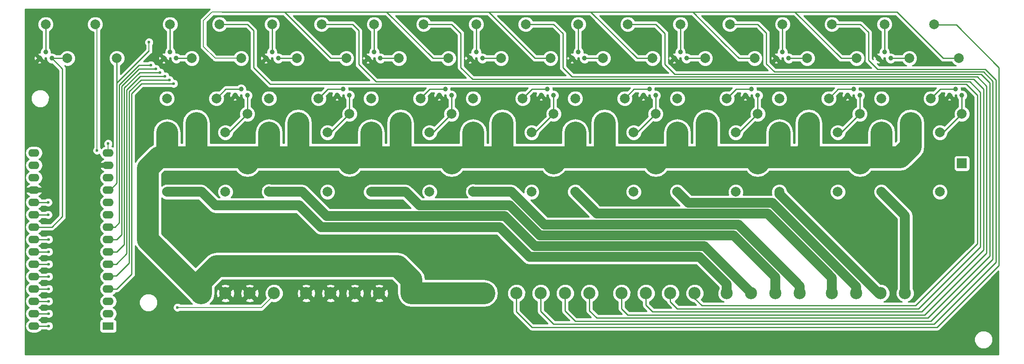
<source format=gbr>
G04 #@! TF.FileFunction,Copper,L2,Bot,Signal*
%FSLAX46Y46*%
G04 Gerber Fmt 4.6, Leading zero omitted, Abs format (unit mm)*
G04 Created by KiCad (PCBNEW 4.0.3+e1-6302~38~ubuntu16.04.1-stable) date Sat Sep  3 15:17:22 2016*
%MOMM*%
%LPD*%
G01*
G04 APERTURE LIST*
%ADD10C,0.100000*%
%ADD11C,1.000760*%
%ADD12C,1.998980*%
%ADD13R,1.998980X1.998980*%
%ADD14C,2.500000*%
%ADD15R,2.286000X1.574800*%
%ADD16O,2.286000X1.574800*%
%ADD17C,2.000000*%
%ADD18C,0.600000*%
%ADD19C,0.250000*%
%ADD20C,2.000000*%
%ADD21C,4.500000*%
%ADD22C,0.200000*%
%ADD23C,0.254000*%
G04 APERTURE END LIST*
D10*
D11*
X51308000Y-72390000D03*
X52578000Y-73660000D03*
X50038000Y-73660000D03*
X223520000Y-72390000D03*
X224790000Y-73660000D03*
X222250000Y-73660000D03*
X202565000Y-72390000D03*
X203835000Y-73660000D03*
X201295000Y-73660000D03*
X181610000Y-72390000D03*
X182880000Y-73660000D03*
X180340000Y-73660000D03*
X160655000Y-72390000D03*
X161925000Y-73660000D03*
X159385000Y-73660000D03*
X139700000Y-72390000D03*
X140970000Y-73660000D03*
X138430000Y-73660000D03*
X118745000Y-72390000D03*
X120015000Y-73660000D03*
X117475000Y-73660000D03*
X97790000Y-72390000D03*
X99060000Y-73660000D03*
X96520000Y-73660000D03*
X76835000Y-72390000D03*
X78105000Y-73660000D03*
X75565000Y-73660000D03*
X238125000Y-80010000D03*
X239395000Y-81280000D03*
X236855000Y-81280000D03*
X217170000Y-80010000D03*
X218440000Y-81280000D03*
X215900000Y-81280000D03*
X196215000Y-80010000D03*
X197485000Y-81280000D03*
X194945000Y-81280000D03*
X175260000Y-80010000D03*
X176530000Y-81280000D03*
X173990000Y-81280000D03*
X154305000Y-80010000D03*
X155575000Y-81280000D03*
X153035000Y-81280000D03*
X133350000Y-80010000D03*
X134620000Y-81280000D03*
X132080000Y-81280000D03*
X112395000Y-80010000D03*
X113665000Y-81280000D03*
X111125000Y-81280000D03*
X91440000Y-80010000D03*
X92710000Y-81280000D03*
X90170000Y-81280000D03*
D12*
X239392460Y-85090000D03*
D13*
X239392460Y-95250000D03*
D12*
X218437460Y-85090000D03*
D13*
X218437460Y-95250000D03*
D12*
X197482460Y-85090000D03*
D13*
X197482460Y-95250000D03*
D12*
X176527460Y-85090000D03*
D13*
X176527460Y-95250000D03*
D12*
X155572460Y-85090000D03*
D13*
X155572460Y-95250000D03*
D12*
X134617460Y-85090000D03*
D13*
X134617460Y-95250000D03*
D12*
X113662460Y-85090000D03*
D13*
X113662460Y-95250000D03*
D12*
X92707460Y-85090000D03*
D13*
X92707460Y-95250000D03*
D12*
X55753000Y-73660000D03*
X65913000Y-73660000D03*
X51308000Y-66675000D03*
X61468000Y-66675000D03*
X228600000Y-73660000D03*
X238760000Y-73660000D03*
X223520000Y-66675000D03*
X233680000Y-66675000D03*
X207645000Y-73660000D03*
X217805000Y-73660000D03*
X202565000Y-66675000D03*
X212725000Y-66675000D03*
X186690000Y-73660000D03*
X196850000Y-73660000D03*
X181610000Y-66675000D03*
X191770000Y-66675000D03*
X165735000Y-73660000D03*
X175895000Y-73660000D03*
X160655000Y-66675000D03*
X170815000Y-66675000D03*
X144780000Y-73660000D03*
X154940000Y-73660000D03*
X139700000Y-66675000D03*
X149860000Y-66675000D03*
X123825000Y-73660000D03*
X133985000Y-73660000D03*
X118745000Y-66675000D03*
X128905000Y-66675000D03*
X102870000Y-73660000D03*
X113030000Y-73660000D03*
X97790000Y-66675000D03*
X107950000Y-66675000D03*
X81280000Y-73660000D03*
X91440000Y-73660000D03*
X76835000Y-66675000D03*
X86995000Y-66675000D03*
X233045000Y-81915000D03*
X222885000Y-81915000D03*
X212090000Y-81915000D03*
X201930000Y-81915000D03*
X191135000Y-81915000D03*
X180975000Y-81915000D03*
X170180000Y-81915000D03*
X160020000Y-81915000D03*
X149225000Y-81915000D03*
X139065000Y-81915000D03*
X128270000Y-81915000D03*
X118110000Y-81915000D03*
X107315000Y-81915000D03*
X97155000Y-81915000D03*
X86360000Y-81915000D03*
X76200000Y-81915000D03*
D14*
X126365000Y-121920000D03*
X131365000Y-121920000D03*
X136365000Y-121920000D03*
X141365000Y-121920000D03*
X83185000Y-121920000D03*
X88185000Y-121920000D03*
X93185000Y-121920000D03*
X98185000Y-121920000D03*
X212725000Y-121920000D03*
X217725000Y-121920000D03*
X222725000Y-121920000D03*
X227725000Y-121920000D03*
X191135000Y-121920000D03*
X196135000Y-121920000D03*
X201135000Y-121920000D03*
X206135000Y-121920000D03*
X169545000Y-121920000D03*
X174545000Y-121920000D03*
X179545000Y-121920000D03*
X184545000Y-121920000D03*
X147955000Y-121920000D03*
X152955000Y-121920000D03*
X157955000Y-121920000D03*
X162955000Y-121920000D03*
X104775000Y-121920000D03*
X109775000Y-121920000D03*
X114775000Y-121920000D03*
X119775000Y-121920000D03*
D15*
X64135000Y-128651000D03*
D16*
X64135000Y-126111000D03*
X64135000Y-123571000D03*
X64135000Y-121031000D03*
X64135000Y-118491000D03*
X64135000Y-115951000D03*
X64135000Y-113411000D03*
X64135000Y-110871000D03*
X64135000Y-108331000D03*
X64135000Y-105791000D03*
X64135000Y-103251000D03*
X64135000Y-100711000D03*
X64135000Y-98171000D03*
X64135000Y-95631000D03*
X64135000Y-93091000D03*
X48895000Y-93091000D03*
X48895000Y-95631000D03*
X48895000Y-98171000D03*
X48895000Y-100711000D03*
X48895000Y-103251000D03*
X48895000Y-105791000D03*
X48895000Y-108331000D03*
X48895000Y-110871000D03*
X48895000Y-113411000D03*
X48895000Y-115951000D03*
X48895000Y-118491000D03*
X48895000Y-121031000D03*
X48895000Y-123571000D03*
X48895000Y-126111000D03*
X48895000Y-128651000D03*
D17*
X222885000Y-88900000D03*
X234885000Y-88900000D03*
X228885000Y-86900000D03*
X222885000Y-101100000D03*
X234885000Y-101100000D03*
X201930000Y-88900000D03*
X213930000Y-88900000D03*
X207930000Y-86900000D03*
X201930000Y-101100000D03*
X213930000Y-101100000D03*
X180975000Y-88900000D03*
X192975000Y-88900000D03*
X186975000Y-86900000D03*
X180975000Y-101100000D03*
X192975000Y-101100000D03*
X160020000Y-88900000D03*
X172020000Y-88900000D03*
X166020000Y-86900000D03*
X160020000Y-101100000D03*
X172020000Y-101100000D03*
X139065000Y-88900000D03*
X151065000Y-88900000D03*
X145065000Y-86900000D03*
X139065000Y-101100000D03*
X151065000Y-101100000D03*
X118110000Y-88900000D03*
X130110000Y-88900000D03*
X124110000Y-86900000D03*
X118110000Y-101100000D03*
X130110000Y-101100000D03*
X97155000Y-88900000D03*
X109155000Y-88900000D03*
X103155000Y-86900000D03*
X97155000Y-101100000D03*
X109155000Y-101100000D03*
X76200000Y-88900000D03*
X88200000Y-88900000D03*
X82200000Y-86900000D03*
X76200000Y-101100000D03*
X88200000Y-101100000D03*
D18*
X64135000Y-91186000D03*
X78359000Y-124841000D03*
X61849000Y-92583000D03*
X77597000Y-78867000D03*
X76708000Y-78105000D03*
X75819000Y-77343000D03*
X74803000Y-76581000D03*
X73914000Y-75819000D03*
X72898000Y-75057000D03*
X51816000Y-103251000D03*
X51816000Y-105791000D03*
X72517000Y-70358000D03*
X51943000Y-110871000D03*
X51943000Y-113411000D03*
X51943000Y-115951000D03*
X51943000Y-118491000D03*
X51943000Y-121031000D03*
X51943000Y-123571000D03*
X51943000Y-126111000D03*
X51943000Y-128651000D03*
D19*
X147955000Y-121920000D02*
X147955000Y-125730000D01*
X233807000Y-66802000D02*
X233680000Y-66675000D01*
X238252000Y-66802000D02*
X233807000Y-66802000D01*
X247015000Y-75565000D02*
X238252000Y-66802000D01*
X247015000Y-116205000D02*
X247015000Y-75565000D01*
X234315000Y-128905000D02*
X247015000Y-116205000D01*
X151130000Y-128905000D02*
X234315000Y-128905000D01*
X147955000Y-125730000D02*
X151130000Y-128905000D01*
X246380000Y-78994000D02*
X246380000Y-78105000D01*
X218567000Y-66675000D02*
X212725000Y-66675000D01*
X220218000Y-68326000D02*
X218567000Y-66675000D01*
X220218000Y-74041000D02*
X220218000Y-68326000D01*
X222123000Y-75946000D02*
X220218000Y-74041000D01*
X244221000Y-75946000D02*
X222123000Y-75946000D01*
X246380000Y-78105000D02*
X244221000Y-75946000D01*
X152955000Y-121920000D02*
X152955000Y-125650000D01*
X246380000Y-115570000D02*
X246380000Y-78994000D01*
X233680000Y-128270000D02*
X246380000Y-115570000D01*
X155575000Y-128270000D02*
X233680000Y-128270000D01*
X152955000Y-125650000D02*
X155575000Y-128270000D01*
X245745000Y-79121000D02*
X245745000Y-78359000D01*
X197485000Y-66675000D02*
X191770000Y-66675000D01*
X199263000Y-68453000D02*
X197485000Y-66675000D01*
X199263000Y-74803000D02*
X199263000Y-68453000D01*
X200914000Y-76454000D02*
X199263000Y-74803000D01*
X243840000Y-76454000D02*
X200914000Y-76454000D01*
X245745000Y-78359000D02*
X243840000Y-76454000D01*
X157955000Y-121920000D02*
X157955000Y-125570000D01*
X245745000Y-114935000D02*
X245745000Y-79121000D01*
X233045000Y-127635000D02*
X245745000Y-114935000D01*
X160020000Y-127635000D02*
X233045000Y-127635000D01*
X157955000Y-125570000D02*
X160020000Y-127635000D01*
X162955000Y-121920000D02*
X162955000Y-125490000D01*
X176530000Y-66675000D02*
X170815000Y-66675000D01*
X178435000Y-68580000D02*
X176530000Y-66675000D01*
X178435000Y-74930000D02*
X178435000Y-68580000D01*
X180467000Y-76962000D02*
X178435000Y-74930000D01*
X243332000Y-76962000D02*
X180467000Y-76962000D01*
X245110000Y-78740000D02*
X243332000Y-76962000D01*
X245110000Y-114300000D02*
X245110000Y-78740000D01*
X232410000Y-127000000D02*
X245110000Y-114300000D01*
X164465000Y-127000000D02*
X232410000Y-127000000D01*
X162955000Y-125490000D02*
X164465000Y-127000000D01*
X169545000Y-121920000D02*
X169545000Y-125095000D01*
X155575000Y-66675000D02*
X149860000Y-66675000D01*
X157480000Y-68580000D02*
X155575000Y-66675000D01*
X157480000Y-75565000D02*
X157480000Y-68580000D01*
X159385000Y-77470000D02*
X157480000Y-75565000D01*
X242570000Y-77470000D02*
X159385000Y-77470000D01*
X244475000Y-79375000D02*
X242570000Y-77470000D01*
X244475000Y-113665000D02*
X244475000Y-79375000D01*
X231775000Y-126365000D02*
X244475000Y-113665000D01*
X170815000Y-126365000D02*
X231775000Y-126365000D01*
X169545000Y-125095000D02*
X170815000Y-126365000D01*
X174545000Y-121920000D02*
X174545000Y-124380000D01*
X134620000Y-66675000D02*
X128905000Y-66675000D01*
X136525000Y-68580000D02*
X134620000Y-66675000D01*
X136525000Y-75565000D02*
X136525000Y-68580000D01*
X138938000Y-77978000D02*
X136525000Y-75565000D01*
X241808000Y-77978000D02*
X138938000Y-77978000D01*
X243840000Y-80010000D02*
X241808000Y-77978000D01*
X243840000Y-113030000D02*
X243840000Y-80010000D01*
X231140000Y-125730000D02*
X243840000Y-113030000D01*
X175895000Y-125730000D02*
X231140000Y-125730000D01*
X174545000Y-124380000D02*
X175895000Y-125730000D01*
X179545000Y-121920000D02*
X179545000Y-123665000D01*
X114300000Y-66675000D02*
X108585000Y-66675000D01*
X115570000Y-67945000D02*
X114300000Y-66675000D01*
X115570000Y-74930000D02*
X115570000Y-67945000D01*
X119126000Y-78486000D02*
X115570000Y-74930000D01*
X241046000Y-78486000D02*
X119126000Y-78486000D01*
X243205000Y-80645000D02*
X241046000Y-78486000D01*
X243205000Y-112395000D02*
X243205000Y-80645000D01*
X230505000Y-125095000D02*
X243205000Y-112395000D01*
X180975000Y-125095000D02*
X230505000Y-125095000D01*
X179545000Y-123665000D02*
X180975000Y-125095000D01*
X184545000Y-121920000D02*
X184545000Y-122950000D01*
X184545000Y-122950000D02*
X186055000Y-124460000D01*
X186055000Y-124460000D02*
X229870000Y-124460000D01*
X229870000Y-124460000D02*
X242570000Y-111760000D01*
X242570000Y-111760000D02*
X242570000Y-81280000D01*
X242570000Y-81280000D02*
X240284000Y-78994000D01*
X240284000Y-78994000D02*
X97409000Y-78994000D01*
X97409000Y-78994000D02*
X93980000Y-75565000D01*
X93980000Y-75565000D02*
X93980000Y-67945000D01*
X93980000Y-67945000D02*
X92710000Y-66675000D01*
X92710000Y-66675000D02*
X86995000Y-66675000D01*
D20*
X76200000Y-101100000D02*
X83320000Y-101100000D01*
X150622000Y-114427000D02*
X153035000Y-114427000D01*
X144526000Y-108331000D02*
X150622000Y-114427000D01*
X107823000Y-108331000D02*
X144526000Y-108331000D01*
X103378000Y-103886000D02*
X107823000Y-108331000D01*
X86106000Y-103886000D02*
X103378000Y-103886000D01*
X83320000Y-101100000D02*
X86106000Y-103886000D01*
X76200000Y-101092000D02*
X76200000Y-101100000D01*
X191135000Y-121920000D02*
X191135000Y-120015000D01*
X185547000Y-114427000D02*
X153035000Y-114427000D01*
X191135000Y-120015000D02*
X185547000Y-114427000D01*
X97155000Y-101100000D02*
X104021000Y-101100000D01*
X151723998Y-112226998D02*
X153162000Y-112226998D01*
X145583002Y-106086002D02*
X151723998Y-112226998D01*
X109007002Y-106086002D02*
X145583002Y-106086002D01*
X104021000Y-101100000D02*
X109007002Y-106086002D01*
X196135000Y-121840000D02*
X186521998Y-112226998D01*
X186521998Y-112226998D02*
X153162000Y-112226998D01*
X196135000Y-121920000D02*
X196135000Y-121840000D01*
X97155000Y-100965000D02*
X97155000Y-101100000D01*
X118110000Y-101100000D02*
X125230000Y-101100000D01*
X152762724Y-110026996D02*
X155448000Y-110026996D01*
X146621728Y-103886000D02*
X152762724Y-110026996D01*
X128016000Y-103886000D02*
X146621728Y-103886000D01*
X125230000Y-101100000D02*
X128016000Y-103886000D01*
X201135000Y-121920000D02*
X201135000Y-118585000D01*
X192576996Y-110026996D02*
X155448000Y-110026996D01*
X201135000Y-118585000D02*
X192576996Y-110026996D01*
X118110000Y-101092000D02*
X118110000Y-101100000D01*
X139065000Y-101100000D02*
X146947000Y-101100000D01*
X153673994Y-107826994D02*
X162306000Y-107826994D01*
X146947000Y-101100000D02*
X153673994Y-107826994D01*
X206135000Y-121920000D02*
X206135000Y-120410000D01*
X193551994Y-107826994D02*
X162306000Y-107826994D01*
X206135000Y-120410000D02*
X193551994Y-107826994D01*
X139065000Y-100965000D02*
X139065000Y-101100000D01*
X212725000Y-121920000D02*
X212725000Y-118745000D01*
X164482400Y-105562400D02*
X160020000Y-101100000D01*
X199542400Y-105562400D02*
X164482400Y-105562400D01*
X212725000Y-118745000D02*
X199542400Y-105562400D01*
X200491998Y-103336998D02*
X183211998Y-103336998D01*
X183211998Y-103336998D02*
X180975000Y-101100000D01*
X217725000Y-121920000D02*
X217725000Y-120570000D01*
X217725000Y-120570000D02*
X200491998Y-103336998D01*
X222725000Y-121920000D02*
X222250000Y-121920000D01*
X222250000Y-121920000D02*
X201930000Y-101600000D01*
X201930000Y-101600000D02*
X201930000Y-101100000D01*
X227725000Y-121920000D02*
X227725000Y-105940000D01*
X227725000Y-105940000D02*
X222885000Y-101100000D01*
D21*
X141365000Y-121920000D02*
X136365000Y-121920000D01*
X131365000Y-121920000D02*
X136365000Y-121920000D01*
X126365000Y-121920000D02*
X131365000Y-121920000D01*
D22*
X64135000Y-93091000D02*
X64135000Y-91186000D01*
D21*
X83185000Y-121920000D02*
X83185000Y-119507000D01*
X126365000Y-119126000D02*
X126365000Y-121920000D01*
X123571000Y-116332000D02*
X126365000Y-119126000D01*
X86360000Y-116332000D02*
X123571000Y-116332000D01*
X83185000Y-119507000D02*
X86360000Y-116332000D01*
X218437460Y-95250000D02*
X218567000Y-95120460D01*
X218567000Y-95120460D02*
X218567000Y-93980000D01*
X197482460Y-95250000D02*
X197612000Y-95120460D01*
X197612000Y-95120460D02*
X197612000Y-93980000D01*
X176527460Y-95250000D02*
X176530000Y-95247460D01*
X176530000Y-95247460D02*
X176530000Y-93980000D01*
X155572460Y-95250000D02*
X155702000Y-95120460D01*
X155702000Y-95120460D02*
X155702000Y-93980000D01*
X134617460Y-95250000D02*
X134747000Y-95120460D01*
X134747000Y-95120460D02*
X134747000Y-93980000D01*
X113662460Y-95250000D02*
X113665000Y-95247460D01*
X113665000Y-95247460D02*
X113665000Y-93980000D01*
X92707460Y-95250000D02*
X92710000Y-95247460D01*
X92710000Y-95247460D02*
X92710000Y-93980000D01*
X83185000Y-121920000D02*
X83185000Y-121793000D01*
X74549000Y-93980000D02*
X76200000Y-93980000D01*
X72263000Y-96266000D02*
X74549000Y-93980000D01*
X72263000Y-110871000D02*
X72263000Y-96266000D01*
X83185000Y-121793000D02*
X72263000Y-110871000D01*
X222885000Y-88900000D02*
X222885000Y-93980000D01*
X222250000Y-93345000D02*
X222250000Y-93980000D01*
X222885000Y-93980000D02*
X222250000Y-93345000D01*
X201930000Y-88900000D02*
X201930000Y-93980000D01*
X201930000Y-93980000D02*
X201930000Y-93345000D01*
X201930000Y-93345000D02*
X201930000Y-93980000D01*
X180975000Y-88900000D02*
X180975000Y-93980000D01*
X160020000Y-88900000D02*
X160020000Y-93980000D01*
X160020000Y-93980000D02*
X160020000Y-93345000D01*
X160020000Y-93345000D02*
X160020000Y-93980000D01*
X139065000Y-88900000D02*
X139065000Y-93980000D01*
X139065000Y-93980000D02*
X139065000Y-92710000D01*
X139065000Y-92710000D02*
X139065000Y-93980000D01*
X118110000Y-88900000D02*
X118110000Y-93980000D01*
X118110000Y-93980000D02*
X118110000Y-93345000D01*
X118110000Y-93345000D02*
X118110000Y-93980000D01*
X76200000Y-88900000D02*
X76200000Y-93980000D01*
X76200000Y-93980000D02*
X76200000Y-93980000D01*
X76200000Y-93980000D02*
X76200000Y-93345000D01*
X76200000Y-93345000D02*
X76200000Y-93980000D01*
X97155000Y-88900000D02*
X97155000Y-93980000D01*
X76200000Y-93980000D02*
X82550000Y-93980000D01*
X82200000Y-86900000D02*
X82200000Y-93980000D01*
X82200000Y-93980000D02*
X82550000Y-93980000D01*
X103155000Y-86900000D02*
X103155000Y-93980000D01*
X103505000Y-93345000D02*
X103505000Y-93980000D01*
X103505000Y-93630000D02*
X103505000Y-93345000D01*
X103155000Y-93980000D02*
X103505000Y-93630000D01*
X124110000Y-86900000D02*
X124110000Y-93980000D01*
X124460000Y-93345000D02*
X124460000Y-93980000D01*
X124460000Y-93630000D02*
X124460000Y-93345000D01*
X124110000Y-93980000D02*
X124460000Y-93630000D01*
X145065000Y-86900000D02*
X145065000Y-93980000D01*
X145065000Y-93980000D02*
X145415000Y-93980000D01*
X166020000Y-86900000D02*
X166020000Y-93980000D01*
X166370000Y-93345000D02*
X166370000Y-93980000D01*
X166370000Y-93630000D02*
X166370000Y-93345000D01*
X166020000Y-93980000D02*
X166370000Y-93630000D01*
X186975000Y-86900000D02*
X186975000Y-93980000D01*
X186690000Y-93345000D02*
X186690000Y-93980000D01*
X186690000Y-93695000D02*
X186690000Y-93345000D01*
X186975000Y-93980000D02*
X186690000Y-93695000D01*
X207930000Y-86900000D02*
X207930000Y-93980000D01*
X207645000Y-92710000D02*
X207645000Y-93980000D01*
X207645000Y-93695000D02*
X207645000Y-92710000D01*
X207930000Y-93980000D02*
X207645000Y-93695000D01*
X228885000Y-91790000D02*
X228885000Y-86900000D01*
X226695000Y-93980000D02*
X228885000Y-91790000D01*
X82550000Y-93980000D02*
X92710000Y-93980000D01*
X92710000Y-93980000D02*
X97155000Y-93980000D01*
X97155000Y-93980000D02*
X103505000Y-93980000D01*
X103505000Y-93980000D02*
X113665000Y-93980000D01*
X113665000Y-93980000D02*
X118110000Y-93980000D01*
X118110000Y-93980000D02*
X124460000Y-93980000D01*
X124460000Y-93980000D02*
X134747000Y-93980000D01*
X134747000Y-93980000D02*
X139065000Y-93980000D01*
X139065000Y-93980000D02*
X145415000Y-93980000D01*
X145415000Y-93980000D02*
X155702000Y-93980000D01*
X155702000Y-93980000D02*
X160020000Y-93980000D01*
X160020000Y-93980000D02*
X166370000Y-93980000D01*
X166370000Y-93980000D02*
X176530000Y-93980000D01*
X176530000Y-93980000D02*
X180975000Y-93980000D01*
X180975000Y-93980000D02*
X186690000Y-93980000D01*
X186690000Y-93980000D02*
X197612000Y-93980000D01*
X197612000Y-93980000D02*
X201930000Y-93980000D01*
X201930000Y-93980000D02*
X207645000Y-93980000D01*
X207645000Y-93980000D02*
X218567000Y-93980000D01*
X218567000Y-93980000D02*
X222250000Y-93980000D01*
X222250000Y-93980000D02*
X226695000Y-93980000D01*
D19*
X239392460Y-85090000D02*
X239392460Y-81282540D01*
X239392460Y-81282540D02*
X239395000Y-81280000D01*
X234885000Y-88900000D02*
X235582460Y-88900000D01*
X235582460Y-88900000D02*
X239392460Y-85090000D01*
X218437460Y-85090000D02*
X218437460Y-81282540D01*
X218437460Y-81282540D02*
X218440000Y-81280000D01*
X213930000Y-88900000D02*
X214627460Y-88900000D01*
X214627460Y-88900000D02*
X218437460Y-85090000D01*
X197482460Y-85090000D02*
X197482460Y-81282540D01*
X197482460Y-81282540D02*
X197485000Y-81280000D01*
X192975000Y-88900000D02*
X193672460Y-88900000D01*
X193672460Y-88900000D02*
X197482460Y-85090000D01*
X176527460Y-85090000D02*
X176527460Y-81282540D01*
X176527460Y-81282540D02*
X176530000Y-81280000D01*
X172020000Y-88900000D02*
X172717460Y-88900000D01*
X172717460Y-88900000D02*
X176527460Y-85090000D01*
X155572460Y-85090000D02*
X155572460Y-81282540D01*
X155572460Y-81282540D02*
X155575000Y-81280000D01*
X151065000Y-88900000D02*
X151762460Y-88900000D01*
X151762460Y-88900000D02*
X155572460Y-85090000D01*
X134617460Y-85090000D02*
X134617460Y-81282540D01*
X134617460Y-81282540D02*
X134620000Y-81280000D01*
X130110000Y-88900000D02*
X130807460Y-88900000D01*
X130807460Y-88900000D02*
X134617460Y-85090000D01*
X113662460Y-85090000D02*
X113662460Y-81282540D01*
X113662460Y-81282540D02*
X113665000Y-81280000D01*
X109155000Y-88900000D02*
X109852460Y-88900000D01*
X109852460Y-88900000D02*
X113662460Y-85090000D01*
X88200000Y-88900000D02*
X88897460Y-88900000D01*
X88897460Y-88900000D02*
X92707460Y-85090000D01*
X92707460Y-85090000D02*
X92707460Y-81282540D01*
X92707460Y-81282540D02*
X92710000Y-81280000D01*
D22*
X98185000Y-121920000D02*
X98185000Y-122287000D01*
X98185000Y-122287000D02*
X95631000Y-124841000D01*
X95631000Y-124841000D02*
X78359000Y-124841000D01*
X61849000Y-92583000D02*
X61849000Y-67056000D01*
X61849000Y-67056000D02*
X61468000Y-66675000D01*
D19*
X51308000Y-72390000D02*
X51308000Y-66675000D01*
X48895000Y-108331000D02*
X52578000Y-108331000D01*
X54737000Y-75819000D02*
X52578000Y-73660000D01*
X54737000Y-106172000D02*
X54737000Y-75819000D01*
X52578000Y-108331000D02*
X54737000Y-106172000D01*
X55753000Y-73660000D02*
X52578000Y-73660000D01*
X223520000Y-72390000D02*
X223520000Y-66675000D01*
X64135000Y-121031000D02*
X65786000Y-121031000D01*
X70993000Y-78867000D02*
X77597000Y-78867000D01*
X68961000Y-80899000D02*
X70993000Y-78867000D01*
X68961000Y-117983000D02*
X68961000Y-80899000D01*
X65913000Y-121031000D02*
X68961000Y-117983000D01*
X65786000Y-121031000D02*
X65913000Y-121031000D01*
X228600000Y-73660000D02*
X224790000Y-73660000D01*
X202565000Y-72390000D02*
X202565000Y-66675000D01*
X64135000Y-118491000D02*
X64262000Y-118364000D01*
X64262000Y-118364000D02*
X65786000Y-118364000D01*
X65786000Y-118364000D02*
X68453000Y-115697000D01*
X68453000Y-115697000D02*
X68453000Y-80518000D01*
X68453000Y-80518000D02*
X70866000Y-78105000D01*
X70866000Y-78105000D02*
X76708000Y-78105000D01*
X207645000Y-73660000D02*
X203835000Y-73660000D01*
X181610000Y-72390000D02*
X181610000Y-66675000D01*
X64135000Y-115951000D02*
X65786000Y-115951000D01*
X70739000Y-77343000D02*
X75819000Y-77343000D01*
X67945000Y-80137000D02*
X70739000Y-77343000D01*
X67945000Y-113792000D02*
X67945000Y-80137000D01*
X65786000Y-115951000D02*
X67945000Y-113792000D01*
X186690000Y-73660000D02*
X182880000Y-73660000D01*
X160655000Y-72390000D02*
X160655000Y-66675000D01*
X64135000Y-113411000D02*
X65913000Y-113411000D01*
X70612000Y-76581000D02*
X74803000Y-76581000D01*
X67437000Y-79756000D02*
X70612000Y-76581000D01*
X67437000Y-111887000D02*
X67437000Y-79756000D01*
X65913000Y-113411000D02*
X67437000Y-111887000D01*
X165735000Y-73660000D02*
X161925000Y-73660000D01*
X139700000Y-72390000D02*
X139700000Y-66675000D01*
X64135000Y-110871000D02*
X65913000Y-110871000D01*
X70485000Y-75819000D02*
X73914000Y-75819000D01*
X66929000Y-79375000D02*
X70485000Y-75819000D01*
X66929000Y-109855000D02*
X66929000Y-79375000D01*
X65913000Y-110871000D02*
X66929000Y-109855000D01*
X144780000Y-73660000D02*
X140970000Y-73660000D01*
X118745000Y-72390000D02*
X118745000Y-66675000D01*
X64135000Y-108331000D02*
X65532000Y-108331000D01*
X70485000Y-75057000D02*
X72898000Y-75057000D01*
X66421000Y-79121000D02*
X70485000Y-75057000D01*
X66421000Y-107442000D02*
X66421000Y-79121000D01*
X65532000Y-108331000D02*
X66421000Y-107442000D01*
X123825000Y-73660000D02*
X120015000Y-73660000D01*
X97790000Y-72390000D02*
X97790000Y-66675000D01*
X48895000Y-103251000D02*
X51816000Y-103251000D01*
X102870000Y-73660000D02*
X99060000Y-73660000D01*
X76835000Y-72390000D02*
X76835000Y-66675000D01*
X48895000Y-105791000D02*
X51816000Y-105791000D01*
X81280000Y-73660000D02*
X78105000Y-73660000D01*
X233045000Y-81915000D02*
X234950000Y-80010000D01*
X234950000Y-80010000D02*
X238125000Y-80010000D01*
X212090000Y-81915000D02*
X213995000Y-80010000D01*
X213995000Y-80010000D02*
X217170000Y-80010000D01*
X191135000Y-81915000D02*
X193040000Y-80010000D01*
X193040000Y-80010000D02*
X196215000Y-80010000D01*
X170180000Y-81915000D02*
X172085000Y-80010000D01*
X172085000Y-80010000D02*
X175260000Y-80010000D01*
X149225000Y-81915000D02*
X151130000Y-80010000D01*
X151130000Y-80010000D02*
X154305000Y-80010000D01*
X128270000Y-81915000D02*
X128270000Y-81280000D01*
X128905000Y-81280000D02*
X130175000Y-80010000D01*
X130175000Y-80010000D02*
X133350000Y-80010000D01*
X107315000Y-81915000D02*
X109220000Y-80010000D01*
X109220000Y-80010000D02*
X112395000Y-80010000D01*
X86360000Y-81915000D02*
X88265000Y-80010000D01*
X88265000Y-80010000D02*
X91440000Y-80010000D01*
D22*
X91440000Y-73660000D02*
X86106000Y-73660000D01*
X85471000Y-64135000D02*
X87503000Y-64135000D01*
X83693000Y-65913000D02*
X85471000Y-64135000D01*
X83693000Y-71247000D02*
X83693000Y-65913000D01*
X86106000Y-73660000D02*
X83693000Y-71247000D01*
X72517000Y-72136000D02*
X72517000Y-70358000D01*
D19*
X65913000Y-78740000D02*
X72517000Y-72136000D01*
X65913000Y-79375000D02*
X65913000Y-78740000D01*
X65913000Y-73660000D02*
X65913000Y-79375000D01*
X65913000Y-79502000D02*
X65913000Y-79375000D01*
X204470000Y-64135000D02*
X226060000Y-64135000D01*
X235585000Y-73660000D02*
X238760000Y-73660000D01*
X226060000Y-64135000D02*
X235585000Y-73660000D01*
X183388000Y-64135000D02*
X204470000Y-64135000D01*
X204470000Y-64135000D02*
X205105000Y-64135000D01*
X214630000Y-73660000D02*
X217805000Y-73660000D01*
X205105000Y-64135000D02*
X214630000Y-73660000D01*
X162560000Y-64135000D02*
X183388000Y-64135000D01*
X183388000Y-64135000D02*
X184150000Y-64135000D01*
X193675000Y-73660000D02*
X196850000Y-73660000D01*
X184150000Y-64135000D02*
X190817500Y-70802500D01*
X190817500Y-70802500D02*
X193675000Y-73660000D01*
X141605000Y-64135000D02*
X162560000Y-64135000D01*
X162560000Y-64135000D02*
X163195000Y-64135000D01*
X172720000Y-73660000D02*
X175895000Y-73660000D01*
X163195000Y-64135000D02*
X172720000Y-73660000D01*
X121285000Y-64135000D02*
X141605000Y-64135000D01*
X141605000Y-64135000D02*
X142240000Y-64135000D01*
X151765000Y-73660000D02*
X154940000Y-73660000D01*
X142240000Y-64135000D02*
X151765000Y-73660000D01*
X100330000Y-64135000D02*
X121285000Y-64135000D01*
X130810000Y-73660000D02*
X133985000Y-73660000D01*
X121285000Y-64135000D02*
X130810000Y-73660000D01*
X87503000Y-64135000D02*
X100330000Y-64135000D01*
X109855000Y-73660000D02*
X113030000Y-73660000D01*
X100330000Y-64135000D02*
X109855000Y-73660000D01*
X64135000Y-100711000D02*
X64516000Y-100711000D01*
X65913000Y-99314000D02*
X65913000Y-79502000D01*
X64516000Y-100711000D02*
X65913000Y-99314000D01*
X48895000Y-110871000D02*
X51943000Y-110871000D01*
X48895000Y-113411000D02*
X51943000Y-113411000D01*
X48895000Y-115951000D02*
X51943000Y-115951000D01*
X48895000Y-118491000D02*
X51943000Y-118491000D01*
X48895000Y-121031000D02*
X51943000Y-121031000D01*
X48895000Y-123571000D02*
X51943000Y-123571000D01*
X48895000Y-126111000D02*
X51943000Y-126111000D01*
X48895000Y-128651000D02*
X51943000Y-128651000D01*
D23*
G36*
X84951277Y-63615276D02*
X83173277Y-65393277D01*
X83013949Y-65631728D01*
X82958000Y-65913000D01*
X82958000Y-71247000D01*
X82983660Y-71376000D01*
X83013949Y-71528272D01*
X83173277Y-71766723D01*
X85586276Y-74179723D01*
X85714799Y-74265599D01*
X85824728Y-74339051D01*
X86106000Y-74395000D01*
X89975174Y-74395000D01*
X90053538Y-74584655D01*
X90512927Y-75044846D01*
X91113453Y-75294206D01*
X91763694Y-75294774D01*
X92364655Y-75046462D01*
X92824846Y-74587073D01*
X93074206Y-73986547D01*
X93074774Y-73336306D01*
X92826462Y-72735345D01*
X92367073Y-72275154D01*
X91766547Y-72025794D01*
X91116306Y-72025226D01*
X90515345Y-72273538D01*
X90055154Y-72732927D01*
X89975398Y-72925000D01*
X86410447Y-72925000D01*
X84428000Y-70942554D01*
X84428000Y-66217446D01*
X85775447Y-64870000D01*
X87377318Y-64870000D01*
X87503000Y-64895000D01*
X100015198Y-64895000D01*
X109317599Y-74197401D01*
X109564160Y-74362148D01*
X109855000Y-74420000D01*
X111575504Y-74420000D01*
X111643538Y-74584655D01*
X112102927Y-75044846D01*
X112703453Y-75294206D01*
X113353694Y-75294774D01*
X113954655Y-75046462D01*
X114414846Y-74587073D01*
X114664206Y-73986547D01*
X114664774Y-73336306D01*
X114416462Y-72735345D01*
X113957073Y-72275154D01*
X113356547Y-72025794D01*
X112706306Y-72025226D01*
X112105345Y-72273538D01*
X111645154Y-72732927D01*
X111575779Y-72900000D01*
X110169802Y-72900000D01*
X102164802Y-64895000D01*
X120970198Y-64895000D01*
X130272599Y-74197401D01*
X130519160Y-74362148D01*
X130810000Y-74420000D01*
X132530504Y-74420000D01*
X132598538Y-74584655D01*
X133057927Y-75044846D01*
X133658453Y-75294206D01*
X134308694Y-75294774D01*
X134909655Y-75046462D01*
X135369846Y-74587073D01*
X135619206Y-73986547D01*
X135619774Y-73336306D01*
X135371462Y-72735345D01*
X134912073Y-72275154D01*
X134311547Y-72025794D01*
X133661306Y-72025226D01*
X133060345Y-72273538D01*
X132600154Y-72732927D01*
X132530779Y-72900000D01*
X131124802Y-72900000D01*
X123119802Y-64895000D01*
X141925198Y-64895000D01*
X151227599Y-74197401D01*
X151474160Y-74362148D01*
X151765000Y-74420000D01*
X153485504Y-74420000D01*
X153553538Y-74584655D01*
X154012927Y-75044846D01*
X154613453Y-75294206D01*
X155263694Y-75294774D01*
X155864655Y-75046462D01*
X156324846Y-74587073D01*
X156574206Y-73986547D01*
X156574774Y-73336306D01*
X156326462Y-72735345D01*
X155867073Y-72275154D01*
X155266547Y-72025794D01*
X154616306Y-72025226D01*
X154015345Y-72273538D01*
X153555154Y-72732927D01*
X153485779Y-72900000D01*
X152079802Y-72900000D01*
X144074802Y-64895000D01*
X162880198Y-64895000D01*
X172182599Y-74197401D01*
X172429160Y-74362148D01*
X172720000Y-74420000D01*
X174440504Y-74420000D01*
X174508538Y-74584655D01*
X174967927Y-75044846D01*
X175568453Y-75294206D01*
X176218694Y-75294774D01*
X176819655Y-75046462D01*
X177279846Y-74587073D01*
X177529206Y-73986547D01*
X177529774Y-73336306D01*
X177281462Y-72735345D01*
X176822073Y-72275154D01*
X176221547Y-72025794D01*
X175571306Y-72025226D01*
X174970345Y-72273538D01*
X174510154Y-72732927D01*
X174440779Y-72900000D01*
X173034802Y-72900000D01*
X165029802Y-64895000D01*
X183835198Y-64895000D01*
X193137599Y-74197401D01*
X193384160Y-74362148D01*
X193675000Y-74420000D01*
X195395504Y-74420000D01*
X195463538Y-74584655D01*
X195922927Y-75044846D01*
X196523453Y-75294206D01*
X197173694Y-75294774D01*
X197774655Y-75046462D01*
X198234846Y-74587073D01*
X198484206Y-73986547D01*
X198484774Y-73336306D01*
X198236462Y-72735345D01*
X197777073Y-72275154D01*
X197176547Y-72025794D01*
X196526306Y-72025226D01*
X195925345Y-72273538D01*
X195465154Y-72732927D01*
X195395779Y-72900000D01*
X193989802Y-72900000D01*
X185984802Y-64895000D01*
X204790198Y-64895000D01*
X214092599Y-74197401D01*
X214339160Y-74362148D01*
X214630000Y-74420000D01*
X216350504Y-74420000D01*
X216418538Y-74584655D01*
X216877927Y-75044846D01*
X217478453Y-75294206D01*
X218128694Y-75294774D01*
X218729655Y-75046462D01*
X219189846Y-74587073D01*
X219439206Y-73986547D01*
X219439774Y-73336306D01*
X219191462Y-72735345D01*
X218732073Y-72275154D01*
X218131547Y-72025794D01*
X217481306Y-72025226D01*
X216880345Y-72273538D01*
X216420154Y-72732927D01*
X216350779Y-72900000D01*
X214944802Y-72900000D01*
X206939802Y-64895000D01*
X225745198Y-64895000D01*
X235047599Y-74197401D01*
X235294160Y-74362148D01*
X235585000Y-74420000D01*
X237305504Y-74420000D01*
X237373538Y-74584655D01*
X237832927Y-75044846D01*
X238172864Y-75186000D01*
X229186947Y-75186000D01*
X229524655Y-75046462D01*
X229984846Y-74587073D01*
X230234206Y-73986547D01*
X230234774Y-73336306D01*
X229986462Y-72735345D01*
X229527073Y-72275154D01*
X228926547Y-72025794D01*
X228276306Y-72025226D01*
X227675345Y-72273538D01*
X227215154Y-72732927D01*
X227145779Y-72900000D01*
X225635595Y-72900000D01*
X225433981Y-72698033D01*
X225016832Y-72524818D01*
X224655263Y-72524503D01*
X224655576Y-72165150D01*
X224483089Y-71747699D01*
X224280000Y-71544255D01*
X224280000Y-68129496D01*
X224444655Y-68061462D01*
X224904846Y-67602073D01*
X225154206Y-67001547D01*
X225154774Y-66351306D01*
X224906462Y-65750345D01*
X224447073Y-65290154D01*
X223846547Y-65040794D01*
X223196306Y-65040226D01*
X222595345Y-65288538D01*
X222135154Y-65747927D01*
X221885794Y-66348453D01*
X221885226Y-66998694D01*
X222133538Y-67599655D01*
X222592927Y-68059846D01*
X222760000Y-68129221D01*
X222760000Y-71544405D01*
X222558033Y-71746019D01*
X222384818Y-72163168D01*
X222384500Y-72527333D01*
X222270578Y-72502560D01*
X221826078Y-72582791D01*
X221788056Y-72598539D01*
X221743115Y-72799293D01*
X222250000Y-73306178D01*
X222350982Y-73205196D01*
X222704804Y-73559018D01*
X222603822Y-73660000D01*
X223110707Y-74166885D01*
X223311461Y-74121944D01*
X223407440Y-73680578D01*
X223379405Y-73525257D01*
X223654737Y-73525497D01*
X223654424Y-73884850D01*
X223826911Y-74302301D01*
X224146019Y-74621967D01*
X224563168Y-74795182D01*
X225014850Y-74795576D01*
X225432301Y-74623089D01*
X225635745Y-74420000D01*
X227145504Y-74420000D01*
X227213538Y-74584655D01*
X227672927Y-75044846D01*
X228012864Y-75186000D01*
X222437802Y-75186000D01*
X222024730Y-74772928D01*
X222229422Y-74817440D01*
X222673922Y-74737209D01*
X222711944Y-74721461D01*
X222756885Y-74520707D01*
X222250000Y-74013822D01*
X222149018Y-74114804D01*
X221795196Y-73760982D01*
X221896178Y-73660000D01*
X221389293Y-73153115D01*
X221188539Y-73198056D01*
X221092560Y-73639422D01*
X221136905Y-73885103D01*
X220978000Y-73726198D01*
X220978000Y-68326000D01*
X220920148Y-68035161D01*
X220755401Y-67788599D01*
X219104401Y-66137599D01*
X218857839Y-65972852D01*
X218567000Y-65915000D01*
X214179496Y-65915000D01*
X214111462Y-65750345D01*
X213652073Y-65290154D01*
X213051547Y-65040794D01*
X212401306Y-65040226D01*
X211800345Y-65288538D01*
X211340154Y-65747927D01*
X211090794Y-66348453D01*
X211090226Y-66998694D01*
X211338538Y-67599655D01*
X211797927Y-68059846D01*
X212398453Y-68309206D01*
X213048694Y-68309774D01*
X213649655Y-68061462D01*
X214109846Y-67602073D01*
X214179221Y-67435000D01*
X218252198Y-67435000D01*
X219458000Y-68640802D01*
X219458000Y-74041000D01*
X219515852Y-74331839D01*
X219680599Y-74578401D01*
X220796198Y-75694000D01*
X201228802Y-75694000D01*
X200055509Y-74520707D01*
X200788115Y-74520707D01*
X200833056Y-74721461D01*
X201274422Y-74817440D01*
X201718922Y-74737209D01*
X201756944Y-74721461D01*
X201801885Y-74520707D01*
X201295000Y-74013822D01*
X200788115Y-74520707D01*
X200055509Y-74520707D01*
X200023000Y-74488198D01*
X200023000Y-73639422D01*
X200137560Y-73639422D01*
X200217791Y-74083922D01*
X200233539Y-74121944D01*
X200434293Y-74166885D01*
X200941178Y-73660000D01*
X200434293Y-73153115D01*
X200233539Y-73198056D01*
X200137560Y-73639422D01*
X200023000Y-73639422D01*
X200023000Y-72799293D01*
X200788115Y-72799293D01*
X201295000Y-73306178D01*
X201395982Y-73205196D01*
X201749804Y-73559018D01*
X201648822Y-73660000D01*
X202155707Y-74166885D01*
X202356461Y-74121944D01*
X202452440Y-73680578D01*
X202424405Y-73525257D01*
X202699737Y-73525497D01*
X202699424Y-73884850D01*
X202871911Y-74302301D01*
X203191019Y-74621967D01*
X203608168Y-74795182D01*
X204059850Y-74795576D01*
X204477301Y-74623089D01*
X204680745Y-74420000D01*
X206190504Y-74420000D01*
X206258538Y-74584655D01*
X206717927Y-75044846D01*
X207318453Y-75294206D01*
X207968694Y-75294774D01*
X208569655Y-75046462D01*
X209029846Y-74587073D01*
X209279206Y-73986547D01*
X209279774Y-73336306D01*
X209031462Y-72735345D01*
X208572073Y-72275154D01*
X207971547Y-72025794D01*
X207321306Y-72025226D01*
X206720345Y-72273538D01*
X206260154Y-72732927D01*
X206190779Y-72900000D01*
X204680595Y-72900000D01*
X204478981Y-72698033D01*
X204061832Y-72524818D01*
X203700263Y-72524503D01*
X203700576Y-72165150D01*
X203528089Y-71747699D01*
X203325000Y-71544255D01*
X203325000Y-68129496D01*
X203489655Y-68061462D01*
X203949846Y-67602073D01*
X204199206Y-67001547D01*
X204199774Y-66351306D01*
X203951462Y-65750345D01*
X203492073Y-65290154D01*
X202891547Y-65040794D01*
X202241306Y-65040226D01*
X201640345Y-65288538D01*
X201180154Y-65747927D01*
X200930794Y-66348453D01*
X200930226Y-66998694D01*
X201178538Y-67599655D01*
X201637927Y-68059846D01*
X201805000Y-68129221D01*
X201805000Y-71544405D01*
X201603033Y-71746019D01*
X201429818Y-72163168D01*
X201429500Y-72527333D01*
X201315578Y-72502560D01*
X200871078Y-72582791D01*
X200833056Y-72598539D01*
X200788115Y-72799293D01*
X200023000Y-72799293D01*
X200023000Y-68453000D01*
X199965148Y-68162161D01*
X199800401Y-67915599D01*
X198022401Y-66137599D01*
X197775839Y-65972852D01*
X197485000Y-65915000D01*
X193224496Y-65915000D01*
X193156462Y-65750345D01*
X192697073Y-65290154D01*
X192096547Y-65040794D01*
X191446306Y-65040226D01*
X190845345Y-65288538D01*
X190385154Y-65747927D01*
X190135794Y-66348453D01*
X190135226Y-66998694D01*
X190383538Y-67599655D01*
X190842927Y-68059846D01*
X191443453Y-68309206D01*
X192093694Y-68309774D01*
X192694655Y-68061462D01*
X193154846Y-67602073D01*
X193224221Y-67435000D01*
X197170198Y-67435000D01*
X198503000Y-68767802D01*
X198503000Y-74803000D01*
X198560852Y-75093839D01*
X198725599Y-75340401D01*
X199587198Y-76202000D01*
X180781802Y-76202000D01*
X179195000Y-74615198D01*
X179195000Y-74520707D01*
X179833115Y-74520707D01*
X179878056Y-74721461D01*
X180319422Y-74817440D01*
X180763922Y-74737209D01*
X180801944Y-74721461D01*
X180846885Y-74520707D01*
X180340000Y-74013822D01*
X179833115Y-74520707D01*
X179195000Y-74520707D01*
X179195000Y-73708343D01*
X179262791Y-74083922D01*
X179278539Y-74121944D01*
X179479293Y-74166885D01*
X179986178Y-73660000D01*
X179479293Y-73153115D01*
X179278539Y-73198056D01*
X179195000Y-73582216D01*
X179195000Y-72799293D01*
X179833115Y-72799293D01*
X180340000Y-73306178D01*
X180440982Y-73205196D01*
X180794804Y-73559018D01*
X180693822Y-73660000D01*
X181200707Y-74166885D01*
X181401461Y-74121944D01*
X181497440Y-73680578D01*
X181469405Y-73525257D01*
X181744737Y-73525497D01*
X181744424Y-73884850D01*
X181916911Y-74302301D01*
X182236019Y-74621967D01*
X182653168Y-74795182D01*
X183104850Y-74795576D01*
X183522301Y-74623089D01*
X183725745Y-74420000D01*
X185235504Y-74420000D01*
X185303538Y-74584655D01*
X185762927Y-75044846D01*
X186363453Y-75294206D01*
X187013694Y-75294774D01*
X187614655Y-75046462D01*
X188074846Y-74587073D01*
X188324206Y-73986547D01*
X188324774Y-73336306D01*
X188076462Y-72735345D01*
X187617073Y-72275154D01*
X187016547Y-72025794D01*
X186366306Y-72025226D01*
X185765345Y-72273538D01*
X185305154Y-72732927D01*
X185235779Y-72900000D01*
X183725595Y-72900000D01*
X183523981Y-72698033D01*
X183106832Y-72524818D01*
X182745263Y-72524503D01*
X182745576Y-72165150D01*
X182573089Y-71747699D01*
X182370000Y-71544255D01*
X182370000Y-68129496D01*
X182534655Y-68061462D01*
X182994846Y-67602073D01*
X183244206Y-67001547D01*
X183244774Y-66351306D01*
X182996462Y-65750345D01*
X182537073Y-65290154D01*
X181936547Y-65040794D01*
X181286306Y-65040226D01*
X180685345Y-65288538D01*
X180225154Y-65747927D01*
X179975794Y-66348453D01*
X179975226Y-66998694D01*
X180223538Y-67599655D01*
X180682927Y-68059846D01*
X180850000Y-68129221D01*
X180850000Y-71544405D01*
X180648033Y-71746019D01*
X180474818Y-72163168D01*
X180474500Y-72527333D01*
X180360578Y-72502560D01*
X179916078Y-72582791D01*
X179878056Y-72598539D01*
X179833115Y-72799293D01*
X179195000Y-72799293D01*
X179195000Y-68580000D01*
X179137148Y-68289161D01*
X178972401Y-68042599D01*
X177067401Y-66137599D01*
X176820839Y-65972852D01*
X176530000Y-65915000D01*
X172269496Y-65915000D01*
X172201462Y-65750345D01*
X171742073Y-65290154D01*
X171141547Y-65040794D01*
X170491306Y-65040226D01*
X169890345Y-65288538D01*
X169430154Y-65747927D01*
X169180794Y-66348453D01*
X169180226Y-66998694D01*
X169428538Y-67599655D01*
X169887927Y-68059846D01*
X170488453Y-68309206D01*
X171138694Y-68309774D01*
X171739655Y-68061462D01*
X172199846Y-67602073D01*
X172269221Y-67435000D01*
X176215198Y-67435000D01*
X177675000Y-68894802D01*
X177675000Y-74930000D01*
X177732852Y-75220839D01*
X177897599Y-75467401D01*
X179140198Y-76710000D01*
X159699802Y-76710000D01*
X158240000Y-75250198D01*
X158240000Y-74520707D01*
X158878115Y-74520707D01*
X158923056Y-74721461D01*
X159364422Y-74817440D01*
X159808922Y-74737209D01*
X159846944Y-74721461D01*
X159891885Y-74520707D01*
X159385000Y-74013822D01*
X158878115Y-74520707D01*
X158240000Y-74520707D01*
X158240000Y-73708343D01*
X158307791Y-74083922D01*
X158323539Y-74121944D01*
X158524293Y-74166885D01*
X159031178Y-73660000D01*
X158524293Y-73153115D01*
X158323539Y-73198056D01*
X158240000Y-73582216D01*
X158240000Y-72799293D01*
X158878115Y-72799293D01*
X159385000Y-73306178D01*
X159485982Y-73205196D01*
X159839804Y-73559018D01*
X159738822Y-73660000D01*
X160245707Y-74166885D01*
X160446461Y-74121944D01*
X160542440Y-73680578D01*
X160514405Y-73525257D01*
X160789737Y-73525497D01*
X160789424Y-73884850D01*
X160961911Y-74302301D01*
X161281019Y-74621967D01*
X161698168Y-74795182D01*
X162149850Y-74795576D01*
X162567301Y-74623089D01*
X162770745Y-74420000D01*
X164280504Y-74420000D01*
X164348538Y-74584655D01*
X164807927Y-75044846D01*
X165408453Y-75294206D01*
X166058694Y-75294774D01*
X166659655Y-75046462D01*
X167119846Y-74587073D01*
X167369206Y-73986547D01*
X167369774Y-73336306D01*
X167121462Y-72735345D01*
X166662073Y-72275154D01*
X166061547Y-72025794D01*
X165411306Y-72025226D01*
X164810345Y-72273538D01*
X164350154Y-72732927D01*
X164280779Y-72900000D01*
X162770595Y-72900000D01*
X162568981Y-72698033D01*
X162151832Y-72524818D01*
X161790263Y-72524503D01*
X161790576Y-72165150D01*
X161618089Y-71747699D01*
X161415000Y-71544255D01*
X161415000Y-68129496D01*
X161579655Y-68061462D01*
X162039846Y-67602073D01*
X162289206Y-67001547D01*
X162289774Y-66351306D01*
X162041462Y-65750345D01*
X161582073Y-65290154D01*
X160981547Y-65040794D01*
X160331306Y-65040226D01*
X159730345Y-65288538D01*
X159270154Y-65747927D01*
X159020794Y-66348453D01*
X159020226Y-66998694D01*
X159268538Y-67599655D01*
X159727927Y-68059846D01*
X159895000Y-68129221D01*
X159895000Y-71544405D01*
X159693033Y-71746019D01*
X159519818Y-72163168D01*
X159519500Y-72527333D01*
X159405578Y-72502560D01*
X158961078Y-72582791D01*
X158923056Y-72598539D01*
X158878115Y-72799293D01*
X158240000Y-72799293D01*
X158240000Y-68580000D01*
X158182148Y-68289161D01*
X158017401Y-68042599D01*
X156112401Y-66137599D01*
X155865839Y-65972852D01*
X155575000Y-65915000D01*
X151314496Y-65915000D01*
X151246462Y-65750345D01*
X150787073Y-65290154D01*
X150186547Y-65040794D01*
X149536306Y-65040226D01*
X148935345Y-65288538D01*
X148475154Y-65747927D01*
X148225794Y-66348453D01*
X148225226Y-66998694D01*
X148473538Y-67599655D01*
X148932927Y-68059846D01*
X149533453Y-68309206D01*
X150183694Y-68309774D01*
X150784655Y-68061462D01*
X151244846Y-67602073D01*
X151314221Y-67435000D01*
X155260198Y-67435000D01*
X156720000Y-68894802D01*
X156720000Y-75565000D01*
X156777852Y-75855839D01*
X156942599Y-76102401D01*
X158058198Y-77218000D01*
X139252802Y-77218000D01*
X137285000Y-75250198D01*
X137285000Y-74520707D01*
X137923115Y-74520707D01*
X137968056Y-74721461D01*
X138409422Y-74817440D01*
X138853922Y-74737209D01*
X138891944Y-74721461D01*
X138936885Y-74520707D01*
X138430000Y-74013822D01*
X137923115Y-74520707D01*
X137285000Y-74520707D01*
X137285000Y-73708343D01*
X137352791Y-74083922D01*
X137368539Y-74121944D01*
X137569293Y-74166885D01*
X138076178Y-73660000D01*
X137569293Y-73153115D01*
X137368539Y-73198056D01*
X137285000Y-73582216D01*
X137285000Y-72799293D01*
X137923115Y-72799293D01*
X138430000Y-73306178D01*
X138530982Y-73205196D01*
X138884804Y-73559018D01*
X138783822Y-73660000D01*
X139290707Y-74166885D01*
X139491461Y-74121944D01*
X139587440Y-73680578D01*
X139559405Y-73525257D01*
X139834737Y-73525497D01*
X139834424Y-73884850D01*
X140006911Y-74302301D01*
X140326019Y-74621967D01*
X140743168Y-74795182D01*
X141194850Y-74795576D01*
X141612301Y-74623089D01*
X141815745Y-74420000D01*
X143325504Y-74420000D01*
X143393538Y-74584655D01*
X143852927Y-75044846D01*
X144453453Y-75294206D01*
X145103694Y-75294774D01*
X145704655Y-75046462D01*
X146164846Y-74587073D01*
X146414206Y-73986547D01*
X146414774Y-73336306D01*
X146166462Y-72735345D01*
X145707073Y-72275154D01*
X145106547Y-72025794D01*
X144456306Y-72025226D01*
X143855345Y-72273538D01*
X143395154Y-72732927D01*
X143325779Y-72900000D01*
X141815595Y-72900000D01*
X141613981Y-72698033D01*
X141196832Y-72524818D01*
X140835263Y-72524503D01*
X140835576Y-72165150D01*
X140663089Y-71747699D01*
X140460000Y-71544255D01*
X140460000Y-68129496D01*
X140624655Y-68061462D01*
X141084846Y-67602073D01*
X141334206Y-67001547D01*
X141334774Y-66351306D01*
X141086462Y-65750345D01*
X140627073Y-65290154D01*
X140026547Y-65040794D01*
X139376306Y-65040226D01*
X138775345Y-65288538D01*
X138315154Y-65747927D01*
X138065794Y-66348453D01*
X138065226Y-66998694D01*
X138313538Y-67599655D01*
X138772927Y-68059846D01*
X138940000Y-68129221D01*
X138940000Y-71544405D01*
X138738033Y-71746019D01*
X138564818Y-72163168D01*
X138564500Y-72527333D01*
X138450578Y-72502560D01*
X138006078Y-72582791D01*
X137968056Y-72598539D01*
X137923115Y-72799293D01*
X137285000Y-72799293D01*
X137285000Y-68580000D01*
X137227148Y-68289161D01*
X137062401Y-68042599D01*
X135157401Y-66137599D01*
X134910839Y-65972852D01*
X134620000Y-65915000D01*
X130359496Y-65915000D01*
X130291462Y-65750345D01*
X129832073Y-65290154D01*
X129231547Y-65040794D01*
X128581306Y-65040226D01*
X127980345Y-65288538D01*
X127520154Y-65747927D01*
X127270794Y-66348453D01*
X127270226Y-66998694D01*
X127518538Y-67599655D01*
X127977927Y-68059846D01*
X128578453Y-68309206D01*
X129228694Y-68309774D01*
X129829655Y-68061462D01*
X130289846Y-67602073D01*
X130359221Y-67435000D01*
X134305198Y-67435000D01*
X135765000Y-68894802D01*
X135765000Y-75565000D01*
X135822852Y-75855839D01*
X135987599Y-76102401D01*
X137611198Y-77726000D01*
X119440802Y-77726000D01*
X116330000Y-74615198D01*
X116330000Y-74520707D01*
X116968115Y-74520707D01*
X117013056Y-74721461D01*
X117454422Y-74817440D01*
X117898922Y-74737209D01*
X117936944Y-74721461D01*
X117981885Y-74520707D01*
X117475000Y-74013822D01*
X116968115Y-74520707D01*
X116330000Y-74520707D01*
X116330000Y-73708343D01*
X116397791Y-74083922D01*
X116413539Y-74121944D01*
X116614293Y-74166885D01*
X117121178Y-73660000D01*
X116614293Y-73153115D01*
X116413539Y-73198056D01*
X116330000Y-73582216D01*
X116330000Y-72799293D01*
X116968115Y-72799293D01*
X117475000Y-73306178D01*
X117575982Y-73205196D01*
X117929804Y-73559018D01*
X117828822Y-73660000D01*
X118335707Y-74166885D01*
X118536461Y-74121944D01*
X118632440Y-73680578D01*
X118604405Y-73525257D01*
X118879737Y-73525497D01*
X118879424Y-73884850D01*
X119051911Y-74302301D01*
X119371019Y-74621967D01*
X119788168Y-74795182D01*
X120239850Y-74795576D01*
X120657301Y-74623089D01*
X120860745Y-74420000D01*
X122370504Y-74420000D01*
X122438538Y-74584655D01*
X122897927Y-75044846D01*
X123498453Y-75294206D01*
X124148694Y-75294774D01*
X124749655Y-75046462D01*
X125209846Y-74587073D01*
X125459206Y-73986547D01*
X125459774Y-73336306D01*
X125211462Y-72735345D01*
X124752073Y-72275154D01*
X124151547Y-72025794D01*
X123501306Y-72025226D01*
X122900345Y-72273538D01*
X122440154Y-72732927D01*
X122370779Y-72900000D01*
X120860595Y-72900000D01*
X120658981Y-72698033D01*
X120241832Y-72524818D01*
X119880263Y-72524503D01*
X119880576Y-72165150D01*
X119708089Y-71747699D01*
X119505000Y-71544255D01*
X119505000Y-68129496D01*
X119669655Y-68061462D01*
X120129846Y-67602073D01*
X120379206Y-67001547D01*
X120379774Y-66351306D01*
X120131462Y-65750345D01*
X119672073Y-65290154D01*
X119071547Y-65040794D01*
X118421306Y-65040226D01*
X117820345Y-65288538D01*
X117360154Y-65747927D01*
X117110794Y-66348453D01*
X117110226Y-66998694D01*
X117358538Y-67599655D01*
X117817927Y-68059846D01*
X117985000Y-68129221D01*
X117985000Y-71544405D01*
X117783033Y-71746019D01*
X117609818Y-72163168D01*
X117609500Y-72527333D01*
X117495578Y-72502560D01*
X117051078Y-72582791D01*
X117013056Y-72598539D01*
X116968115Y-72799293D01*
X116330000Y-72799293D01*
X116330000Y-67945000D01*
X116272148Y-67654161D01*
X116272148Y-67654160D01*
X116107401Y-67407599D01*
X114837401Y-66137599D01*
X114590839Y-65972852D01*
X114300000Y-65915000D01*
X109404496Y-65915000D01*
X109336462Y-65750345D01*
X108877073Y-65290154D01*
X108276547Y-65040794D01*
X107626306Y-65040226D01*
X107025345Y-65288538D01*
X106565154Y-65747927D01*
X106315794Y-66348453D01*
X106315226Y-66998694D01*
X106563538Y-67599655D01*
X107022927Y-68059846D01*
X107623453Y-68309206D01*
X108273694Y-68309774D01*
X108874655Y-68061462D01*
X109334846Y-67602073D01*
X109404221Y-67435000D01*
X113985198Y-67435000D01*
X114810000Y-68259802D01*
X114810000Y-74930000D01*
X114867852Y-75220839D01*
X115032599Y-75467401D01*
X117799198Y-78234000D01*
X97723802Y-78234000D01*
X94740000Y-75250198D01*
X94740000Y-74520707D01*
X96013115Y-74520707D01*
X96058056Y-74721461D01*
X96499422Y-74817440D01*
X96943922Y-74737209D01*
X96981944Y-74721461D01*
X97026885Y-74520707D01*
X96520000Y-74013822D01*
X96013115Y-74520707D01*
X94740000Y-74520707D01*
X94740000Y-73639422D01*
X95362560Y-73639422D01*
X95442791Y-74083922D01*
X95458539Y-74121944D01*
X95659293Y-74166885D01*
X96166178Y-73660000D01*
X95659293Y-73153115D01*
X95458539Y-73198056D01*
X95362560Y-73639422D01*
X94740000Y-73639422D01*
X94740000Y-72799293D01*
X96013115Y-72799293D01*
X96520000Y-73306178D01*
X96620982Y-73205196D01*
X96974804Y-73559018D01*
X96873822Y-73660000D01*
X97380707Y-74166885D01*
X97581461Y-74121944D01*
X97677440Y-73680578D01*
X97649405Y-73525257D01*
X97924737Y-73525497D01*
X97924424Y-73884850D01*
X98096911Y-74302301D01*
X98416019Y-74621967D01*
X98833168Y-74795182D01*
X99284850Y-74795576D01*
X99702301Y-74623089D01*
X99905745Y-74420000D01*
X101415504Y-74420000D01*
X101483538Y-74584655D01*
X101942927Y-75044846D01*
X102543453Y-75294206D01*
X103193694Y-75294774D01*
X103794655Y-75046462D01*
X104254846Y-74587073D01*
X104504206Y-73986547D01*
X104504774Y-73336306D01*
X104256462Y-72735345D01*
X103797073Y-72275154D01*
X103196547Y-72025794D01*
X102546306Y-72025226D01*
X101945345Y-72273538D01*
X101485154Y-72732927D01*
X101415779Y-72900000D01*
X99905595Y-72900000D01*
X99703981Y-72698033D01*
X99286832Y-72524818D01*
X98925263Y-72524503D01*
X98925576Y-72165150D01*
X98753089Y-71747699D01*
X98550000Y-71544255D01*
X98550000Y-68129496D01*
X98714655Y-68061462D01*
X99174846Y-67602073D01*
X99424206Y-67001547D01*
X99424774Y-66351306D01*
X99176462Y-65750345D01*
X98717073Y-65290154D01*
X98116547Y-65040794D01*
X97466306Y-65040226D01*
X96865345Y-65288538D01*
X96405154Y-65747927D01*
X96155794Y-66348453D01*
X96155226Y-66998694D01*
X96403538Y-67599655D01*
X96862927Y-68059846D01*
X97030000Y-68129221D01*
X97030000Y-71544405D01*
X96828033Y-71746019D01*
X96654818Y-72163168D01*
X96654500Y-72527333D01*
X96540578Y-72502560D01*
X96096078Y-72582791D01*
X96058056Y-72598539D01*
X96013115Y-72799293D01*
X94740000Y-72799293D01*
X94740000Y-67945000D01*
X94682148Y-67654161D01*
X94682148Y-67654160D01*
X94517401Y-67407599D01*
X93247401Y-66137599D01*
X93000839Y-65972852D01*
X92710000Y-65915000D01*
X88449496Y-65915000D01*
X88381462Y-65750345D01*
X87922073Y-65290154D01*
X87321547Y-65040794D01*
X86671306Y-65040226D01*
X86070345Y-65288538D01*
X85610154Y-65747927D01*
X85360794Y-66348453D01*
X85360226Y-66998694D01*
X85608538Y-67599655D01*
X86067927Y-68059846D01*
X86668453Y-68309206D01*
X87318694Y-68309774D01*
X87919655Y-68061462D01*
X88379846Y-67602073D01*
X88449221Y-67435000D01*
X92395198Y-67435000D01*
X93220000Y-68259802D01*
X93220000Y-75565000D01*
X93277852Y-75855839D01*
X93442599Y-76102401D01*
X96871599Y-79531401D01*
X97118160Y-79696148D01*
X97409000Y-79754000D01*
X108401198Y-79754000D01*
X107806083Y-80349115D01*
X107641547Y-80280794D01*
X106991306Y-80280226D01*
X106390345Y-80528538D01*
X105930154Y-80987927D01*
X105680794Y-81588453D01*
X105680226Y-82238694D01*
X105928538Y-82839655D01*
X106387927Y-83299846D01*
X106988453Y-83549206D01*
X107638694Y-83549774D01*
X108239655Y-83301462D01*
X108699846Y-82842073D01*
X108949206Y-82241547D01*
X108949294Y-82140707D01*
X110618115Y-82140707D01*
X110663056Y-82341461D01*
X111104422Y-82437440D01*
X111548922Y-82357209D01*
X111586944Y-82341461D01*
X111631885Y-82140707D01*
X111125000Y-81633822D01*
X110618115Y-82140707D01*
X108949294Y-82140707D01*
X108949774Y-81591306D01*
X108880691Y-81424111D01*
X109534802Y-80770000D01*
X110087496Y-80770000D01*
X110122380Y-80804884D01*
X110063539Y-80818056D01*
X109967560Y-81259422D01*
X110047791Y-81703922D01*
X110063539Y-81741944D01*
X110264293Y-81786885D01*
X110771178Y-81280000D01*
X110670196Y-81179018D01*
X111024018Y-80825196D01*
X111125000Y-80926178D01*
X111225982Y-80825196D01*
X111579804Y-81179018D01*
X111478822Y-81280000D01*
X111985707Y-81786885D01*
X112186461Y-81741944D01*
X112282440Y-81300578D01*
X112254405Y-81145257D01*
X112529737Y-81145497D01*
X112529424Y-81504850D01*
X112701911Y-81922301D01*
X112902460Y-82123201D01*
X112902460Y-83635504D01*
X112737805Y-83703538D01*
X112277614Y-84162927D01*
X112028254Y-84763453D01*
X112027686Y-85413694D01*
X112096769Y-85580889D01*
X110122614Y-87555044D01*
X110082363Y-87514722D01*
X109481648Y-87265284D01*
X108831205Y-87264716D01*
X108230057Y-87513106D01*
X107769722Y-87972637D01*
X107520284Y-88573352D01*
X107519716Y-89223795D01*
X107768106Y-89824943D01*
X108227637Y-90285278D01*
X108828352Y-90534716D01*
X109478795Y-90535284D01*
X110079943Y-90286894D01*
X110540278Y-89827363D01*
X110789716Y-89226648D01*
X110789881Y-89037381D01*
X113171377Y-86655885D01*
X113335913Y-86724206D01*
X113986154Y-86724774D01*
X114587115Y-86476462D01*
X115047306Y-86017073D01*
X115296666Y-85416547D01*
X115297234Y-84766306D01*
X115048922Y-84165345D01*
X114589533Y-83705154D01*
X114422460Y-83635779D01*
X114422460Y-82238694D01*
X116475226Y-82238694D01*
X116723538Y-82839655D01*
X117182927Y-83299846D01*
X117783453Y-83549206D01*
X118433694Y-83549774D01*
X119034655Y-83301462D01*
X119494846Y-82842073D01*
X119744206Y-82241547D01*
X119744774Y-81591306D01*
X119496462Y-80990345D01*
X119037073Y-80530154D01*
X118436547Y-80280794D01*
X117786306Y-80280226D01*
X117185345Y-80528538D01*
X116725154Y-80987927D01*
X116475794Y-81588453D01*
X116475226Y-82238694D01*
X114422460Y-82238694D01*
X114422460Y-82128131D01*
X114626967Y-81923981D01*
X114800182Y-81506832D01*
X114800576Y-81055150D01*
X114628089Y-80637699D01*
X114308981Y-80318033D01*
X113891832Y-80144818D01*
X113530263Y-80144503D01*
X113530576Y-79785150D01*
X113517705Y-79754000D01*
X129356198Y-79754000D01*
X128761083Y-80349115D01*
X128596547Y-80280794D01*
X127946306Y-80280226D01*
X127345345Y-80528538D01*
X126885154Y-80987927D01*
X126635794Y-81588453D01*
X126635226Y-82238694D01*
X126883538Y-82839655D01*
X127342927Y-83299846D01*
X127943453Y-83549206D01*
X128593694Y-83549774D01*
X129194655Y-83301462D01*
X129654846Y-82842073D01*
X129904206Y-82241547D01*
X129904294Y-82140707D01*
X131573115Y-82140707D01*
X131618056Y-82341461D01*
X132059422Y-82437440D01*
X132503922Y-82357209D01*
X132541944Y-82341461D01*
X132586885Y-82140707D01*
X132080000Y-81633822D01*
X131573115Y-82140707D01*
X129904294Y-82140707D01*
X129904774Y-81591306D01*
X129835691Y-81424111D01*
X130489802Y-80770000D01*
X131042496Y-80770000D01*
X131077380Y-80804884D01*
X131018539Y-80818056D01*
X130922560Y-81259422D01*
X131002791Y-81703922D01*
X131018539Y-81741944D01*
X131219293Y-81786885D01*
X131726178Y-81280000D01*
X131625196Y-81179018D01*
X131979018Y-80825196D01*
X132080000Y-80926178D01*
X132180982Y-80825196D01*
X132534804Y-81179018D01*
X132433822Y-81280000D01*
X132940707Y-81786885D01*
X133141461Y-81741944D01*
X133237440Y-81300578D01*
X133209405Y-81145257D01*
X133484737Y-81145497D01*
X133484424Y-81504850D01*
X133656911Y-81922301D01*
X133857460Y-82123201D01*
X133857460Y-83635504D01*
X133692805Y-83703538D01*
X133232614Y-84162927D01*
X132983254Y-84763453D01*
X132982686Y-85413694D01*
X133051769Y-85580889D01*
X131077614Y-87555044D01*
X131037363Y-87514722D01*
X130436648Y-87265284D01*
X129786205Y-87264716D01*
X129185057Y-87513106D01*
X128724722Y-87972637D01*
X128475284Y-88573352D01*
X128474716Y-89223795D01*
X128723106Y-89824943D01*
X129182637Y-90285278D01*
X129783352Y-90534716D01*
X130433795Y-90535284D01*
X131034943Y-90286894D01*
X131495278Y-89827363D01*
X131744716Y-89226648D01*
X131744881Y-89037381D01*
X134126377Y-86655885D01*
X134290913Y-86724206D01*
X134941154Y-86724774D01*
X135542115Y-86476462D01*
X136002306Y-86017073D01*
X136251666Y-85416547D01*
X136252234Y-84766306D01*
X136003922Y-84165345D01*
X135544533Y-83705154D01*
X135377460Y-83635779D01*
X135377460Y-82238694D01*
X137430226Y-82238694D01*
X137678538Y-82839655D01*
X138137927Y-83299846D01*
X138738453Y-83549206D01*
X139388694Y-83549774D01*
X139989655Y-83301462D01*
X140449846Y-82842073D01*
X140699206Y-82241547D01*
X140699774Y-81591306D01*
X140451462Y-80990345D01*
X139992073Y-80530154D01*
X139391547Y-80280794D01*
X138741306Y-80280226D01*
X138140345Y-80528538D01*
X137680154Y-80987927D01*
X137430794Y-81588453D01*
X137430226Y-82238694D01*
X135377460Y-82238694D01*
X135377460Y-82128131D01*
X135581967Y-81923981D01*
X135755182Y-81506832D01*
X135755576Y-81055150D01*
X135583089Y-80637699D01*
X135263981Y-80318033D01*
X134846832Y-80144818D01*
X134485263Y-80144503D01*
X134485576Y-79785150D01*
X134472705Y-79754000D01*
X150311198Y-79754000D01*
X149716083Y-80349115D01*
X149551547Y-80280794D01*
X148901306Y-80280226D01*
X148300345Y-80528538D01*
X147840154Y-80987927D01*
X147590794Y-81588453D01*
X147590226Y-82238694D01*
X147838538Y-82839655D01*
X148297927Y-83299846D01*
X148898453Y-83549206D01*
X149548694Y-83549774D01*
X150149655Y-83301462D01*
X150609846Y-82842073D01*
X150859206Y-82241547D01*
X150859294Y-82140707D01*
X152528115Y-82140707D01*
X152573056Y-82341461D01*
X153014422Y-82437440D01*
X153458922Y-82357209D01*
X153496944Y-82341461D01*
X153541885Y-82140707D01*
X153035000Y-81633822D01*
X152528115Y-82140707D01*
X150859294Y-82140707D01*
X150859774Y-81591306D01*
X150790691Y-81424111D01*
X151444802Y-80770000D01*
X151997496Y-80770000D01*
X152032380Y-80804884D01*
X151973539Y-80818056D01*
X151877560Y-81259422D01*
X151957791Y-81703922D01*
X151973539Y-81741944D01*
X152174293Y-81786885D01*
X152681178Y-81280000D01*
X152580196Y-81179018D01*
X152934018Y-80825196D01*
X153035000Y-80926178D01*
X153135982Y-80825196D01*
X153489804Y-81179018D01*
X153388822Y-81280000D01*
X153895707Y-81786885D01*
X154096461Y-81741944D01*
X154192440Y-81300578D01*
X154164405Y-81145257D01*
X154439737Y-81145497D01*
X154439424Y-81504850D01*
X154611911Y-81922301D01*
X154812460Y-82123201D01*
X154812460Y-83635504D01*
X154647805Y-83703538D01*
X154187614Y-84162927D01*
X153938254Y-84763453D01*
X153937686Y-85413694D01*
X154006769Y-85580889D01*
X152032614Y-87555044D01*
X151992363Y-87514722D01*
X151391648Y-87265284D01*
X150741205Y-87264716D01*
X150140057Y-87513106D01*
X149679722Y-87972637D01*
X149430284Y-88573352D01*
X149429716Y-89223795D01*
X149678106Y-89824943D01*
X150137637Y-90285278D01*
X150738352Y-90534716D01*
X151388795Y-90535284D01*
X151989943Y-90286894D01*
X152450278Y-89827363D01*
X152699716Y-89226648D01*
X152699881Y-89037381D01*
X155081377Y-86655885D01*
X155245913Y-86724206D01*
X155896154Y-86724774D01*
X156497115Y-86476462D01*
X156957306Y-86017073D01*
X157206666Y-85416547D01*
X157207234Y-84766306D01*
X156958922Y-84165345D01*
X156499533Y-83705154D01*
X156332460Y-83635779D01*
X156332460Y-82238694D01*
X158385226Y-82238694D01*
X158633538Y-82839655D01*
X159092927Y-83299846D01*
X159693453Y-83549206D01*
X160343694Y-83549774D01*
X160944655Y-83301462D01*
X161404846Y-82842073D01*
X161654206Y-82241547D01*
X161654774Y-81591306D01*
X161406462Y-80990345D01*
X160947073Y-80530154D01*
X160346547Y-80280794D01*
X159696306Y-80280226D01*
X159095345Y-80528538D01*
X158635154Y-80987927D01*
X158385794Y-81588453D01*
X158385226Y-82238694D01*
X156332460Y-82238694D01*
X156332460Y-82128131D01*
X156536967Y-81923981D01*
X156710182Y-81506832D01*
X156710576Y-81055150D01*
X156538089Y-80637699D01*
X156218981Y-80318033D01*
X155801832Y-80144818D01*
X155440263Y-80144503D01*
X155440576Y-79785150D01*
X155427705Y-79754000D01*
X171266198Y-79754000D01*
X170671083Y-80349115D01*
X170506547Y-80280794D01*
X169856306Y-80280226D01*
X169255345Y-80528538D01*
X168795154Y-80987927D01*
X168545794Y-81588453D01*
X168545226Y-82238694D01*
X168793538Y-82839655D01*
X169252927Y-83299846D01*
X169853453Y-83549206D01*
X170503694Y-83549774D01*
X171104655Y-83301462D01*
X171564846Y-82842073D01*
X171814206Y-82241547D01*
X171814294Y-82140707D01*
X173483115Y-82140707D01*
X173528056Y-82341461D01*
X173969422Y-82437440D01*
X174413922Y-82357209D01*
X174451944Y-82341461D01*
X174496885Y-82140707D01*
X173990000Y-81633822D01*
X173483115Y-82140707D01*
X171814294Y-82140707D01*
X171814774Y-81591306D01*
X171745691Y-81424111D01*
X172399802Y-80770000D01*
X172952496Y-80770000D01*
X172987380Y-80804884D01*
X172928539Y-80818056D01*
X172832560Y-81259422D01*
X172912791Y-81703922D01*
X172928539Y-81741944D01*
X173129293Y-81786885D01*
X173636178Y-81280000D01*
X173535196Y-81179018D01*
X173889018Y-80825196D01*
X173990000Y-80926178D01*
X174090982Y-80825196D01*
X174444804Y-81179018D01*
X174343822Y-81280000D01*
X174850707Y-81786885D01*
X175051461Y-81741944D01*
X175147440Y-81300578D01*
X175119405Y-81145257D01*
X175394737Y-81145497D01*
X175394424Y-81504850D01*
X175566911Y-81922301D01*
X175767460Y-82123201D01*
X175767460Y-83635504D01*
X175602805Y-83703538D01*
X175142614Y-84162927D01*
X174893254Y-84763453D01*
X174892686Y-85413694D01*
X174961769Y-85580889D01*
X172987614Y-87555044D01*
X172947363Y-87514722D01*
X172346648Y-87265284D01*
X171696205Y-87264716D01*
X171095057Y-87513106D01*
X170634722Y-87972637D01*
X170385284Y-88573352D01*
X170384716Y-89223795D01*
X170633106Y-89824943D01*
X171092637Y-90285278D01*
X171693352Y-90534716D01*
X172343795Y-90535284D01*
X172944943Y-90286894D01*
X173405278Y-89827363D01*
X173654716Y-89226648D01*
X173654881Y-89037381D01*
X176036377Y-86655885D01*
X176200913Y-86724206D01*
X176851154Y-86724774D01*
X177452115Y-86476462D01*
X177912306Y-86017073D01*
X178161666Y-85416547D01*
X178162234Y-84766306D01*
X177913922Y-84165345D01*
X177454533Y-83705154D01*
X177287460Y-83635779D01*
X177287460Y-82238694D01*
X179340226Y-82238694D01*
X179588538Y-82839655D01*
X180047927Y-83299846D01*
X180648453Y-83549206D01*
X181298694Y-83549774D01*
X181899655Y-83301462D01*
X182359846Y-82842073D01*
X182609206Y-82241547D01*
X182609774Y-81591306D01*
X182361462Y-80990345D01*
X181902073Y-80530154D01*
X181301547Y-80280794D01*
X180651306Y-80280226D01*
X180050345Y-80528538D01*
X179590154Y-80987927D01*
X179340794Y-81588453D01*
X179340226Y-82238694D01*
X177287460Y-82238694D01*
X177287460Y-82128131D01*
X177491967Y-81923981D01*
X177665182Y-81506832D01*
X177665576Y-81055150D01*
X177493089Y-80637699D01*
X177173981Y-80318033D01*
X176756832Y-80144818D01*
X176395263Y-80144503D01*
X176395576Y-79785150D01*
X176382705Y-79754000D01*
X192221198Y-79754000D01*
X191626083Y-80349115D01*
X191461547Y-80280794D01*
X190811306Y-80280226D01*
X190210345Y-80528538D01*
X189750154Y-80987927D01*
X189500794Y-81588453D01*
X189500226Y-82238694D01*
X189748538Y-82839655D01*
X190207927Y-83299846D01*
X190808453Y-83549206D01*
X191458694Y-83549774D01*
X192059655Y-83301462D01*
X192519846Y-82842073D01*
X192769206Y-82241547D01*
X192769294Y-82140707D01*
X194438115Y-82140707D01*
X194483056Y-82341461D01*
X194924422Y-82437440D01*
X195368922Y-82357209D01*
X195406944Y-82341461D01*
X195451885Y-82140707D01*
X194945000Y-81633822D01*
X194438115Y-82140707D01*
X192769294Y-82140707D01*
X192769774Y-81591306D01*
X192700691Y-81424111D01*
X193354802Y-80770000D01*
X193907496Y-80770000D01*
X193942380Y-80804884D01*
X193883539Y-80818056D01*
X193787560Y-81259422D01*
X193867791Y-81703922D01*
X193883539Y-81741944D01*
X194084293Y-81786885D01*
X194591178Y-81280000D01*
X194490196Y-81179018D01*
X194844018Y-80825196D01*
X194945000Y-80926178D01*
X195045982Y-80825196D01*
X195399804Y-81179018D01*
X195298822Y-81280000D01*
X195805707Y-81786885D01*
X196006461Y-81741944D01*
X196102440Y-81300578D01*
X196074405Y-81145257D01*
X196349737Y-81145497D01*
X196349424Y-81504850D01*
X196521911Y-81922301D01*
X196722460Y-82123201D01*
X196722460Y-83635504D01*
X196557805Y-83703538D01*
X196097614Y-84162927D01*
X195848254Y-84763453D01*
X195847686Y-85413694D01*
X195916769Y-85580889D01*
X193942614Y-87555044D01*
X193902363Y-87514722D01*
X193301648Y-87265284D01*
X192651205Y-87264716D01*
X192050057Y-87513106D01*
X191589722Y-87972637D01*
X191340284Y-88573352D01*
X191339716Y-89223795D01*
X191588106Y-89824943D01*
X192047637Y-90285278D01*
X192648352Y-90534716D01*
X193298795Y-90535284D01*
X193899943Y-90286894D01*
X194360278Y-89827363D01*
X194609716Y-89226648D01*
X194609881Y-89037381D01*
X196991377Y-86655885D01*
X197155913Y-86724206D01*
X197806154Y-86724774D01*
X198407115Y-86476462D01*
X198867306Y-86017073D01*
X199116666Y-85416547D01*
X199117234Y-84766306D01*
X198868922Y-84165345D01*
X198409533Y-83705154D01*
X198242460Y-83635779D01*
X198242460Y-82238694D01*
X200295226Y-82238694D01*
X200543538Y-82839655D01*
X201002927Y-83299846D01*
X201603453Y-83549206D01*
X202253694Y-83549774D01*
X202854655Y-83301462D01*
X203314846Y-82842073D01*
X203564206Y-82241547D01*
X203564774Y-81591306D01*
X203316462Y-80990345D01*
X202857073Y-80530154D01*
X202256547Y-80280794D01*
X201606306Y-80280226D01*
X201005345Y-80528538D01*
X200545154Y-80987927D01*
X200295794Y-81588453D01*
X200295226Y-82238694D01*
X198242460Y-82238694D01*
X198242460Y-82128131D01*
X198446967Y-81923981D01*
X198620182Y-81506832D01*
X198620576Y-81055150D01*
X198448089Y-80637699D01*
X198128981Y-80318033D01*
X197711832Y-80144818D01*
X197350263Y-80144503D01*
X197350576Y-79785150D01*
X197337705Y-79754000D01*
X213176198Y-79754000D01*
X212581083Y-80349115D01*
X212416547Y-80280794D01*
X211766306Y-80280226D01*
X211165345Y-80528538D01*
X210705154Y-80987927D01*
X210455794Y-81588453D01*
X210455226Y-82238694D01*
X210703538Y-82839655D01*
X211162927Y-83299846D01*
X211763453Y-83549206D01*
X212413694Y-83549774D01*
X213014655Y-83301462D01*
X213474846Y-82842073D01*
X213724206Y-82241547D01*
X213724294Y-82140707D01*
X215393115Y-82140707D01*
X215438056Y-82341461D01*
X215879422Y-82437440D01*
X216323922Y-82357209D01*
X216361944Y-82341461D01*
X216406885Y-82140707D01*
X215900000Y-81633822D01*
X215393115Y-82140707D01*
X213724294Y-82140707D01*
X213724774Y-81591306D01*
X213655691Y-81424111D01*
X214309802Y-80770000D01*
X214862496Y-80770000D01*
X214897380Y-80804884D01*
X214838539Y-80818056D01*
X214742560Y-81259422D01*
X214822791Y-81703922D01*
X214838539Y-81741944D01*
X215039293Y-81786885D01*
X215546178Y-81280000D01*
X215445196Y-81179018D01*
X215799018Y-80825196D01*
X215900000Y-80926178D01*
X216000982Y-80825196D01*
X216354804Y-81179018D01*
X216253822Y-81280000D01*
X216760707Y-81786885D01*
X216961461Y-81741944D01*
X217057440Y-81300578D01*
X217029405Y-81145257D01*
X217304737Y-81145497D01*
X217304424Y-81504850D01*
X217476911Y-81922301D01*
X217677460Y-82123201D01*
X217677460Y-83635504D01*
X217512805Y-83703538D01*
X217052614Y-84162927D01*
X216803254Y-84763453D01*
X216802686Y-85413694D01*
X216871769Y-85580889D01*
X214897614Y-87555044D01*
X214857363Y-87514722D01*
X214256648Y-87265284D01*
X213606205Y-87264716D01*
X213005057Y-87513106D01*
X212544722Y-87972637D01*
X212295284Y-88573352D01*
X212294716Y-89223795D01*
X212543106Y-89824943D01*
X213002637Y-90285278D01*
X213603352Y-90534716D01*
X214253795Y-90535284D01*
X214854943Y-90286894D01*
X215315278Y-89827363D01*
X215564716Y-89226648D01*
X215564881Y-89037381D01*
X217946377Y-86655885D01*
X218110913Y-86724206D01*
X218761154Y-86724774D01*
X219362115Y-86476462D01*
X219822306Y-86017073D01*
X220071666Y-85416547D01*
X220072234Y-84766306D01*
X219823922Y-84165345D01*
X219364533Y-83705154D01*
X219197460Y-83635779D01*
X219197460Y-82238694D01*
X221250226Y-82238694D01*
X221498538Y-82839655D01*
X221957927Y-83299846D01*
X222558453Y-83549206D01*
X223208694Y-83549774D01*
X223809655Y-83301462D01*
X224269846Y-82842073D01*
X224519206Y-82241547D01*
X224519774Y-81591306D01*
X224271462Y-80990345D01*
X223812073Y-80530154D01*
X223211547Y-80280794D01*
X222561306Y-80280226D01*
X221960345Y-80528538D01*
X221500154Y-80987927D01*
X221250794Y-81588453D01*
X221250226Y-82238694D01*
X219197460Y-82238694D01*
X219197460Y-82128131D01*
X219401967Y-81923981D01*
X219575182Y-81506832D01*
X219575576Y-81055150D01*
X219403089Y-80637699D01*
X219083981Y-80318033D01*
X218666832Y-80144818D01*
X218305263Y-80144503D01*
X218305576Y-79785150D01*
X218292705Y-79754000D01*
X234131198Y-79754000D01*
X233536083Y-80349115D01*
X233371547Y-80280794D01*
X232721306Y-80280226D01*
X232120345Y-80528538D01*
X231660154Y-80987927D01*
X231410794Y-81588453D01*
X231410226Y-82238694D01*
X231658538Y-82839655D01*
X232117927Y-83299846D01*
X232718453Y-83549206D01*
X233368694Y-83549774D01*
X233969655Y-83301462D01*
X234429846Y-82842073D01*
X234679206Y-82241547D01*
X234679294Y-82140707D01*
X236348115Y-82140707D01*
X236393056Y-82341461D01*
X236834422Y-82437440D01*
X237278922Y-82357209D01*
X237316944Y-82341461D01*
X237361885Y-82140707D01*
X236855000Y-81633822D01*
X236348115Y-82140707D01*
X234679294Y-82140707D01*
X234679774Y-81591306D01*
X234610691Y-81424111D01*
X235264802Y-80770000D01*
X235817496Y-80770000D01*
X235852380Y-80804884D01*
X235793539Y-80818056D01*
X235697560Y-81259422D01*
X235777791Y-81703922D01*
X235793539Y-81741944D01*
X235994293Y-81786885D01*
X236501178Y-81280000D01*
X236400196Y-81179018D01*
X236754018Y-80825196D01*
X236855000Y-80926178D01*
X236955982Y-80825196D01*
X237309804Y-81179018D01*
X237208822Y-81280000D01*
X237715707Y-81786885D01*
X237916461Y-81741944D01*
X238012440Y-81300578D01*
X237984405Y-81145257D01*
X238259737Y-81145497D01*
X238259424Y-81504850D01*
X238431911Y-81922301D01*
X238632460Y-82123201D01*
X238632460Y-83635504D01*
X238467805Y-83703538D01*
X238007614Y-84162927D01*
X237758254Y-84763453D01*
X237757686Y-85413694D01*
X237826769Y-85580889D01*
X235852614Y-87555044D01*
X235812363Y-87514722D01*
X235211648Y-87265284D01*
X234561205Y-87264716D01*
X233960057Y-87513106D01*
X233499722Y-87972637D01*
X233250284Y-88573352D01*
X233249716Y-89223795D01*
X233498106Y-89824943D01*
X233957637Y-90285278D01*
X234558352Y-90534716D01*
X235208795Y-90535284D01*
X235809943Y-90286894D01*
X236270278Y-89827363D01*
X236519716Y-89226648D01*
X236519881Y-89037381D01*
X238901377Y-86655885D01*
X239065913Y-86724206D01*
X239716154Y-86724774D01*
X240317115Y-86476462D01*
X240777306Y-86017073D01*
X241026666Y-85416547D01*
X241027234Y-84766306D01*
X240778922Y-84165345D01*
X240319533Y-83705154D01*
X240152460Y-83635779D01*
X240152460Y-82128131D01*
X240356967Y-81923981D01*
X240530182Y-81506832D01*
X240530576Y-81055150D01*
X240358089Y-80637699D01*
X240038981Y-80318033D01*
X239621832Y-80144818D01*
X239260263Y-80144503D01*
X239260576Y-79785150D01*
X239247705Y-79754000D01*
X239969198Y-79754000D01*
X241810000Y-81594802D01*
X241810000Y-111445198D01*
X229555198Y-123700000D01*
X228353214Y-123700000D01*
X228791372Y-123518957D01*
X229322093Y-122989161D01*
X229609672Y-122296595D01*
X229610326Y-121546695D01*
X229360000Y-120940859D01*
X229360000Y-105940005D01*
X229360001Y-105940000D01*
X229235543Y-105314313D01*
X229053670Y-105042120D01*
X228881120Y-104783880D01*
X228881117Y-104783878D01*
X225521035Y-101423795D01*
X233249716Y-101423795D01*
X233498106Y-102024943D01*
X233957637Y-102485278D01*
X234558352Y-102734716D01*
X235208795Y-102735284D01*
X235809943Y-102486894D01*
X236270278Y-102027363D01*
X236519716Y-101426648D01*
X236520284Y-100776205D01*
X236271894Y-100175057D01*
X235812363Y-99714722D01*
X235211648Y-99465284D01*
X234561205Y-99464716D01*
X233960057Y-99713106D01*
X233499722Y-100172637D01*
X233250284Y-100773352D01*
X233249716Y-101423795D01*
X225521035Y-101423795D01*
X224041557Y-99944317D01*
X223812363Y-99714722D01*
X223211648Y-99465284D01*
X222561205Y-99464716D01*
X221960057Y-99713106D01*
X221499722Y-100172637D01*
X221250284Y-100773352D01*
X221249716Y-101423795D01*
X221498106Y-102024943D01*
X221957637Y-102485278D01*
X221958323Y-102485563D01*
X226090000Y-106617239D01*
X226090000Y-120942129D01*
X225840328Y-121543405D01*
X225839674Y-122293305D01*
X226126043Y-122986372D01*
X226655839Y-123517093D01*
X227096327Y-123700000D01*
X223353214Y-123700000D01*
X223791372Y-123518957D01*
X224322093Y-122989161D01*
X224609672Y-122296595D01*
X224610326Y-121546695D01*
X224323957Y-120853628D01*
X223794161Y-120322907D01*
X223101595Y-120035328D01*
X222677197Y-120034958D01*
X204066035Y-101423795D01*
X212294716Y-101423795D01*
X212543106Y-102024943D01*
X213002637Y-102485278D01*
X213603352Y-102734716D01*
X214253795Y-102735284D01*
X214854943Y-102486894D01*
X215315278Y-102027363D01*
X215564716Y-101426648D01*
X215565284Y-100776205D01*
X215316894Y-100175057D01*
X214857363Y-99714722D01*
X214256648Y-99465284D01*
X213606205Y-99464716D01*
X213005057Y-99713106D01*
X212544722Y-100172637D01*
X212295284Y-100773352D01*
X212294716Y-101423795D01*
X204066035Y-101423795D01*
X203565156Y-100922916D01*
X203565284Y-100776205D01*
X203316894Y-100175057D01*
X202857363Y-99714722D01*
X202256648Y-99465284D01*
X201606205Y-99464716D01*
X201005057Y-99713106D01*
X200544722Y-100172637D01*
X200295284Y-100773352D01*
X200294716Y-101423795D01*
X200295000Y-101424482D01*
X200295000Y-101599995D01*
X200294999Y-101600000D01*
X200315288Y-101701998D01*
X194495381Y-101701998D01*
X194609716Y-101426648D01*
X194610284Y-100776205D01*
X194361894Y-100175057D01*
X193902363Y-99714722D01*
X193301648Y-99465284D01*
X192651205Y-99464716D01*
X192050057Y-99713106D01*
X191589722Y-100172637D01*
X191340284Y-100773352D01*
X191339716Y-101423795D01*
X191454667Y-101701998D01*
X183889238Y-101701998D01*
X182131557Y-99944317D01*
X181902363Y-99714722D01*
X181301648Y-99465284D01*
X180651205Y-99464716D01*
X180050057Y-99713106D01*
X179589722Y-100172637D01*
X179340284Y-100773352D01*
X179339716Y-101423795D01*
X179588106Y-102024943D01*
X180047637Y-102485278D01*
X180048323Y-102485563D01*
X181490160Y-103927400D01*
X165159639Y-103927400D01*
X162656035Y-101423795D01*
X170384716Y-101423795D01*
X170633106Y-102024943D01*
X171092637Y-102485278D01*
X171693352Y-102734716D01*
X172343795Y-102735284D01*
X172944943Y-102486894D01*
X173405278Y-102027363D01*
X173654716Y-101426648D01*
X173655284Y-100776205D01*
X173406894Y-100175057D01*
X172947363Y-99714722D01*
X172346648Y-99465284D01*
X171696205Y-99464716D01*
X171095057Y-99713106D01*
X170634722Y-100172637D01*
X170385284Y-100773352D01*
X170384716Y-101423795D01*
X162656035Y-101423795D01*
X161176557Y-99944317D01*
X160947363Y-99714722D01*
X160346648Y-99465284D01*
X159696205Y-99464716D01*
X159095057Y-99713106D01*
X158634722Y-100172637D01*
X158385284Y-100773352D01*
X158384716Y-101423795D01*
X158633106Y-102024943D01*
X159092637Y-102485278D01*
X159093323Y-102485563D01*
X162799755Y-106191994D01*
X154351233Y-106191994D01*
X150894092Y-102734852D01*
X151388795Y-102735284D01*
X151989943Y-102486894D01*
X152450278Y-102027363D01*
X152699716Y-101426648D01*
X152700284Y-100776205D01*
X152451894Y-100175057D01*
X151992363Y-99714722D01*
X151391648Y-99465284D01*
X150741205Y-99464716D01*
X150140057Y-99713106D01*
X149679722Y-100172637D01*
X149430284Y-100773352D01*
X149429850Y-101270610D01*
X148103120Y-99943880D01*
X147572688Y-99589457D01*
X146947000Y-99464999D01*
X146946995Y-99465000D01*
X139706466Y-99465000D01*
X139690687Y-99454457D01*
X139065000Y-99330000D01*
X138439313Y-99454457D01*
X137908880Y-99808880D01*
X137554457Y-100339313D01*
X137502913Y-100598441D01*
X137430284Y-100773352D01*
X137430117Y-100964411D01*
X137430000Y-100965000D01*
X137430000Y-101098574D01*
X137429716Y-101423795D01*
X137678106Y-102024943D01*
X137903768Y-102251000D01*
X131271250Y-102251000D01*
X131495278Y-102027363D01*
X131744716Y-101426648D01*
X131745284Y-100776205D01*
X131496894Y-100175057D01*
X131037363Y-99714722D01*
X130436648Y-99465284D01*
X129786205Y-99464716D01*
X129185057Y-99713106D01*
X128724722Y-100172637D01*
X128475284Y-100773352D01*
X128474716Y-101423795D01*
X128723106Y-102024943D01*
X128948768Y-102251000D01*
X128693240Y-102251000D01*
X126386120Y-99943880D01*
X125855688Y-99589457D01*
X125230000Y-99464999D01*
X125229995Y-99465000D01*
X118150219Y-99465000D01*
X118110000Y-99457000D01*
X118069963Y-99464964D01*
X117786205Y-99464716D01*
X117521641Y-99574032D01*
X117484313Y-99581457D01*
X117452944Y-99602417D01*
X117185057Y-99713106D01*
X116978114Y-99919687D01*
X116953880Y-99935880D01*
X116937829Y-99959902D01*
X116724722Y-100172637D01*
X116608228Y-100453186D01*
X116599457Y-100466313D01*
X116596404Y-100481662D01*
X116475284Y-100773352D01*
X116475006Y-101091971D01*
X116475000Y-101092000D01*
X116475000Y-101098574D01*
X116474716Y-101423795D01*
X116723106Y-102024943D01*
X117182637Y-102485278D01*
X117783352Y-102734716D01*
X118433795Y-102735284D01*
X118434482Y-102735000D01*
X124552760Y-102735000D01*
X126268762Y-104451002D01*
X109684241Y-104451002D01*
X106657035Y-101423795D01*
X107519716Y-101423795D01*
X107768106Y-102024943D01*
X108227637Y-102485278D01*
X108828352Y-102734716D01*
X109478795Y-102735284D01*
X110079943Y-102486894D01*
X110540278Y-102027363D01*
X110789716Y-101426648D01*
X110790284Y-100776205D01*
X110541894Y-100175057D01*
X110082363Y-99714722D01*
X109481648Y-99465284D01*
X108831205Y-99464716D01*
X108230057Y-99713106D01*
X107769722Y-100172637D01*
X107520284Y-100773352D01*
X107519716Y-101423795D01*
X106657035Y-101423795D01*
X105177120Y-99943880D01*
X104646688Y-99589457D01*
X104021000Y-99464999D01*
X104020995Y-99465000D01*
X97796466Y-99465000D01*
X97780687Y-99454457D01*
X97155000Y-99330000D01*
X96529313Y-99454457D01*
X95998880Y-99808880D01*
X95644457Y-100339313D01*
X95592913Y-100598441D01*
X95520284Y-100773352D01*
X95520117Y-100964411D01*
X95520000Y-100965000D01*
X95520000Y-101098574D01*
X95519716Y-101423795D01*
X95768106Y-102024943D01*
X95993768Y-102251000D01*
X89361250Y-102251000D01*
X89585278Y-102027363D01*
X89834716Y-101426648D01*
X89835284Y-100776205D01*
X89586894Y-100175057D01*
X89127363Y-99714722D01*
X88526648Y-99465284D01*
X87876205Y-99464716D01*
X87275057Y-99713106D01*
X86814722Y-100172637D01*
X86565284Y-100773352D01*
X86564716Y-101423795D01*
X86813106Y-102024943D01*
X87038768Y-102251000D01*
X86783240Y-102251000D01*
X84476120Y-99943880D01*
X83945688Y-99589457D01*
X83320000Y-99464999D01*
X83319995Y-99465000D01*
X76240219Y-99465000D01*
X76200000Y-99457000D01*
X76159963Y-99464964D01*
X75876205Y-99464716D01*
X75611641Y-99574032D01*
X75574313Y-99581457D01*
X75542944Y-99602417D01*
X75275057Y-99713106D01*
X75148000Y-99839941D01*
X75148000Y-97461006D01*
X75744006Y-96865000D01*
X90383479Y-96865000D01*
X90667457Y-97290003D01*
X91603419Y-97915392D01*
X92707460Y-98135000D01*
X93811501Y-97915392D01*
X94747463Y-97290003D01*
X94750003Y-97287463D01*
X94978745Y-96945126D01*
X95032284Y-96865000D01*
X111338479Y-96865000D01*
X111622457Y-97290003D01*
X112558419Y-97915392D01*
X113662460Y-98135000D01*
X114766501Y-97915392D01*
X115702463Y-97290003D01*
X115705003Y-97287463D01*
X115933745Y-96945126D01*
X115987284Y-96865000D01*
X132293479Y-96865000D01*
X132577457Y-97290003D01*
X133513419Y-97915392D01*
X134617460Y-98135000D01*
X135721501Y-97915392D01*
X136657463Y-97290003D01*
X136787003Y-97160463D01*
X136873566Y-97030912D01*
X136984425Y-96865000D01*
X153248479Y-96865000D01*
X153532457Y-97290003D01*
X154468419Y-97915392D01*
X155572460Y-98135000D01*
X156676501Y-97915392D01*
X157612463Y-97290003D01*
X157742003Y-97160463D01*
X157828566Y-97030912D01*
X157939425Y-96865000D01*
X174203479Y-96865000D01*
X174487457Y-97290003D01*
X175423419Y-97915392D01*
X176527460Y-98135000D01*
X177631501Y-97915392D01*
X178567463Y-97290003D01*
X178570003Y-97287463D01*
X178798745Y-96945126D01*
X178852284Y-96865000D01*
X195158479Y-96865000D01*
X195442457Y-97290003D01*
X196378419Y-97915392D01*
X197482460Y-98135000D01*
X198586501Y-97915392D01*
X199522463Y-97290003D01*
X199652003Y-97160463D01*
X199738566Y-97030912D01*
X199849425Y-96865000D01*
X216113479Y-96865000D01*
X216397457Y-97290003D01*
X217333419Y-97915392D01*
X218437460Y-98135000D01*
X219541501Y-97915392D01*
X220477463Y-97290003D01*
X220607003Y-97160463D01*
X220693566Y-97030912D01*
X220804425Y-96865000D01*
X226695000Y-96865000D01*
X227799042Y-96645392D01*
X228735003Y-96020003D01*
X230504496Y-94250510D01*
X237745530Y-94250510D01*
X237745530Y-96249490D01*
X237789808Y-96484807D01*
X237928880Y-96700931D01*
X238141080Y-96845921D01*
X238392970Y-96896930D01*
X240391950Y-96896930D01*
X240627267Y-96852652D01*
X240843391Y-96713580D01*
X240988381Y-96501380D01*
X241039390Y-96249490D01*
X241039390Y-94250510D01*
X240995112Y-94015193D01*
X240856040Y-93799069D01*
X240643840Y-93654079D01*
X240391950Y-93603070D01*
X238392970Y-93603070D01*
X238157653Y-93647348D01*
X237941529Y-93786420D01*
X237796539Y-93998620D01*
X237745530Y-94250510D01*
X230504496Y-94250510D01*
X230925003Y-93830003D01*
X231550393Y-92894041D01*
X231770000Y-91790000D01*
X231770000Y-86900000D01*
X231550392Y-85795958D01*
X230925003Y-84859997D01*
X229989042Y-84234608D01*
X228885000Y-84015000D01*
X227780958Y-84234608D01*
X226844997Y-84859997D01*
X226219608Y-85795958D01*
X226000000Y-86900000D01*
X226000000Y-90594994D01*
X225770000Y-90824994D01*
X225770000Y-88900000D01*
X225550392Y-87795958D01*
X224925003Y-86859997D01*
X223989042Y-86234608D01*
X222885000Y-86015000D01*
X221780958Y-86234608D01*
X220844997Y-86859997D01*
X220219608Y-87795958D01*
X220000000Y-88900000D01*
X220000000Y-91095000D01*
X210815000Y-91095000D01*
X210815000Y-86900000D01*
X210595392Y-85795958D01*
X209970003Y-84859997D01*
X209034042Y-84234608D01*
X207930000Y-84015000D01*
X206825958Y-84234608D01*
X205889997Y-84859997D01*
X205264608Y-85795958D01*
X205045000Y-86900000D01*
X205045000Y-91095000D01*
X204815000Y-91095000D01*
X204815000Y-88900000D01*
X204595392Y-87795958D01*
X203970003Y-86859997D01*
X203034042Y-86234608D01*
X201930000Y-86015000D01*
X200825958Y-86234608D01*
X199889997Y-86859997D01*
X199264608Y-87795958D01*
X199045000Y-88900000D01*
X199045000Y-91095000D01*
X189860000Y-91095000D01*
X189860000Y-86900000D01*
X189640392Y-85795958D01*
X189015003Y-84859997D01*
X188079042Y-84234608D01*
X186975000Y-84015000D01*
X185870958Y-84234608D01*
X184934997Y-84859997D01*
X184309608Y-85795958D01*
X184090000Y-86900000D01*
X184090000Y-91095000D01*
X183860000Y-91095000D01*
X183860000Y-88900000D01*
X183640392Y-87795958D01*
X183015003Y-86859997D01*
X182079042Y-86234608D01*
X180975000Y-86015000D01*
X179870958Y-86234608D01*
X178934997Y-86859997D01*
X178309608Y-87795958D01*
X178090000Y-88900000D01*
X178090000Y-91095000D01*
X168905000Y-91095000D01*
X168905000Y-86900000D01*
X168685392Y-85795958D01*
X168060003Y-84859997D01*
X167124042Y-84234608D01*
X166020000Y-84015000D01*
X164915958Y-84234608D01*
X163979997Y-84859997D01*
X163354608Y-85795958D01*
X163135000Y-86900000D01*
X163135000Y-91095000D01*
X162905000Y-91095000D01*
X162905000Y-88900000D01*
X162685392Y-87795958D01*
X162060003Y-86859997D01*
X161124042Y-86234608D01*
X160020000Y-86015000D01*
X158915958Y-86234608D01*
X157979997Y-86859997D01*
X157354608Y-87795958D01*
X157135000Y-88900000D01*
X157135000Y-91095000D01*
X147950000Y-91095000D01*
X147950000Y-86900000D01*
X147730392Y-85795958D01*
X147105003Y-84859997D01*
X146169042Y-84234608D01*
X145065000Y-84015000D01*
X143960958Y-84234608D01*
X143024997Y-84859997D01*
X142399608Y-85795958D01*
X142180000Y-86900000D01*
X142180000Y-91095000D01*
X141950000Y-91095000D01*
X141950000Y-88900000D01*
X141730392Y-87795958D01*
X141105003Y-86859997D01*
X140169042Y-86234608D01*
X139065000Y-86015000D01*
X137960958Y-86234608D01*
X137024997Y-86859997D01*
X136399608Y-87795958D01*
X136180000Y-88900000D01*
X136180000Y-91095000D01*
X126995000Y-91095000D01*
X126995000Y-86900000D01*
X126775392Y-85795958D01*
X126150003Y-84859997D01*
X125214042Y-84234608D01*
X124110000Y-84015000D01*
X123005958Y-84234608D01*
X122069997Y-84859997D01*
X121444608Y-85795958D01*
X121225000Y-86900000D01*
X121225000Y-91095000D01*
X120995000Y-91095000D01*
X120995000Y-88900000D01*
X120775392Y-87795958D01*
X120150003Y-86859997D01*
X119214042Y-86234608D01*
X118110000Y-86015000D01*
X117005958Y-86234608D01*
X116069997Y-86859997D01*
X115444608Y-87795958D01*
X115225000Y-88900000D01*
X115225000Y-91095000D01*
X106040000Y-91095000D01*
X106040000Y-86900000D01*
X105820392Y-85795958D01*
X105195003Y-84859997D01*
X104259042Y-84234608D01*
X103155000Y-84015000D01*
X102050958Y-84234608D01*
X101114997Y-84859997D01*
X100489608Y-85795958D01*
X100270000Y-86900000D01*
X100270000Y-91095000D01*
X100040000Y-91095000D01*
X100040000Y-88900000D01*
X99820392Y-87795958D01*
X99195003Y-86859997D01*
X98259042Y-86234608D01*
X97155000Y-86015000D01*
X96050958Y-86234608D01*
X95114997Y-86859997D01*
X94489608Y-87795958D01*
X94270000Y-88900000D01*
X94270000Y-91095000D01*
X85085000Y-91095000D01*
X85085000Y-86900000D01*
X84865392Y-85795958D01*
X84240003Y-84859997D01*
X83304042Y-84234608D01*
X82200000Y-84015000D01*
X81095958Y-84234608D01*
X80159997Y-84859997D01*
X79534608Y-85795958D01*
X79315000Y-86900000D01*
X79315000Y-91095000D01*
X79085000Y-91095000D01*
X79085000Y-88900000D01*
X78865392Y-87795958D01*
X78240003Y-86859997D01*
X77304042Y-86234608D01*
X76200000Y-86015000D01*
X75095958Y-86234608D01*
X74159997Y-86859997D01*
X73534608Y-87795958D01*
X73315000Y-88900000D01*
X73315000Y-91401443D01*
X72732274Y-91790808D01*
X72508997Y-91939997D01*
X70222997Y-94225997D01*
X69721000Y-94977289D01*
X69721000Y-82238694D01*
X74565226Y-82238694D01*
X74813538Y-82839655D01*
X75272927Y-83299846D01*
X75873453Y-83549206D01*
X76523694Y-83549774D01*
X77124655Y-83301462D01*
X77584846Y-82842073D01*
X77834206Y-82241547D01*
X77834208Y-82238694D01*
X84725226Y-82238694D01*
X84973538Y-82839655D01*
X85432927Y-83299846D01*
X86033453Y-83549206D01*
X86683694Y-83549774D01*
X87284655Y-83301462D01*
X87744846Y-82842073D01*
X87994206Y-82241547D01*
X87994294Y-82140707D01*
X89663115Y-82140707D01*
X89708056Y-82341461D01*
X90149422Y-82437440D01*
X90593922Y-82357209D01*
X90631944Y-82341461D01*
X90676885Y-82140707D01*
X90170000Y-81633822D01*
X89663115Y-82140707D01*
X87994294Y-82140707D01*
X87994774Y-81591306D01*
X87925691Y-81424111D01*
X88579802Y-80770000D01*
X89132496Y-80770000D01*
X89167380Y-80804884D01*
X89108539Y-80818056D01*
X89012560Y-81259422D01*
X89092791Y-81703922D01*
X89108539Y-81741944D01*
X89309293Y-81786885D01*
X89816178Y-81280000D01*
X89715196Y-81179018D01*
X90069018Y-80825196D01*
X90170000Y-80926178D01*
X90270982Y-80825196D01*
X90624804Y-81179018D01*
X90523822Y-81280000D01*
X91030707Y-81786885D01*
X91231461Y-81741944D01*
X91327440Y-81300578D01*
X91299405Y-81145257D01*
X91574737Y-81145497D01*
X91574424Y-81504850D01*
X91746911Y-81922301D01*
X91947460Y-82123201D01*
X91947460Y-83635504D01*
X91782805Y-83703538D01*
X91322614Y-84162927D01*
X91073254Y-84763453D01*
X91072686Y-85413694D01*
X91141769Y-85580889D01*
X89167614Y-87555044D01*
X89127363Y-87514722D01*
X88526648Y-87265284D01*
X87876205Y-87264716D01*
X87275057Y-87513106D01*
X86814722Y-87972637D01*
X86565284Y-88573352D01*
X86564716Y-89223795D01*
X86813106Y-89824943D01*
X87272637Y-90285278D01*
X87873352Y-90534716D01*
X88523795Y-90535284D01*
X89124943Y-90286894D01*
X89585278Y-89827363D01*
X89834716Y-89226648D01*
X89834881Y-89037381D01*
X92216377Y-86655885D01*
X92380913Y-86724206D01*
X93031154Y-86724774D01*
X93632115Y-86476462D01*
X94092306Y-86017073D01*
X94341666Y-85416547D01*
X94342234Y-84766306D01*
X94093922Y-84165345D01*
X93634533Y-83705154D01*
X93467460Y-83635779D01*
X93467460Y-82238694D01*
X95520226Y-82238694D01*
X95768538Y-82839655D01*
X96227927Y-83299846D01*
X96828453Y-83549206D01*
X97478694Y-83549774D01*
X98079655Y-83301462D01*
X98539846Y-82842073D01*
X98789206Y-82241547D01*
X98789774Y-81591306D01*
X98541462Y-80990345D01*
X98082073Y-80530154D01*
X97481547Y-80280794D01*
X96831306Y-80280226D01*
X96230345Y-80528538D01*
X95770154Y-80987927D01*
X95520794Y-81588453D01*
X95520226Y-82238694D01*
X93467460Y-82238694D01*
X93467460Y-82128131D01*
X93671967Y-81923981D01*
X93845182Y-81506832D01*
X93845576Y-81055150D01*
X93673089Y-80637699D01*
X93353981Y-80318033D01*
X92936832Y-80144818D01*
X92575263Y-80144503D01*
X92575576Y-79785150D01*
X92403089Y-79367699D01*
X92083981Y-79048033D01*
X91666832Y-78874818D01*
X91215150Y-78874424D01*
X90797699Y-79046911D01*
X90594255Y-79250000D01*
X88265000Y-79250000D01*
X87974161Y-79307852D01*
X87727599Y-79472599D01*
X86851083Y-80349115D01*
X86686547Y-80280794D01*
X86036306Y-80280226D01*
X85435345Y-80528538D01*
X84975154Y-80987927D01*
X84725794Y-81588453D01*
X84725226Y-82238694D01*
X77834208Y-82238694D01*
X77834774Y-81591306D01*
X77586462Y-80990345D01*
X77127073Y-80530154D01*
X76526547Y-80280794D01*
X75876306Y-80280226D01*
X75275345Y-80528538D01*
X74815154Y-80987927D01*
X74565794Y-81588453D01*
X74565226Y-82238694D01*
X69721000Y-82238694D01*
X69721000Y-81213802D01*
X71307802Y-79627000D01*
X77034537Y-79627000D01*
X77066673Y-79659192D01*
X77410201Y-79801838D01*
X77782167Y-79802162D01*
X78125943Y-79660117D01*
X78389192Y-79397327D01*
X78531838Y-79053799D01*
X78532162Y-78681833D01*
X78390117Y-78338057D01*
X78127327Y-78074808D01*
X77783799Y-77932162D01*
X77643151Y-77932039D01*
X77643162Y-77919833D01*
X77501117Y-77576057D01*
X77238327Y-77312808D01*
X76894799Y-77170162D01*
X76754151Y-77170039D01*
X76754162Y-77157833D01*
X76612117Y-76814057D01*
X76349327Y-76550808D01*
X76005799Y-76408162D01*
X75738151Y-76407929D01*
X75738162Y-76395833D01*
X75596117Y-76052057D01*
X75333327Y-75788808D01*
X74989799Y-75646162D01*
X74849151Y-75646039D01*
X74849162Y-75633833D01*
X74707117Y-75290057D01*
X74444327Y-75026808D01*
X74100799Y-74884162D01*
X73833151Y-74883929D01*
X73833162Y-74871833D01*
X73691117Y-74528057D01*
X73683780Y-74520707D01*
X75058115Y-74520707D01*
X75103056Y-74721461D01*
X75544422Y-74817440D01*
X75988922Y-74737209D01*
X76026944Y-74721461D01*
X76071885Y-74520707D01*
X75565000Y-74013822D01*
X75058115Y-74520707D01*
X73683780Y-74520707D01*
X73428327Y-74264808D01*
X73084799Y-74122162D01*
X72712833Y-74121838D01*
X72369057Y-74263883D01*
X72335882Y-74297000D01*
X71430802Y-74297000D01*
X72088380Y-73639422D01*
X74407560Y-73639422D01*
X74487791Y-74083922D01*
X74503539Y-74121944D01*
X74704293Y-74166885D01*
X75211178Y-73660000D01*
X74704293Y-73153115D01*
X74503539Y-73198056D01*
X74407560Y-73639422D01*
X72088380Y-73639422D01*
X72928509Y-72799293D01*
X75058115Y-72799293D01*
X75565000Y-73306178D01*
X75665982Y-73205196D01*
X76019804Y-73559018D01*
X75918822Y-73660000D01*
X76425707Y-74166885D01*
X76626461Y-74121944D01*
X76722440Y-73680578D01*
X76694405Y-73525257D01*
X76969737Y-73525497D01*
X76969424Y-73884850D01*
X77141911Y-74302301D01*
X77461019Y-74621967D01*
X77878168Y-74795182D01*
X78329850Y-74795576D01*
X78747301Y-74623089D01*
X78950745Y-74420000D01*
X79825504Y-74420000D01*
X79893538Y-74584655D01*
X80352927Y-75044846D01*
X80953453Y-75294206D01*
X81603694Y-75294774D01*
X82204655Y-75046462D01*
X82664846Y-74587073D01*
X82914206Y-73986547D01*
X82914774Y-73336306D01*
X82666462Y-72735345D01*
X82207073Y-72275154D01*
X81606547Y-72025794D01*
X80956306Y-72025226D01*
X80355345Y-72273538D01*
X79895154Y-72732927D01*
X79825779Y-72900000D01*
X78950595Y-72900000D01*
X78748981Y-72698033D01*
X78331832Y-72524818D01*
X77970263Y-72524503D01*
X77970576Y-72165150D01*
X77798089Y-71747699D01*
X77595000Y-71544255D01*
X77595000Y-68129496D01*
X77759655Y-68061462D01*
X78219846Y-67602073D01*
X78469206Y-67001547D01*
X78469774Y-66351306D01*
X78221462Y-65750345D01*
X77762073Y-65290154D01*
X77161547Y-65040794D01*
X76511306Y-65040226D01*
X75910345Y-65288538D01*
X75450154Y-65747927D01*
X75200794Y-66348453D01*
X75200226Y-66998694D01*
X75448538Y-67599655D01*
X75907927Y-68059846D01*
X76075000Y-68129221D01*
X76075000Y-71544405D01*
X75873033Y-71746019D01*
X75699818Y-72163168D01*
X75699500Y-72527333D01*
X75585578Y-72502560D01*
X75141078Y-72582791D01*
X75103056Y-72598539D01*
X75058115Y-72799293D01*
X72928509Y-72799293D01*
X73054401Y-72673401D01*
X73219148Y-72426840D01*
X73277000Y-72136000D01*
X73252000Y-72010318D01*
X73252000Y-70945419D01*
X73309192Y-70888327D01*
X73451838Y-70544799D01*
X73452162Y-70172833D01*
X73310117Y-69829057D01*
X73047327Y-69565808D01*
X72703799Y-69423162D01*
X72331833Y-69422838D01*
X71988057Y-69564883D01*
X71724808Y-69827673D01*
X71582162Y-70171201D01*
X71581838Y-70543167D01*
X71723883Y-70886943D01*
X71782000Y-70945162D01*
X71782000Y-71796198D01*
X66673000Y-76905198D01*
X66673000Y-75114496D01*
X66837655Y-75046462D01*
X67297846Y-74587073D01*
X67547206Y-73986547D01*
X67547774Y-73336306D01*
X67299462Y-72735345D01*
X66840073Y-72275154D01*
X66239547Y-72025794D01*
X65589306Y-72025226D01*
X64988345Y-72273538D01*
X64528154Y-72732927D01*
X64278794Y-73333453D01*
X64278226Y-73983694D01*
X64526538Y-74584655D01*
X64985927Y-75044846D01*
X65153000Y-75114221D01*
X65153000Y-91832492D01*
X65069762Y-91776874D01*
X64900305Y-91743167D01*
X64927192Y-91716327D01*
X65069838Y-91372799D01*
X65070162Y-91000833D01*
X64928117Y-90657057D01*
X64665327Y-90393808D01*
X64321799Y-90251162D01*
X63949833Y-90250838D01*
X63606057Y-90392883D01*
X63342808Y-90655673D01*
X63200162Y-90999201D01*
X63199838Y-91371167D01*
X63341883Y-91714943D01*
X63369998Y-91743107D01*
X63200238Y-91776874D01*
X62738778Y-92085211D01*
X62687005Y-92162695D01*
X62642117Y-92054057D01*
X62584000Y-91995838D01*
X62584000Y-67870450D01*
X62852846Y-67602073D01*
X63102206Y-67001547D01*
X63102774Y-66351306D01*
X62854462Y-65750345D01*
X62395073Y-65290154D01*
X61794547Y-65040794D01*
X61144306Y-65040226D01*
X60543345Y-65288538D01*
X60083154Y-65747927D01*
X59833794Y-66348453D01*
X59833226Y-66998694D01*
X60081538Y-67599655D01*
X60540927Y-68059846D01*
X61114000Y-68297807D01*
X61114000Y-91995581D01*
X61056808Y-92052673D01*
X60914162Y-92396201D01*
X60913838Y-92768167D01*
X61055883Y-93111943D01*
X61318673Y-93375192D01*
X61662201Y-93517838D01*
X62034167Y-93518162D01*
X62377943Y-93376117D01*
X62378725Y-93375336D01*
X62430441Y-93635329D01*
X62738778Y-94096789D01*
X63158453Y-94377206D01*
X63022555Y-94429242D01*
X62620274Y-94810352D01*
X62482026Y-95047867D01*
X62572055Y-95258000D01*
X63762000Y-95258000D01*
X63762000Y-95238000D01*
X64508000Y-95238000D01*
X64508000Y-95258000D01*
X64528000Y-95258000D01*
X64528000Y-96004000D01*
X64508000Y-96004000D01*
X64508000Y-96024000D01*
X63762000Y-96024000D01*
X63762000Y-96004000D01*
X62572055Y-96004000D01*
X62482026Y-96214133D01*
X62620274Y-96451648D01*
X63022555Y-96832758D01*
X63158453Y-96884794D01*
X62738778Y-97165211D01*
X62430441Y-97626671D01*
X62322167Y-98171000D01*
X62430441Y-98715329D01*
X62738778Y-99176789D01*
X63134199Y-99441000D01*
X62738778Y-99705211D01*
X62430441Y-100166671D01*
X62322167Y-100711000D01*
X62430441Y-101255329D01*
X62738778Y-101716789D01*
X63134199Y-101981000D01*
X62738778Y-102245211D01*
X62430441Y-102706671D01*
X62322167Y-103251000D01*
X62430441Y-103795329D01*
X62738778Y-104256789D01*
X63134199Y-104521000D01*
X62738778Y-104785211D01*
X62430441Y-105246671D01*
X62322167Y-105791000D01*
X62430441Y-106335329D01*
X62738778Y-106796789D01*
X63134199Y-107061000D01*
X62738778Y-107325211D01*
X62430441Y-107786671D01*
X62322167Y-108331000D01*
X62430441Y-108875329D01*
X62738778Y-109336789D01*
X63134199Y-109601000D01*
X62738778Y-109865211D01*
X62430441Y-110326671D01*
X62322167Y-110871000D01*
X62430441Y-111415329D01*
X62738778Y-111876789D01*
X63134199Y-112141000D01*
X62738778Y-112405211D01*
X62430441Y-112866671D01*
X62322167Y-113411000D01*
X62430441Y-113955329D01*
X62738778Y-114416789D01*
X63134199Y-114681000D01*
X62738778Y-114945211D01*
X62430441Y-115406671D01*
X62322167Y-115951000D01*
X62430441Y-116495329D01*
X62738778Y-116956789D01*
X63134199Y-117221000D01*
X62738778Y-117485211D01*
X62430441Y-117946671D01*
X62322167Y-118491000D01*
X62430441Y-119035329D01*
X62738778Y-119496789D01*
X63134199Y-119761000D01*
X62738778Y-120025211D01*
X62430441Y-120486671D01*
X62322167Y-121031000D01*
X62430441Y-121575329D01*
X62738778Y-122036789D01*
X63134199Y-122301000D01*
X62738778Y-122565211D01*
X62430441Y-123026671D01*
X62322167Y-123571000D01*
X62430441Y-124115329D01*
X62738778Y-124576789D01*
X63134199Y-124841000D01*
X62738778Y-125105211D01*
X62430441Y-125566671D01*
X62322167Y-126111000D01*
X62430441Y-126655329D01*
X62738778Y-127116789D01*
X62910460Y-127231503D01*
X62756683Y-127260438D01*
X62540559Y-127399510D01*
X62395569Y-127611710D01*
X62344560Y-127863600D01*
X62344560Y-129438400D01*
X62388838Y-129673717D01*
X62527910Y-129889841D01*
X62740110Y-130034831D01*
X62992000Y-130085840D01*
X65278000Y-130085840D01*
X65513317Y-130041562D01*
X65729441Y-129902490D01*
X65874431Y-129690290D01*
X65925440Y-129438400D01*
X65925440Y-127863600D01*
X65881162Y-127628283D01*
X65742090Y-127412159D01*
X65529890Y-127267169D01*
X65358197Y-127232400D01*
X65531222Y-127116789D01*
X65839559Y-126655329D01*
X65947833Y-126111000D01*
X65839559Y-125566671D01*
X65531222Y-125105211D01*
X65135801Y-124841000D01*
X65531222Y-124576789D01*
X65784116Y-124198305D01*
X70504674Y-124198305D01*
X70791043Y-124891372D01*
X71320839Y-125422093D01*
X72013405Y-125709672D01*
X72763305Y-125710326D01*
X73456372Y-125423957D01*
X73987093Y-124894161D01*
X74274672Y-124201595D01*
X74275326Y-123451695D01*
X73988957Y-122758628D01*
X73459161Y-122227907D01*
X72766595Y-121940328D01*
X72016695Y-121939674D01*
X71323628Y-122226043D01*
X70792907Y-122755839D01*
X70505328Y-123448405D01*
X70504674Y-124198305D01*
X65784116Y-124198305D01*
X65839559Y-124115329D01*
X65947833Y-123571000D01*
X65839559Y-123026671D01*
X65531222Y-122565211D01*
X65135801Y-122301000D01*
X65531222Y-122036789D01*
X65695453Y-121791000D01*
X65913000Y-121791000D01*
X66203839Y-121733148D01*
X66450401Y-121568401D01*
X69498401Y-118520401D01*
X69663148Y-118273839D01*
X69721000Y-117983000D01*
X69721000Y-112159711D01*
X70027141Y-112617883D01*
X70222997Y-112911003D01*
X80889261Y-123577267D01*
X81144997Y-123960003D01*
X81363497Y-124106000D01*
X78946419Y-124106000D01*
X78889327Y-124048808D01*
X78545799Y-123906162D01*
X78173833Y-123905838D01*
X77830057Y-124047883D01*
X77566808Y-124310673D01*
X77424162Y-124654201D01*
X77423838Y-125026167D01*
X77565883Y-125369943D01*
X77828673Y-125633192D01*
X78172201Y-125775838D01*
X78544167Y-125776162D01*
X78887943Y-125634117D01*
X78946162Y-125576000D01*
X95631000Y-125576000D01*
X95912272Y-125520051D01*
X96150723Y-125360723D01*
X97736593Y-123774853D01*
X97808405Y-123804672D01*
X98558305Y-123805326D01*
X99251372Y-123518957D01*
X99368243Y-123402289D01*
X103820213Y-123402289D01*
X103968561Y-123664553D01*
X104697559Y-123840368D01*
X105438347Y-123723824D01*
X105581439Y-123664553D01*
X105729787Y-123402289D01*
X108820213Y-123402289D01*
X108968561Y-123664553D01*
X109697559Y-123840368D01*
X110438347Y-123723824D01*
X110581439Y-123664553D01*
X110729787Y-123402289D01*
X113820213Y-123402289D01*
X113968561Y-123664553D01*
X114697559Y-123840368D01*
X115438347Y-123723824D01*
X115581439Y-123664553D01*
X115729787Y-123402289D01*
X118820213Y-123402289D01*
X118968561Y-123664553D01*
X119697559Y-123840368D01*
X120438347Y-123723824D01*
X120581439Y-123664553D01*
X120729787Y-123402289D01*
X119775000Y-122447502D01*
X118820213Y-123402289D01*
X115729787Y-123402289D01*
X114775000Y-122447502D01*
X113820213Y-123402289D01*
X110729787Y-123402289D01*
X109775000Y-122447502D01*
X108820213Y-123402289D01*
X105729787Y-123402289D01*
X104775000Y-122447502D01*
X103820213Y-123402289D01*
X99368243Y-123402289D01*
X99782093Y-122989161D01*
X100069672Y-122296595D01*
X100070067Y-121842559D01*
X102854632Y-121842559D01*
X102971176Y-122583347D01*
X103030447Y-122726439D01*
X103292711Y-122874787D01*
X104247498Y-121920000D01*
X105302502Y-121920000D01*
X106257289Y-122874787D01*
X106519553Y-122726439D01*
X106695368Y-121997441D01*
X106671002Y-121842559D01*
X107854632Y-121842559D01*
X107971176Y-122583347D01*
X108030447Y-122726439D01*
X108292711Y-122874787D01*
X109247498Y-121920000D01*
X110302502Y-121920000D01*
X111257289Y-122874787D01*
X111519553Y-122726439D01*
X111695368Y-121997441D01*
X111671002Y-121842559D01*
X112854632Y-121842559D01*
X112971176Y-122583347D01*
X113030447Y-122726439D01*
X113292711Y-122874787D01*
X114247498Y-121920000D01*
X115302502Y-121920000D01*
X116257289Y-122874787D01*
X116519553Y-122726439D01*
X116695368Y-121997441D01*
X116671002Y-121842559D01*
X117854632Y-121842559D01*
X117971176Y-122583347D01*
X118030447Y-122726439D01*
X118292711Y-122874787D01*
X119247498Y-121920000D01*
X120302502Y-121920000D01*
X121257289Y-122874787D01*
X121519553Y-122726439D01*
X121695368Y-121997441D01*
X121578824Y-121256653D01*
X121519553Y-121113561D01*
X121257289Y-120965213D01*
X120302502Y-121920000D01*
X119247498Y-121920000D01*
X118292711Y-120965213D01*
X118030447Y-121113561D01*
X117854632Y-121842559D01*
X116671002Y-121842559D01*
X116578824Y-121256653D01*
X116519553Y-121113561D01*
X116257289Y-120965213D01*
X115302502Y-121920000D01*
X114247498Y-121920000D01*
X113292711Y-120965213D01*
X113030447Y-121113561D01*
X112854632Y-121842559D01*
X111671002Y-121842559D01*
X111578824Y-121256653D01*
X111519553Y-121113561D01*
X111257289Y-120965213D01*
X110302502Y-121920000D01*
X109247498Y-121920000D01*
X108292711Y-120965213D01*
X108030447Y-121113561D01*
X107854632Y-121842559D01*
X106671002Y-121842559D01*
X106578824Y-121256653D01*
X106519553Y-121113561D01*
X106257289Y-120965213D01*
X105302502Y-121920000D01*
X104247498Y-121920000D01*
X103292711Y-120965213D01*
X103030447Y-121113561D01*
X102854632Y-121842559D01*
X100070067Y-121842559D01*
X100070326Y-121546695D01*
X99783957Y-120853628D01*
X99368765Y-120437711D01*
X103820213Y-120437711D01*
X104775000Y-121392498D01*
X105729787Y-120437711D01*
X108820213Y-120437711D01*
X109775000Y-121392498D01*
X110729787Y-120437711D01*
X113820213Y-120437711D01*
X114775000Y-121392498D01*
X115729787Y-120437711D01*
X118820213Y-120437711D01*
X119775000Y-121392498D01*
X120729787Y-120437711D01*
X120581439Y-120175447D01*
X119852441Y-119999632D01*
X119111653Y-120116176D01*
X118968561Y-120175447D01*
X118820213Y-120437711D01*
X115729787Y-120437711D01*
X115581439Y-120175447D01*
X114852441Y-119999632D01*
X114111653Y-120116176D01*
X113968561Y-120175447D01*
X113820213Y-120437711D01*
X110729787Y-120437711D01*
X110581439Y-120175447D01*
X109852441Y-119999632D01*
X109111653Y-120116176D01*
X108968561Y-120175447D01*
X108820213Y-120437711D01*
X105729787Y-120437711D01*
X105581439Y-120175447D01*
X104852441Y-119999632D01*
X104111653Y-120116176D01*
X103968561Y-120175447D01*
X103820213Y-120437711D01*
X99368765Y-120437711D01*
X99254161Y-120322907D01*
X98561595Y-120035328D01*
X97811695Y-120034674D01*
X97118628Y-120321043D01*
X96587907Y-120850839D01*
X96300328Y-121543405D01*
X96299674Y-122293305D01*
X96545150Y-122887403D01*
X95326554Y-124106000D01*
X85006503Y-124106000D01*
X85225003Y-123960003D01*
X85597655Y-123402289D01*
X87230213Y-123402289D01*
X87378561Y-123664553D01*
X88107559Y-123840368D01*
X88848347Y-123723824D01*
X88991439Y-123664553D01*
X89139787Y-123402289D01*
X92230213Y-123402289D01*
X92378561Y-123664553D01*
X93107559Y-123840368D01*
X93848347Y-123723824D01*
X93991439Y-123664553D01*
X94139787Y-123402289D01*
X93185000Y-122447502D01*
X92230213Y-123402289D01*
X89139787Y-123402289D01*
X88185000Y-122447502D01*
X87230213Y-123402289D01*
X85597655Y-123402289D01*
X85850392Y-123024042D01*
X86070000Y-121920000D01*
X86070000Y-121842559D01*
X86264632Y-121842559D01*
X86381176Y-122583347D01*
X86440447Y-122726439D01*
X86702711Y-122874787D01*
X87657498Y-121920000D01*
X88712502Y-121920000D01*
X89667289Y-122874787D01*
X89929553Y-122726439D01*
X90105368Y-121997441D01*
X90081002Y-121842559D01*
X91264632Y-121842559D01*
X91381176Y-122583347D01*
X91440447Y-122726439D01*
X91702711Y-122874787D01*
X92657498Y-121920000D01*
X93712502Y-121920000D01*
X94667289Y-122874787D01*
X94929553Y-122726439D01*
X95105368Y-121997441D01*
X94988824Y-121256653D01*
X94929553Y-121113561D01*
X94667289Y-120965213D01*
X93712502Y-121920000D01*
X92657498Y-121920000D01*
X91702711Y-120965213D01*
X91440447Y-121113561D01*
X91264632Y-121842559D01*
X90081002Y-121842559D01*
X89988824Y-121256653D01*
X89929553Y-121113561D01*
X89667289Y-120965213D01*
X88712502Y-121920000D01*
X87657498Y-121920000D01*
X86702711Y-120965213D01*
X86440447Y-121113561D01*
X86264632Y-121842559D01*
X86070000Y-121842559D01*
X86070000Y-120702006D01*
X86334295Y-120437711D01*
X87230213Y-120437711D01*
X88185000Y-121392498D01*
X89139787Y-120437711D01*
X92230213Y-120437711D01*
X93185000Y-121392498D01*
X94139787Y-120437711D01*
X93991439Y-120175447D01*
X93262441Y-119999632D01*
X92521653Y-120116176D01*
X92378561Y-120175447D01*
X92230213Y-120437711D01*
X89139787Y-120437711D01*
X88991439Y-120175447D01*
X88262441Y-119999632D01*
X87521653Y-120116176D01*
X87378561Y-120175447D01*
X87230213Y-120437711D01*
X86334295Y-120437711D01*
X87555006Y-119217000D01*
X122375994Y-119217000D01*
X123480000Y-120321006D01*
X123480000Y-121920000D01*
X123699608Y-123024042D01*
X124324997Y-123960003D01*
X125260958Y-124585392D01*
X126365000Y-124805000D01*
X141365000Y-124805000D01*
X142469042Y-124585392D01*
X143405003Y-123960003D01*
X144030392Y-123024042D01*
X144250000Y-121920000D01*
X144030392Y-120815958D01*
X143405003Y-119879997D01*
X142469042Y-119254608D01*
X141365000Y-119035000D01*
X129231899Y-119035000D01*
X129206637Y-118908000D01*
X129030393Y-118021959D01*
X128405003Y-117085997D01*
X125611003Y-114291997D01*
X125476913Y-114202401D01*
X124675042Y-113666608D01*
X123571000Y-113447000D01*
X86360000Y-113447000D01*
X85255958Y-113666608D01*
X84454087Y-114202401D01*
X84319997Y-114291997D01*
X82042000Y-116569994D01*
X75148000Y-109675994D01*
X75148000Y-102360423D01*
X75272637Y-102485278D01*
X75873352Y-102734716D01*
X76523795Y-102735284D01*
X76524482Y-102735000D01*
X82642760Y-102735000D01*
X84949880Y-105042120D01*
X85480312Y-105396543D01*
X86106000Y-105521001D01*
X86106005Y-105521000D01*
X102700760Y-105521000D01*
X106666878Y-109487117D01*
X106666880Y-109487120D01*
X106984851Y-109699581D01*
X107197312Y-109841543D01*
X107823000Y-109966000D01*
X143848760Y-109966000D01*
X149465878Y-115583117D01*
X149465880Y-115583120D01*
X149633321Y-115695000D01*
X149996312Y-115937543D01*
X150622000Y-116062001D01*
X150622005Y-116062000D01*
X184869760Y-116062000D01*
X189500000Y-120692239D01*
X189500000Y-120942129D01*
X189250328Y-121543405D01*
X189249674Y-122293305D01*
X189536043Y-122986372D01*
X190065839Y-123517093D01*
X190506327Y-123700000D01*
X186369802Y-123700000D01*
X185900317Y-123230515D01*
X186142093Y-122989161D01*
X186429672Y-122296595D01*
X186430326Y-121546695D01*
X186143957Y-120853628D01*
X185614161Y-120322907D01*
X184921595Y-120035328D01*
X184171695Y-120034674D01*
X183478628Y-120321043D01*
X182947907Y-120850839D01*
X182660328Y-121543405D01*
X182659674Y-122293305D01*
X182946043Y-122986372D01*
X183475839Y-123517093D01*
X184168405Y-123804672D01*
X184325007Y-123804809D01*
X184855198Y-124335000D01*
X181289802Y-124335000D01*
X180513995Y-123559193D01*
X180611372Y-123518957D01*
X181142093Y-122989161D01*
X181429672Y-122296595D01*
X181430326Y-121546695D01*
X181143957Y-120853628D01*
X180614161Y-120322907D01*
X179921595Y-120035328D01*
X179171695Y-120034674D01*
X178478628Y-120321043D01*
X177947907Y-120850839D01*
X177660328Y-121543405D01*
X177659674Y-122293305D01*
X177946043Y-122986372D01*
X178475839Y-123517093D01*
X178785000Y-123645468D01*
X178785000Y-123665000D01*
X178842852Y-123955839D01*
X179007599Y-124202401D01*
X179775198Y-124970000D01*
X176209802Y-124970000D01*
X175305000Y-124065198D01*
X175305000Y-123645547D01*
X175611372Y-123518957D01*
X176142093Y-122989161D01*
X176429672Y-122296595D01*
X176430326Y-121546695D01*
X176143957Y-120853628D01*
X175614161Y-120322907D01*
X174921595Y-120035328D01*
X174171695Y-120034674D01*
X173478628Y-120321043D01*
X172947907Y-120850839D01*
X172660328Y-121543405D01*
X172659674Y-122293305D01*
X172946043Y-122986372D01*
X173475839Y-123517093D01*
X173785000Y-123645468D01*
X173785000Y-124380000D01*
X173842852Y-124670839D01*
X174007599Y-124917401D01*
X174695198Y-125605000D01*
X171129802Y-125605000D01*
X170305000Y-124780198D01*
X170305000Y-123645547D01*
X170611372Y-123518957D01*
X171142093Y-122989161D01*
X171429672Y-122296595D01*
X171430326Y-121546695D01*
X171143957Y-120853628D01*
X170614161Y-120322907D01*
X169921595Y-120035328D01*
X169171695Y-120034674D01*
X168478628Y-120321043D01*
X167947907Y-120850839D01*
X167660328Y-121543405D01*
X167659674Y-122293305D01*
X167946043Y-122986372D01*
X168475839Y-123517093D01*
X168785000Y-123645468D01*
X168785000Y-125095000D01*
X168842852Y-125385839D01*
X169007599Y-125632401D01*
X169615198Y-126240000D01*
X164779802Y-126240000D01*
X163715000Y-125175198D01*
X163715000Y-123645547D01*
X164021372Y-123518957D01*
X164552093Y-122989161D01*
X164839672Y-122296595D01*
X164840326Y-121546695D01*
X164553957Y-120853628D01*
X164024161Y-120322907D01*
X163331595Y-120035328D01*
X162581695Y-120034674D01*
X161888628Y-120321043D01*
X161357907Y-120850839D01*
X161070328Y-121543405D01*
X161069674Y-122293305D01*
X161356043Y-122986372D01*
X161885839Y-123517093D01*
X162195000Y-123645468D01*
X162195000Y-125490000D01*
X162252852Y-125780839D01*
X162417599Y-126027401D01*
X163265198Y-126875000D01*
X160334802Y-126875000D01*
X158715000Y-125255198D01*
X158715000Y-123645547D01*
X159021372Y-123518957D01*
X159552093Y-122989161D01*
X159839672Y-122296595D01*
X159840326Y-121546695D01*
X159553957Y-120853628D01*
X159024161Y-120322907D01*
X158331595Y-120035328D01*
X157581695Y-120034674D01*
X156888628Y-120321043D01*
X156357907Y-120850839D01*
X156070328Y-121543405D01*
X156069674Y-122293305D01*
X156356043Y-122986372D01*
X156885839Y-123517093D01*
X157195000Y-123645468D01*
X157195000Y-125570000D01*
X157252852Y-125860839D01*
X157417599Y-126107401D01*
X158820198Y-127510000D01*
X155889802Y-127510000D01*
X153715000Y-125335198D01*
X153715000Y-123645547D01*
X154021372Y-123518957D01*
X154552093Y-122989161D01*
X154839672Y-122296595D01*
X154840326Y-121546695D01*
X154553957Y-120853628D01*
X154024161Y-120322907D01*
X153331595Y-120035328D01*
X152581695Y-120034674D01*
X151888628Y-120321043D01*
X151357907Y-120850839D01*
X151070328Y-121543405D01*
X151069674Y-122293305D01*
X151356043Y-122986372D01*
X151885839Y-123517093D01*
X152195000Y-123645468D01*
X152195000Y-125650000D01*
X152252852Y-125940839D01*
X152417599Y-126187401D01*
X154375198Y-128145000D01*
X151444802Y-128145000D01*
X148715000Y-125415198D01*
X148715000Y-123645547D01*
X149021372Y-123518957D01*
X149552093Y-122989161D01*
X149839672Y-122296595D01*
X149840326Y-121546695D01*
X149553957Y-120853628D01*
X149024161Y-120322907D01*
X148331595Y-120035328D01*
X147581695Y-120034674D01*
X146888628Y-120321043D01*
X146357907Y-120850839D01*
X146070328Y-121543405D01*
X146069674Y-122293305D01*
X146356043Y-122986372D01*
X146885839Y-123517093D01*
X147195000Y-123645468D01*
X147195000Y-125730000D01*
X147252852Y-126020839D01*
X147417599Y-126267401D01*
X150592599Y-129442401D01*
X150839161Y-129607148D01*
X151130000Y-129665000D01*
X234315000Y-129665000D01*
X234605839Y-129607148D01*
X234852401Y-129442401D01*
X246940000Y-117354802D01*
X246940000Y-134545000D01*
X47065000Y-134545000D01*
X47065000Y-131818305D01*
X241954674Y-131818305D01*
X242241043Y-132511372D01*
X242770839Y-133042093D01*
X243463405Y-133329672D01*
X244213305Y-133330326D01*
X244906372Y-133043957D01*
X245437093Y-132514161D01*
X245724672Y-131821595D01*
X245725326Y-131071695D01*
X245438957Y-130378628D01*
X244909161Y-129847907D01*
X244216595Y-129560328D01*
X243466695Y-129559674D01*
X242773628Y-129846043D01*
X242242907Y-130375839D01*
X241955328Y-131068405D01*
X241954674Y-131818305D01*
X47065000Y-131818305D01*
X47065000Y-103251000D01*
X47082167Y-103251000D01*
X47190441Y-103795329D01*
X47498778Y-104256789D01*
X47894199Y-104521000D01*
X47498778Y-104785211D01*
X47190441Y-105246671D01*
X47082167Y-105791000D01*
X47190441Y-106335329D01*
X47498778Y-106796789D01*
X47894199Y-107061000D01*
X47498778Y-107325211D01*
X47190441Y-107786671D01*
X47082167Y-108331000D01*
X47190441Y-108875329D01*
X47498778Y-109336789D01*
X47894199Y-109601000D01*
X47498778Y-109865211D01*
X47190441Y-110326671D01*
X47082167Y-110871000D01*
X47190441Y-111415329D01*
X47498778Y-111876789D01*
X47894199Y-112141000D01*
X47498778Y-112405211D01*
X47190441Y-112866671D01*
X47082167Y-113411000D01*
X47190441Y-113955329D01*
X47498778Y-114416789D01*
X47894199Y-114681000D01*
X47498778Y-114945211D01*
X47190441Y-115406671D01*
X47082167Y-115951000D01*
X47190441Y-116495329D01*
X47498778Y-116956789D01*
X47894199Y-117221000D01*
X47498778Y-117485211D01*
X47190441Y-117946671D01*
X47082167Y-118491000D01*
X47190441Y-119035329D01*
X47498778Y-119496789D01*
X47894199Y-119761000D01*
X47498778Y-120025211D01*
X47190441Y-120486671D01*
X47082167Y-121031000D01*
X47190441Y-121575329D01*
X47498778Y-122036789D01*
X47894199Y-122301000D01*
X47498778Y-122565211D01*
X47190441Y-123026671D01*
X47082167Y-123571000D01*
X47190441Y-124115329D01*
X47498778Y-124576789D01*
X47894199Y-124841000D01*
X47498778Y-125105211D01*
X47190441Y-125566671D01*
X47082167Y-126111000D01*
X47190441Y-126655329D01*
X47498778Y-127116789D01*
X47894199Y-127381000D01*
X47498778Y-127645211D01*
X47190441Y-128106671D01*
X47082167Y-128651000D01*
X47190441Y-129195329D01*
X47498778Y-129656789D01*
X47960238Y-129965126D01*
X48504567Y-130073400D01*
X49285433Y-130073400D01*
X49829762Y-129965126D01*
X50291222Y-129656789D01*
X50455453Y-129411000D01*
X51380537Y-129411000D01*
X51412673Y-129443192D01*
X51756201Y-129585838D01*
X52128167Y-129586162D01*
X52471943Y-129444117D01*
X52735192Y-129181327D01*
X52877838Y-128837799D01*
X52878162Y-128465833D01*
X52736117Y-128122057D01*
X52473327Y-127858808D01*
X52129799Y-127716162D01*
X51757833Y-127715838D01*
X51414057Y-127857883D01*
X51380882Y-127891000D01*
X50455453Y-127891000D01*
X50291222Y-127645211D01*
X49895801Y-127381000D01*
X50291222Y-127116789D01*
X50455453Y-126871000D01*
X51380537Y-126871000D01*
X51412673Y-126903192D01*
X51756201Y-127045838D01*
X52128167Y-127046162D01*
X52471943Y-126904117D01*
X52735192Y-126641327D01*
X52877838Y-126297799D01*
X52878162Y-125925833D01*
X52736117Y-125582057D01*
X52473327Y-125318808D01*
X52129799Y-125176162D01*
X51757833Y-125175838D01*
X51414057Y-125317883D01*
X51380882Y-125351000D01*
X50455453Y-125351000D01*
X50291222Y-125105211D01*
X49895801Y-124841000D01*
X50291222Y-124576789D01*
X50455453Y-124331000D01*
X51380537Y-124331000D01*
X51412673Y-124363192D01*
X51756201Y-124505838D01*
X52128167Y-124506162D01*
X52471943Y-124364117D01*
X52735192Y-124101327D01*
X52877838Y-123757799D01*
X52878162Y-123385833D01*
X52736117Y-123042057D01*
X52473327Y-122778808D01*
X52129799Y-122636162D01*
X51757833Y-122635838D01*
X51414057Y-122777883D01*
X51380882Y-122811000D01*
X50455453Y-122811000D01*
X50291222Y-122565211D01*
X49895801Y-122301000D01*
X50291222Y-122036789D01*
X50455453Y-121791000D01*
X51380537Y-121791000D01*
X51412673Y-121823192D01*
X51756201Y-121965838D01*
X52128167Y-121966162D01*
X52471943Y-121824117D01*
X52735192Y-121561327D01*
X52877838Y-121217799D01*
X52878162Y-120845833D01*
X52736117Y-120502057D01*
X52473327Y-120238808D01*
X52129799Y-120096162D01*
X51757833Y-120095838D01*
X51414057Y-120237883D01*
X51380882Y-120271000D01*
X50455453Y-120271000D01*
X50291222Y-120025211D01*
X49895801Y-119761000D01*
X50291222Y-119496789D01*
X50455453Y-119251000D01*
X51380537Y-119251000D01*
X51412673Y-119283192D01*
X51756201Y-119425838D01*
X52128167Y-119426162D01*
X52471943Y-119284117D01*
X52735192Y-119021327D01*
X52877838Y-118677799D01*
X52878162Y-118305833D01*
X52736117Y-117962057D01*
X52473327Y-117698808D01*
X52129799Y-117556162D01*
X51757833Y-117555838D01*
X51414057Y-117697883D01*
X51380882Y-117731000D01*
X50455453Y-117731000D01*
X50291222Y-117485211D01*
X49895801Y-117221000D01*
X50291222Y-116956789D01*
X50455453Y-116711000D01*
X51380537Y-116711000D01*
X51412673Y-116743192D01*
X51756201Y-116885838D01*
X52128167Y-116886162D01*
X52471943Y-116744117D01*
X52735192Y-116481327D01*
X52877838Y-116137799D01*
X52878162Y-115765833D01*
X52736117Y-115422057D01*
X52473327Y-115158808D01*
X52129799Y-115016162D01*
X51757833Y-115015838D01*
X51414057Y-115157883D01*
X51380882Y-115191000D01*
X50455453Y-115191000D01*
X50291222Y-114945211D01*
X49895801Y-114681000D01*
X50291222Y-114416789D01*
X50455453Y-114171000D01*
X51380537Y-114171000D01*
X51412673Y-114203192D01*
X51756201Y-114345838D01*
X52128167Y-114346162D01*
X52471943Y-114204117D01*
X52735192Y-113941327D01*
X52877838Y-113597799D01*
X52878162Y-113225833D01*
X52736117Y-112882057D01*
X52473327Y-112618808D01*
X52129799Y-112476162D01*
X51757833Y-112475838D01*
X51414057Y-112617883D01*
X51380882Y-112651000D01*
X50455453Y-112651000D01*
X50291222Y-112405211D01*
X49895801Y-112141000D01*
X50291222Y-111876789D01*
X50455453Y-111631000D01*
X51380537Y-111631000D01*
X51412673Y-111663192D01*
X51756201Y-111805838D01*
X52128167Y-111806162D01*
X52471943Y-111664117D01*
X52735192Y-111401327D01*
X52877838Y-111057799D01*
X52878162Y-110685833D01*
X52736117Y-110342057D01*
X52473327Y-110078808D01*
X52129799Y-109936162D01*
X51757833Y-109935838D01*
X51414057Y-110077883D01*
X51380882Y-110111000D01*
X50455453Y-110111000D01*
X50291222Y-109865211D01*
X49895801Y-109601000D01*
X50291222Y-109336789D01*
X50455453Y-109091000D01*
X52578000Y-109091000D01*
X52868839Y-109033148D01*
X53115401Y-108868401D01*
X55274401Y-106709401D01*
X55439148Y-106462839D01*
X55497000Y-106172000D01*
X55497000Y-75819000D01*
X55439148Y-75528161D01*
X55274401Y-75281599D01*
X55187989Y-75195187D01*
X55426453Y-75294206D01*
X56076694Y-75294774D01*
X56677655Y-75046462D01*
X57137846Y-74587073D01*
X57387206Y-73986547D01*
X57387774Y-73336306D01*
X57139462Y-72735345D01*
X56680073Y-72275154D01*
X56079547Y-72025794D01*
X55429306Y-72025226D01*
X54828345Y-72273538D01*
X54368154Y-72732927D01*
X54298779Y-72900000D01*
X53423595Y-72900000D01*
X53221981Y-72698033D01*
X52804832Y-72524818D01*
X52443263Y-72524503D01*
X52443576Y-72165150D01*
X52271089Y-71747699D01*
X52068000Y-71544255D01*
X52068000Y-68129496D01*
X52232655Y-68061462D01*
X52692846Y-67602073D01*
X52942206Y-67001547D01*
X52942774Y-66351306D01*
X52694462Y-65750345D01*
X52235073Y-65290154D01*
X51634547Y-65040794D01*
X50984306Y-65040226D01*
X50383345Y-65288538D01*
X49923154Y-65747927D01*
X49673794Y-66348453D01*
X49673226Y-66998694D01*
X49921538Y-67599655D01*
X50380927Y-68059846D01*
X50548000Y-68129221D01*
X50548000Y-71544405D01*
X50346033Y-71746019D01*
X50172818Y-72163168D01*
X50172500Y-72527333D01*
X50058578Y-72502560D01*
X49614078Y-72582791D01*
X49576056Y-72598539D01*
X49531115Y-72799293D01*
X50038000Y-73306178D01*
X50138982Y-73205196D01*
X50492804Y-73559018D01*
X50391822Y-73660000D01*
X50898707Y-74166885D01*
X51099461Y-74121944D01*
X51195440Y-73680578D01*
X51167405Y-73525257D01*
X51442737Y-73525497D01*
X51442424Y-73884850D01*
X51614911Y-74302301D01*
X51934019Y-74621967D01*
X52351168Y-74795182D01*
X52638631Y-74795433D01*
X53977000Y-76133802D01*
X53977000Y-105857198D01*
X52263198Y-107571000D01*
X50455453Y-107571000D01*
X50291222Y-107325211D01*
X49895801Y-107061000D01*
X50291222Y-106796789D01*
X50455453Y-106551000D01*
X51253537Y-106551000D01*
X51285673Y-106583192D01*
X51629201Y-106725838D01*
X52001167Y-106726162D01*
X52344943Y-106584117D01*
X52608192Y-106321327D01*
X52750838Y-105977799D01*
X52751162Y-105605833D01*
X52609117Y-105262057D01*
X52346327Y-104998808D01*
X52002799Y-104856162D01*
X51630833Y-104855838D01*
X51287057Y-104997883D01*
X51253882Y-105031000D01*
X50455453Y-105031000D01*
X50291222Y-104785211D01*
X49895801Y-104521000D01*
X50291222Y-104256789D01*
X50455453Y-104011000D01*
X51253537Y-104011000D01*
X51285673Y-104043192D01*
X51629201Y-104185838D01*
X52001167Y-104186162D01*
X52344943Y-104044117D01*
X52608192Y-103781327D01*
X52750838Y-103437799D01*
X52751162Y-103065833D01*
X52609117Y-102722057D01*
X52346327Y-102458808D01*
X52002799Y-102316162D01*
X51630833Y-102315838D01*
X51287057Y-102457883D01*
X51253882Y-102491000D01*
X50455453Y-102491000D01*
X50291222Y-102245211D01*
X49871547Y-101964794D01*
X50007445Y-101912758D01*
X50409726Y-101531648D01*
X50547974Y-101294133D01*
X50457945Y-101084000D01*
X49268000Y-101084000D01*
X49268000Y-101104000D01*
X48522000Y-101104000D01*
X48522000Y-101084000D01*
X47332055Y-101084000D01*
X47242026Y-101294133D01*
X47380274Y-101531648D01*
X47782555Y-101912758D01*
X47918453Y-101964794D01*
X47498778Y-102245211D01*
X47190441Y-102706671D01*
X47082167Y-103251000D01*
X47065000Y-103251000D01*
X47065000Y-93091000D01*
X47082167Y-93091000D01*
X47190441Y-93635329D01*
X47498778Y-94096789D01*
X47894199Y-94361000D01*
X47498778Y-94625211D01*
X47190441Y-95086671D01*
X47082167Y-95631000D01*
X47190441Y-96175329D01*
X47498778Y-96636789D01*
X47894199Y-96901000D01*
X47498778Y-97165211D01*
X47190441Y-97626671D01*
X47082167Y-98171000D01*
X47190441Y-98715329D01*
X47498778Y-99176789D01*
X47918453Y-99457206D01*
X47782555Y-99509242D01*
X47380274Y-99890352D01*
X47242026Y-100127867D01*
X47332055Y-100338000D01*
X48522000Y-100338000D01*
X48522000Y-100318000D01*
X49268000Y-100318000D01*
X49268000Y-100338000D01*
X50457945Y-100338000D01*
X50547974Y-100127867D01*
X50409726Y-99890352D01*
X50007445Y-99509242D01*
X49871547Y-99457206D01*
X50291222Y-99176789D01*
X50599559Y-98715329D01*
X50707833Y-98171000D01*
X50599559Y-97626671D01*
X50291222Y-97165211D01*
X49895801Y-96901000D01*
X50291222Y-96636789D01*
X50599559Y-96175329D01*
X50707833Y-95631000D01*
X50599559Y-95086671D01*
X50291222Y-94625211D01*
X49895801Y-94361000D01*
X50291222Y-94096789D01*
X50599559Y-93635329D01*
X50707833Y-93091000D01*
X50599559Y-92546671D01*
X50291222Y-92085211D01*
X49829762Y-91776874D01*
X49285433Y-91668600D01*
X48504567Y-91668600D01*
X47960238Y-91776874D01*
X47498778Y-92085211D01*
X47190441Y-92546671D01*
X47082167Y-93091000D01*
X47065000Y-93091000D01*
X47065000Y-82288305D01*
X48279674Y-82288305D01*
X48566043Y-82981372D01*
X49095839Y-83512093D01*
X49788405Y-83799672D01*
X50538305Y-83800326D01*
X51231372Y-83513957D01*
X51762093Y-82984161D01*
X52049672Y-82291595D01*
X52050326Y-81541695D01*
X51763957Y-80848628D01*
X51234161Y-80317907D01*
X50541595Y-80030328D01*
X49791695Y-80029674D01*
X49098628Y-80316043D01*
X48567907Y-80845839D01*
X48280328Y-81538405D01*
X48279674Y-82288305D01*
X47065000Y-82288305D01*
X47065000Y-74520707D01*
X49531115Y-74520707D01*
X49576056Y-74721461D01*
X50017422Y-74817440D01*
X50461922Y-74737209D01*
X50499944Y-74721461D01*
X50544885Y-74520707D01*
X50038000Y-74013822D01*
X49531115Y-74520707D01*
X47065000Y-74520707D01*
X47065000Y-73639422D01*
X48880560Y-73639422D01*
X48960791Y-74083922D01*
X48976539Y-74121944D01*
X49177293Y-74166885D01*
X49684178Y-73660000D01*
X49177293Y-73153115D01*
X48976539Y-73198056D01*
X48880560Y-73639422D01*
X47065000Y-73639422D01*
X47065000Y-63575000D01*
X85011555Y-63575000D01*
X84951277Y-63615276D01*
X84951277Y-63615276D01*
G37*
X84951277Y-63615276D02*
X83173277Y-65393277D01*
X83013949Y-65631728D01*
X82958000Y-65913000D01*
X82958000Y-71247000D01*
X82983660Y-71376000D01*
X83013949Y-71528272D01*
X83173277Y-71766723D01*
X85586276Y-74179723D01*
X85714799Y-74265599D01*
X85824728Y-74339051D01*
X86106000Y-74395000D01*
X89975174Y-74395000D01*
X90053538Y-74584655D01*
X90512927Y-75044846D01*
X91113453Y-75294206D01*
X91763694Y-75294774D01*
X92364655Y-75046462D01*
X92824846Y-74587073D01*
X93074206Y-73986547D01*
X93074774Y-73336306D01*
X92826462Y-72735345D01*
X92367073Y-72275154D01*
X91766547Y-72025794D01*
X91116306Y-72025226D01*
X90515345Y-72273538D01*
X90055154Y-72732927D01*
X89975398Y-72925000D01*
X86410447Y-72925000D01*
X84428000Y-70942554D01*
X84428000Y-66217446D01*
X85775447Y-64870000D01*
X87377318Y-64870000D01*
X87503000Y-64895000D01*
X100015198Y-64895000D01*
X109317599Y-74197401D01*
X109564160Y-74362148D01*
X109855000Y-74420000D01*
X111575504Y-74420000D01*
X111643538Y-74584655D01*
X112102927Y-75044846D01*
X112703453Y-75294206D01*
X113353694Y-75294774D01*
X113954655Y-75046462D01*
X114414846Y-74587073D01*
X114664206Y-73986547D01*
X114664774Y-73336306D01*
X114416462Y-72735345D01*
X113957073Y-72275154D01*
X113356547Y-72025794D01*
X112706306Y-72025226D01*
X112105345Y-72273538D01*
X111645154Y-72732927D01*
X111575779Y-72900000D01*
X110169802Y-72900000D01*
X102164802Y-64895000D01*
X120970198Y-64895000D01*
X130272599Y-74197401D01*
X130519160Y-74362148D01*
X130810000Y-74420000D01*
X132530504Y-74420000D01*
X132598538Y-74584655D01*
X133057927Y-75044846D01*
X133658453Y-75294206D01*
X134308694Y-75294774D01*
X134909655Y-75046462D01*
X135369846Y-74587073D01*
X135619206Y-73986547D01*
X135619774Y-73336306D01*
X135371462Y-72735345D01*
X134912073Y-72275154D01*
X134311547Y-72025794D01*
X133661306Y-72025226D01*
X133060345Y-72273538D01*
X132600154Y-72732927D01*
X132530779Y-72900000D01*
X131124802Y-72900000D01*
X123119802Y-64895000D01*
X141925198Y-64895000D01*
X151227599Y-74197401D01*
X151474160Y-74362148D01*
X151765000Y-74420000D01*
X153485504Y-74420000D01*
X153553538Y-74584655D01*
X154012927Y-75044846D01*
X154613453Y-75294206D01*
X155263694Y-75294774D01*
X155864655Y-75046462D01*
X156324846Y-74587073D01*
X156574206Y-73986547D01*
X156574774Y-73336306D01*
X156326462Y-72735345D01*
X155867073Y-72275154D01*
X155266547Y-72025794D01*
X154616306Y-72025226D01*
X154015345Y-72273538D01*
X153555154Y-72732927D01*
X153485779Y-72900000D01*
X152079802Y-72900000D01*
X144074802Y-64895000D01*
X162880198Y-64895000D01*
X172182599Y-74197401D01*
X172429160Y-74362148D01*
X172720000Y-74420000D01*
X174440504Y-74420000D01*
X174508538Y-74584655D01*
X174967927Y-75044846D01*
X175568453Y-75294206D01*
X176218694Y-75294774D01*
X176819655Y-75046462D01*
X177279846Y-74587073D01*
X177529206Y-73986547D01*
X177529774Y-73336306D01*
X177281462Y-72735345D01*
X176822073Y-72275154D01*
X176221547Y-72025794D01*
X175571306Y-72025226D01*
X174970345Y-72273538D01*
X174510154Y-72732927D01*
X174440779Y-72900000D01*
X173034802Y-72900000D01*
X165029802Y-64895000D01*
X183835198Y-64895000D01*
X193137599Y-74197401D01*
X193384160Y-74362148D01*
X193675000Y-74420000D01*
X195395504Y-74420000D01*
X195463538Y-74584655D01*
X195922927Y-75044846D01*
X196523453Y-75294206D01*
X197173694Y-75294774D01*
X197774655Y-75046462D01*
X198234846Y-74587073D01*
X198484206Y-73986547D01*
X198484774Y-73336306D01*
X198236462Y-72735345D01*
X197777073Y-72275154D01*
X197176547Y-72025794D01*
X196526306Y-72025226D01*
X195925345Y-72273538D01*
X195465154Y-72732927D01*
X195395779Y-72900000D01*
X193989802Y-72900000D01*
X185984802Y-64895000D01*
X204790198Y-64895000D01*
X214092599Y-74197401D01*
X214339160Y-74362148D01*
X214630000Y-74420000D01*
X216350504Y-74420000D01*
X216418538Y-74584655D01*
X216877927Y-75044846D01*
X217478453Y-75294206D01*
X218128694Y-75294774D01*
X218729655Y-75046462D01*
X219189846Y-74587073D01*
X219439206Y-73986547D01*
X219439774Y-73336306D01*
X219191462Y-72735345D01*
X218732073Y-72275154D01*
X218131547Y-72025794D01*
X217481306Y-72025226D01*
X216880345Y-72273538D01*
X216420154Y-72732927D01*
X216350779Y-72900000D01*
X214944802Y-72900000D01*
X206939802Y-64895000D01*
X225745198Y-64895000D01*
X235047599Y-74197401D01*
X235294160Y-74362148D01*
X235585000Y-74420000D01*
X237305504Y-74420000D01*
X237373538Y-74584655D01*
X237832927Y-75044846D01*
X238172864Y-75186000D01*
X229186947Y-75186000D01*
X229524655Y-75046462D01*
X229984846Y-74587073D01*
X230234206Y-73986547D01*
X230234774Y-73336306D01*
X229986462Y-72735345D01*
X229527073Y-72275154D01*
X228926547Y-72025794D01*
X228276306Y-72025226D01*
X227675345Y-72273538D01*
X227215154Y-72732927D01*
X227145779Y-72900000D01*
X225635595Y-72900000D01*
X225433981Y-72698033D01*
X225016832Y-72524818D01*
X224655263Y-72524503D01*
X224655576Y-72165150D01*
X224483089Y-71747699D01*
X224280000Y-71544255D01*
X224280000Y-68129496D01*
X224444655Y-68061462D01*
X224904846Y-67602073D01*
X225154206Y-67001547D01*
X225154774Y-66351306D01*
X224906462Y-65750345D01*
X224447073Y-65290154D01*
X223846547Y-65040794D01*
X223196306Y-65040226D01*
X222595345Y-65288538D01*
X222135154Y-65747927D01*
X221885794Y-66348453D01*
X221885226Y-66998694D01*
X222133538Y-67599655D01*
X222592927Y-68059846D01*
X222760000Y-68129221D01*
X222760000Y-71544405D01*
X222558033Y-71746019D01*
X222384818Y-72163168D01*
X222384500Y-72527333D01*
X222270578Y-72502560D01*
X221826078Y-72582791D01*
X221788056Y-72598539D01*
X221743115Y-72799293D01*
X222250000Y-73306178D01*
X222350982Y-73205196D01*
X222704804Y-73559018D01*
X222603822Y-73660000D01*
X223110707Y-74166885D01*
X223311461Y-74121944D01*
X223407440Y-73680578D01*
X223379405Y-73525257D01*
X223654737Y-73525497D01*
X223654424Y-73884850D01*
X223826911Y-74302301D01*
X224146019Y-74621967D01*
X224563168Y-74795182D01*
X225014850Y-74795576D01*
X225432301Y-74623089D01*
X225635745Y-74420000D01*
X227145504Y-74420000D01*
X227213538Y-74584655D01*
X227672927Y-75044846D01*
X228012864Y-75186000D01*
X222437802Y-75186000D01*
X222024730Y-74772928D01*
X222229422Y-74817440D01*
X222673922Y-74737209D01*
X222711944Y-74721461D01*
X222756885Y-74520707D01*
X222250000Y-74013822D01*
X222149018Y-74114804D01*
X221795196Y-73760982D01*
X221896178Y-73660000D01*
X221389293Y-73153115D01*
X221188539Y-73198056D01*
X221092560Y-73639422D01*
X221136905Y-73885103D01*
X220978000Y-73726198D01*
X220978000Y-68326000D01*
X220920148Y-68035161D01*
X220755401Y-67788599D01*
X219104401Y-66137599D01*
X218857839Y-65972852D01*
X218567000Y-65915000D01*
X214179496Y-65915000D01*
X214111462Y-65750345D01*
X213652073Y-65290154D01*
X213051547Y-65040794D01*
X212401306Y-65040226D01*
X211800345Y-65288538D01*
X211340154Y-65747927D01*
X211090794Y-66348453D01*
X211090226Y-66998694D01*
X211338538Y-67599655D01*
X211797927Y-68059846D01*
X212398453Y-68309206D01*
X213048694Y-68309774D01*
X213649655Y-68061462D01*
X214109846Y-67602073D01*
X214179221Y-67435000D01*
X218252198Y-67435000D01*
X219458000Y-68640802D01*
X219458000Y-74041000D01*
X219515852Y-74331839D01*
X219680599Y-74578401D01*
X220796198Y-75694000D01*
X201228802Y-75694000D01*
X200055509Y-74520707D01*
X200788115Y-74520707D01*
X200833056Y-74721461D01*
X201274422Y-74817440D01*
X201718922Y-74737209D01*
X201756944Y-74721461D01*
X201801885Y-74520707D01*
X201295000Y-74013822D01*
X200788115Y-74520707D01*
X200055509Y-74520707D01*
X200023000Y-74488198D01*
X200023000Y-73639422D01*
X200137560Y-73639422D01*
X200217791Y-74083922D01*
X200233539Y-74121944D01*
X200434293Y-74166885D01*
X200941178Y-73660000D01*
X200434293Y-73153115D01*
X200233539Y-73198056D01*
X200137560Y-73639422D01*
X200023000Y-73639422D01*
X200023000Y-72799293D01*
X200788115Y-72799293D01*
X201295000Y-73306178D01*
X201395982Y-73205196D01*
X201749804Y-73559018D01*
X201648822Y-73660000D01*
X202155707Y-74166885D01*
X202356461Y-74121944D01*
X202452440Y-73680578D01*
X202424405Y-73525257D01*
X202699737Y-73525497D01*
X202699424Y-73884850D01*
X202871911Y-74302301D01*
X203191019Y-74621967D01*
X203608168Y-74795182D01*
X204059850Y-74795576D01*
X204477301Y-74623089D01*
X204680745Y-74420000D01*
X206190504Y-74420000D01*
X206258538Y-74584655D01*
X206717927Y-75044846D01*
X207318453Y-75294206D01*
X207968694Y-75294774D01*
X208569655Y-75046462D01*
X209029846Y-74587073D01*
X209279206Y-73986547D01*
X209279774Y-73336306D01*
X209031462Y-72735345D01*
X208572073Y-72275154D01*
X207971547Y-72025794D01*
X207321306Y-72025226D01*
X206720345Y-72273538D01*
X206260154Y-72732927D01*
X206190779Y-72900000D01*
X204680595Y-72900000D01*
X204478981Y-72698033D01*
X204061832Y-72524818D01*
X203700263Y-72524503D01*
X203700576Y-72165150D01*
X203528089Y-71747699D01*
X203325000Y-71544255D01*
X203325000Y-68129496D01*
X203489655Y-68061462D01*
X203949846Y-67602073D01*
X204199206Y-67001547D01*
X204199774Y-66351306D01*
X203951462Y-65750345D01*
X203492073Y-65290154D01*
X202891547Y-65040794D01*
X202241306Y-65040226D01*
X201640345Y-65288538D01*
X201180154Y-65747927D01*
X200930794Y-66348453D01*
X200930226Y-66998694D01*
X201178538Y-67599655D01*
X201637927Y-68059846D01*
X201805000Y-68129221D01*
X201805000Y-71544405D01*
X201603033Y-71746019D01*
X201429818Y-72163168D01*
X201429500Y-72527333D01*
X201315578Y-72502560D01*
X200871078Y-72582791D01*
X200833056Y-72598539D01*
X200788115Y-72799293D01*
X200023000Y-72799293D01*
X200023000Y-68453000D01*
X199965148Y-68162161D01*
X199800401Y-67915599D01*
X198022401Y-66137599D01*
X197775839Y-65972852D01*
X197485000Y-65915000D01*
X193224496Y-65915000D01*
X193156462Y-65750345D01*
X192697073Y-65290154D01*
X192096547Y-65040794D01*
X191446306Y-65040226D01*
X190845345Y-65288538D01*
X190385154Y-65747927D01*
X190135794Y-66348453D01*
X190135226Y-66998694D01*
X190383538Y-67599655D01*
X190842927Y-68059846D01*
X191443453Y-68309206D01*
X192093694Y-68309774D01*
X192694655Y-68061462D01*
X193154846Y-67602073D01*
X193224221Y-67435000D01*
X197170198Y-67435000D01*
X198503000Y-68767802D01*
X198503000Y-74803000D01*
X198560852Y-75093839D01*
X198725599Y-75340401D01*
X199587198Y-76202000D01*
X180781802Y-76202000D01*
X179195000Y-74615198D01*
X179195000Y-74520707D01*
X179833115Y-74520707D01*
X179878056Y-74721461D01*
X180319422Y-74817440D01*
X180763922Y-74737209D01*
X180801944Y-74721461D01*
X180846885Y-74520707D01*
X180340000Y-74013822D01*
X179833115Y-74520707D01*
X179195000Y-74520707D01*
X179195000Y-73708343D01*
X179262791Y-74083922D01*
X179278539Y-74121944D01*
X179479293Y-74166885D01*
X179986178Y-73660000D01*
X179479293Y-73153115D01*
X179278539Y-73198056D01*
X179195000Y-73582216D01*
X179195000Y-72799293D01*
X179833115Y-72799293D01*
X180340000Y-73306178D01*
X180440982Y-73205196D01*
X180794804Y-73559018D01*
X180693822Y-73660000D01*
X181200707Y-74166885D01*
X181401461Y-74121944D01*
X181497440Y-73680578D01*
X181469405Y-73525257D01*
X181744737Y-73525497D01*
X181744424Y-73884850D01*
X181916911Y-74302301D01*
X182236019Y-74621967D01*
X182653168Y-74795182D01*
X183104850Y-74795576D01*
X183522301Y-74623089D01*
X183725745Y-74420000D01*
X185235504Y-74420000D01*
X185303538Y-74584655D01*
X185762927Y-75044846D01*
X186363453Y-75294206D01*
X187013694Y-75294774D01*
X187614655Y-75046462D01*
X188074846Y-74587073D01*
X188324206Y-73986547D01*
X188324774Y-73336306D01*
X188076462Y-72735345D01*
X187617073Y-72275154D01*
X187016547Y-72025794D01*
X186366306Y-72025226D01*
X185765345Y-72273538D01*
X185305154Y-72732927D01*
X185235779Y-72900000D01*
X183725595Y-72900000D01*
X183523981Y-72698033D01*
X183106832Y-72524818D01*
X182745263Y-72524503D01*
X182745576Y-72165150D01*
X182573089Y-71747699D01*
X182370000Y-71544255D01*
X182370000Y-68129496D01*
X182534655Y-68061462D01*
X182994846Y-67602073D01*
X183244206Y-67001547D01*
X183244774Y-66351306D01*
X182996462Y-65750345D01*
X182537073Y-65290154D01*
X181936547Y-65040794D01*
X181286306Y-65040226D01*
X180685345Y-65288538D01*
X180225154Y-65747927D01*
X179975794Y-66348453D01*
X179975226Y-66998694D01*
X180223538Y-67599655D01*
X180682927Y-68059846D01*
X180850000Y-68129221D01*
X180850000Y-71544405D01*
X180648033Y-71746019D01*
X180474818Y-72163168D01*
X180474500Y-72527333D01*
X180360578Y-72502560D01*
X179916078Y-72582791D01*
X179878056Y-72598539D01*
X179833115Y-72799293D01*
X179195000Y-72799293D01*
X179195000Y-68580000D01*
X179137148Y-68289161D01*
X178972401Y-68042599D01*
X177067401Y-66137599D01*
X176820839Y-65972852D01*
X176530000Y-65915000D01*
X172269496Y-65915000D01*
X172201462Y-65750345D01*
X171742073Y-65290154D01*
X171141547Y-65040794D01*
X170491306Y-65040226D01*
X169890345Y-65288538D01*
X169430154Y-65747927D01*
X169180794Y-66348453D01*
X169180226Y-66998694D01*
X169428538Y-67599655D01*
X169887927Y-68059846D01*
X170488453Y-68309206D01*
X171138694Y-68309774D01*
X171739655Y-68061462D01*
X172199846Y-67602073D01*
X172269221Y-67435000D01*
X176215198Y-67435000D01*
X177675000Y-68894802D01*
X177675000Y-74930000D01*
X177732852Y-75220839D01*
X177897599Y-75467401D01*
X179140198Y-76710000D01*
X159699802Y-76710000D01*
X158240000Y-75250198D01*
X158240000Y-74520707D01*
X158878115Y-74520707D01*
X158923056Y-74721461D01*
X159364422Y-74817440D01*
X159808922Y-74737209D01*
X159846944Y-74721461D01*
X159891885Y-74520707D01*
X159385000Y-74013822D01*
X158878115Y-74520707D01*
X158240000Y-74520707D01*
X158240000Y-73708343D01*
X158307791Y-74083922D01*
X158323539Y-74121944D01*
X158524293Y-74166885D01*
X159031178Y-73660000D01*
X158524293Y-73153115D01*
X158323539Y-73198056D01*
X158240000Y-73582216D01*
X158240000Y-72799293D01*
X158878115Y-72799293D01*
X159385000Y-73306178D01*
X159485982Y-73205196D01*
X159839804Y-73559018D01*
X159738822Y-73660000D01*
X160245707Y-74166885D01*
X160446461Y-74121944D01*
X160542440Y-73680578D01*
X160514405Y-73525257D01*
X160789737Y-73525497D01*
X160789424Y-73884850D01*
X160961911Y-74302301D01*
X161281019Y-74621967D01*
X161698168Y-74795182D01*
X162149850Y-74795576D01*
X162567301Y-74623089D01*
X162770745Y-74420000D01*
X164280504Y-74420000D01*
X164348538Y-74584655D01*
X164807927Y-75044846D01*
X165408453Y-75294206D01*
X166058694Y-75294774D01*
X166659655Y-75046462D01*
X167119846Y-74587073D01*
X167369206Y-73986547D01*
X167369774Y-73336306D01*
X167121462Y-72735345D01*
X166662073Y-72275154D01*
X166061547Y-72025794D01*
X165411306Y-72025226D01*
X164810345Y-72273538D01*
X164350154Y-72732927D01*
X164280779Y-72900000D01*
X162770595Y-72900000D01*
X162568981Y-72698033D01*
X162151832Y-72524818D01*
X161790263Y-72524503D01*
X161790576Y-72165150D01*
X161618089Y-71747699D01*
X161415000Y-71544255D01*
X161415000Y-68129496D01*
X161579655Y-68061462D01*
X162039846Y-67602073D01*
X162289206Y-67001547D01*
X162289774Y-66351306D01*
X162041462Y-65750345D01*
X161582073Y-65290154D01*
X160981547Y-65040794D01*
X160331306Y-65040226D01*
X159730345Y-65288538D01*
X159270154Y-65747927D01*
X159020794Y-66348453D01*
X159020226Y-66998694D01*
X159268538Y-67599655D01*
X159727927Y-68059846D01*
X159895000Y-68129221D01*
X159895000Y-71544405D01*
X159693033Y-71746019D01*
X159519818Y-72163168D01*
X159519500Y-72527333D01*
X159405578Y-72502560D01*
X158961078Y-72582791D01*
X158923056Y-72598539D01*
X158878115Y-72799293D01*
X158240000Y-72799293D01*
X158240000Y-68580000D01*
X158182148Y-68289161D01*
X158017401Y-68042599D01*
X156112401Y-66137599D01*
X155865839Y-65972852D01*
X155575000Y-65915000D01*
X151314496Y-65915000D01*
X151246462Y-65750345D01*
X150787073Y-65290154D01*
X150186547Y-65040794D01*
X149536306Y-65040226D01*
X148935345Y-65288538D01*
X148475154Y-65747927D01*
X148225794Y-66348453D01*
X148225226Y-66998694D01*
X148473538Y-67599655D01*
X148932927Y-68059846D01*
X149533453Y-68309206D01*
X150183694Y-68309774D01*
X150784655Y-68061462D01*
X151244846Y-67602073D01*
X151314221Y-67435000D01*
X155260198Y-67435000D01*
X156720000Y-68894802D01*
X156720000Y-75565000D01*
X156777852Y-75855839D01*
X156942599Y-76102401D01*
X158058198Y-77218000D01*
X139252802Y-77218000D01*
X137285000Y-75250198D01*
X137285000Y-74520707D01*
X137923115Y-74520707D01*
X137968056Y-74721461D01*
X138409422Y-74817440D01*
X138853922Y-74737209D01*
X138891944Y-74721461D01*
X138936885Y-74520707D01*
X138430000Y-74013822D01*
X137923115Y-74520707D01*
X137285000Y-74520707D01*
X137285000Y-73708343D01*
X137352791Y-74083922D01*
X137368539Y-74121944D01*
X137569293Y-74166885D01*
X138076178Y-73660000D01*
X137569293Y-73153115D01*
X137368539Y-73198056D01*
X137285000Y-73582216D01*
X137285000Y-72799293D01*
X137923115Y-72799293D01*
X138430000Y-73306178D01*
X138530982Y-73205196D01*
X138884804Y-73559018D01*
X138783822Y-73660000D01*
X139290707Y-74166885D01*
X139491461Y-74121944D01*
X139587440Y-73680578D01*
X139559405Y-73525257D01*
X139834737Y-73525497D01*
X139834424Y-73884850D01*
X140006911Y-74302301D01*
X140326019Y-74621967D01*
X140743168Y-74795182D01*
X141194850Y-74795576D01*
X141612301Y-74623089D01*
X141815745Y-74420000D01*
X143325504Y-74420000D01*
X143393538Y-74584655D01*
X143852927Y-75044846D01*
X144453453Y-75294206D01*
X145103694Y-75294774D01*
X145704655Y-75046462D01*
X146164846Y-74587073D01*
X146414206Y-73986547D01*
X146414774Y-73336306D01*
X146166462Y-72735345D01*
X145707073Y-72275154D01*
X145106547Y-72025794D01*
X144456306Y-72025226D01*
X143855345Y-72273538D01*
X143395154Y-72732927D01*
X143325779Y-72900000D01*
X141815595Y-72900000D01*
X141613981Y-72698033D01*
X141196832Y-72524818D01*
X140835263Y-72524503D01*
X140835576Y-72165150D01*
X140663089Y-71747699D01*
X140460000Y-71544255D01*
X140460000Y-68129496D01*
X140624655Y-68061462D01*
X141084846Y-67602073D01*
X141334206Y-67001547D01*
X141334774Y-66351306D01*
X141086462Y-65750345D01*
X140627073Y-65290154D01*
X140026547Y-65040794D01*
X139376306Y-65040226D01*
X138775345Y-65288538D01*
X138315154Y-65747927D01*
X138065794Y-66348453D01*
X138065226Y-66998694D01*
X138313538Y-67599655D01*
X138772927Y-68059846D01*
X138940000Y-68129221D01*
X138940000Y-71544405D01*
X138738033Y-71746019D01*
X138564818Y-72163168D01*
X138564500Y-72527333D01*
X138450578Y-72502560D01*
X138006078Y-72582791D01*
X137968056Y-72598539D01*
X137923115Y-72799293D01*
X137285000Y-72799293D01*
X137285000Y-68580000D01*
X137227148Y-68289161D01*
X137062401Y-68042599D01*
X135157401Y-66137599D01*
X134910839Y-65972852D01*
X134620000Y-65915000D01*
X130359496Y-65915000D01*
X130291462Y-65750345D01*
X129832073Y-65290154D01*
X129231547Y-65040794D01*
X128581306Y-65040226D01*
X127980345Y-65288538D01*
X127520154Y-65747927D01*
X127270794Y-66348453D01*
X127270226Y-66998694D01*
X127518538Y-67599655D01*
X127977927Y-68059846D01*
X128578453Y-68309206D01*
X129228694Y-68309774D01*
X129829655Y-68061462D01*
X130289846Y-67602073D01*
X130359221Y-67435000D01*
X134305198Y-67435000D01*
X135765000Y-68894802D01*
X135765000Y-75565000D01*
X135822852Y-75855839D01*
X135987599Y-76102401D01*
X137611198Y-77726000D01*
X119440802Y-77726000D01*
X116330000Y-74615198D01*
X116330000Y-74520707D01*
X116968115Y-74520707D01*
X117013056Y-74721461D01*
X117454422Y-74817440D01*
X117898922Y-74737209D01*
X117936944Y-74721461D01*
X117981885Y-74520707D01*
X117475000Y-74013822D01*
X116968115Y-74520707D01*
X116330000Y-74520707D01*
X116330000Y-73708343D01*
X116397791Y-74083922D01*
X116413539Y-74121944D01*
X116614293Y-74166885D01*
X117121178Y-73660000D01*
X116614293Y-73153115D01*
X116413539Y-73198056D01*
X116330000Y-73582216D01*
X116330000Y-72799293D01*
X116968115Y-72799293D01*
X117475000Y-73306178D01*
X117575982Y-73205196D01*
X117929804Y-73559018D01*
X117828822Y-73660000D01*
X118335707Y-74166885D01*
X118536461Y-74121944D01*
X118632440Y-73680578D01*
X118604405Y-73525257D01*
X118879737Y-73525497D01*
X118879424Y-73884850D01*
X119051911Y-74302301D01*
X119371019Y-74621967D01*
X119788168Y-74795182D01*
X120239850Y-74795576D01*
X120657301Y-74623089D01*
X120860745Y-74420000D01*
X122370504Y-74420000D01*
X122438538Y-74584655D01*
X122897927Y-75044846D01*
X123498453Y-75294206D01*
X124148694Y-75294774D01*
X124749655Y-75046462D01*
X125209846Y-74587073D01*
X125459206Y-73986547D01*
X125459774Y-73336306D01*
X125211462Y-72735345D01*
X124752073Y-72275154D01*
X124151547Y-72025794D01*
X123501306Y-72025226D01*
X122900345Y-72273538D01*
X122440154Y-72732927D01*
X122370779Y-72900000D01*
X120860595Y-72900000D01*
X120658981Y-72698033D01*
X120241832Y-72524818D01*
X119880263Y-72524503D01*
X119880576Y-72165150D01*
X119708089Y-71747699D01*
X119505000Y-71544255D01*
X119505000Y-68129496D01*
X119669655Y-68061462D01*
X120129846Y-67602073D01*
X120379206Y-67001547D01*
X120379774Y-66351306D01*
X120131462Y-65750345D01*
X119672073Y-65290154D01*
X119071547Y-65040794D01*
X118421306Y-65040226D01*
X117820345Y-65288538D01*
X117360154Y-65747927D01*
X117110794Y-66348453D01*
X117110226Y-66998694D01*
X117358538Y-67599655D01*
X117817927Y-68059846D01*
X117985000Y-68129221D01*
X117985000Y-71544405D01*
X117783033Y-71746019D01*
X117609818Y-72163168D01*
X117609500Y-72527333D01*
X117495578Y-72502560D01*
X117051078Y-72582791D01*
X117013056Y-72598539D01*
X116968115Y-72799293D01*
X116330000Y-72799293D01*
X116330000Y-67945000D01*
X116272148Y-67654161D01*
X116272148Y-67654160D01*
X116107401Y-67407599D01*
X114837401Y-66137599D01*
X114590839Y-65972852D01*
X114300000Y-65915000D01*
X109404496Y-65915000D01*
X109336462Y-65750345D01*
X108877073Y-65290154D01*
X108276547Y-65040794D01*
X107626306Y-65040226D01*
X107025345Y-65288538D01*
X106565154Y-65747927D01*
X106315794Y-66348453D01*
X106315226Y-66998694D01*
X106563538Y-67599655D01*
X107022927Y-68059846D01*
X107623453Y-68309206D01*
X108273694Y-68309774D01*
X108874655Y-68061462D01*
X109334846Y-67602073D01*
X109404221Y-67435000D01*
X113985198Y-67435000D01*
X114810000Y-68259802D01*
X114810000Y-74930000D01*
X114867852Y-75220839D01*
X115032599Y-75467401D01*
X117799198Y-78234000D01*
X97723802Y-78234000D01*
X94740000Y-75250198D01*
X94740000Y-74520707D01*
X96013115Y-74520707D01*
X96058056Y-74721461D01*
X96499422Y-74817440D01*
X96943922Y-74737209D01*
X96981944Y-74721461D01*
X97026885Y-74520707D01*
X96520000Y-74013822D01*
X96013115Y-74520707D01*
X94740000Y-74520707D01*
X94740000Y-73639422D01*
X95362560Y-73639422D01*
X95442791Y-74083922D01*
X95458539Y-74121944D01*
X95659293Y-74166885D01*
X96166178Y-73660000D01*
X95659293Y-73153115D01*
X95458539Y-73198056D01*
X95362560Y-73639422D01*
X94740000Y-73639422D01*
X94740000Y-72799293D01*
X96013115Y-72799293D01*
X96520000Y-73306178D01*
X96620982Y-73205196D01*
X96974804Y-73559018D01*
X96873822Y-73660000D01*
X97380707Y-74166885D01*
X97581461Y-74121944D01*
X97677440Y-73680578D01*
X97649405Y-73525257D01*
X97924737Y-73525497D01*
X97924424Y-73884850D01*
X98096911Y-74302301D01*
X98416019Y-74621967D01*
X98833168Y-74795182D01*
X99284850Y-74795576D01*
X99702301Y-74623089D01*
X99905745Y-74420000D01*
X101415504Y-74420000D01*
X101483538Y-74584655D01*
X101942927Y-75044846D01*
X102543453Y-75294206D01*
X103193694Y-75294774D01*
X103794655Y-75046462D01*
X104254846Y-74587073D01*
X104504206Y-73986547D01*
X104504774Y-73336306D01*
X104256462Y-72735345D01*
X103797073Y-72275154D01*
X103196547Y-72025794D01*
X102546306Y-72025226D01*
X101945345Y-72273538D01*
X101485154Y-72732927D01*
X101415779Y-72900000D01*
X99905595Y-72900000D01*
X99703981Y-72698033D01*
X99286832Y-72524818D01*
X98925263Y-72524503D01*
X98925576Y-72165150D01*
X98753089Y-71747699D01*
X98550000Y-71544255D01*
X98550000Y-68129496D01*
X98714655Y-68061462D01*
X99174846Y-67602073D01*
X99424206Y-67001547D01*
X99424774Y-66351306D01*
X99176462Y-65750345D01*
X98717073Y-65290154D01*
X98116547Y-65040794D01*
X97466306Y-65040226D01*
X96865345Y-65288538D01*
X96405154Y-65747927D01*
X96155794Y-66348453D01*
X96155226Y-66998694D01*
X96403538Y-67599655D01*
X96862927Y-68059846D01*
X97030000Y-68129221D01*
X97030000Y-71544405D01*
X96828033Y-71746019D01*
X96654818Y-72163168D01*
X96654500Y-72527333D01*
X96540578Y-72502560D01*
X96096078Y-72582791D01*
X96058056Y-72598539D01*
X96013115Y-72799293D01*
X94740000Y-72799293D01*
X94740000Y-67945000D01*
X94682148Y-67654161D01*
X94682148Y-67654160D01*
X94517401Y-67407599D01*
X93247401Y-66137599D01*
X93000839Y-65972852D01*
X92710000Y-65915000D01*
X88449496Y-65915000D01*
X88381462Y-65750345D01*
X87922073Y-65290154D01*
X87321547Y-65040794D01*
X86671306Y-65040226D01*
X86070345Y-65288538D01*
X85610154Y-65747927D01*
X85360794Y-66348453D01*
X85360226Y-66998694D01*
X85608538Y-67599655D01*
X86067927Y-68059846D01*
X86668453Y-68309206D01*
X87318694Y-68309774D01*
X87919655Y-68061462D01*
X88379846Y-67602073D01*
X88449221Y-67435000D01*
X92395198Y-67435000D01*
X93220000Y-68259802D01*
X93220000Y-75565000D01*
X93277852Y-75855839D01*
X93442599Y-76102401D01*
X96871599Y-79531401D01*
X97118160Y-79696148D01*
X97409000Y-79754000D01*
X108401198Y-79754000D01*
X107806083Y-80349115D01*
X107641547Y-80280794D01*
X106991306Y-80280226D01*
X106390345Y-80528538D01*
X105930154Y-80987927D01*
X105680794Y-81588453D01*
X105680226Y-82238694D01*
X105928538Y-82839655D01*
X106387927Y-83299846D01*
X106988453Y-83549206D01*
X107638694Y-83549774D01*
X108239655Y-83301462D01*
X108699846Y-82842073D01*
X108949206Y-82241547D01*
X108949294Y-82140707D01*
X110618115Y-82140707D01*
X110663056Y-82341461D01*
X111104422Y-82437440D01*
X111548922Y-82357209D01*
X111586944Y-82341461D01*
X111631885Y-82140707D01*
X111125000Y-81633822D01*
X110618115Y-82140707D01*
X108949294Y-82140707D01*
X108949774Y-81591306D01*
X108880691Y-81424111D01*
X109534802Y-80770000D01*
X110087496Y-80770000D01*
X110122380Y-80804884D01*
X110063539Y-80818056D01*
X109967560Y-81259422D01*
X110047791Y-81703922D01*
X110063539Y-81741944D01*
X110264293Y-81786885D01*
X110771178Y-81280000D01*
X110670196Y-81179018D01*
X111024018Y-80825196D01*
X111125000Y-80926178D01*
X111225982Y-80825196D01*
X111579804Y-81179018D01*
X111478822Y-81280000D01*
X111985707Y-81786885D01*
X112186461Y-81741944D01*
X112282440Y-81300578D01*
X112254405Y-81145257D01*
X112529737Y-81145497D01*
X112529424Y-81504850D01*
X112701911Y-81922301D01*
X112902460Y-82123201D01*
X112902460Y-83635504D01*
X112737805Y-83703538D01*
X112277614Y-84162927D01*
X112028254Y-84763453D01*
X112027686Y-85413694D01*
X112096769Y-85580889D01*
X110122614Y-87555044D01*
X110082363Y-87514722D01*
X109481648Y-87265284D01*
X108831205Y-87264716D01*
X108230057Y-87513106D01*
X107769722Y-87972637D01*
X107520284Y-88573352D01*
X107519716Y-89223795D01*
X107768106Y-89824943D01*
X108227637Y-90285278D01*
X108828352Y-90534716D01*
X109478795Y-90535284D01*
X110079943Y-90286894D01*
X110540278Y-89827363D01*
X110789716Y-89226648D01*
X110789881Y-89037381D01*
X113171377Y-86655885D01*
X113335913Y-86724206D01*
X113986154Y-86724774D01*
X114587115Y-86476462D01*
X115047306Y-86017073D01*
X115296666Y-85416547D01*
X115297234Y-84766306D01*
X115048922Y-84165345D01*
X114589533Y-83705154D01*
X114422460Y-83635779D01*
X114422460Y-82238694D01*
X116475226Y-82238694D01*
X116723538Y-82839655D01*
X117182927Y-83299846D01*
X117783453Y-83549206D01*
X118433694Y-83549774D01*
X119034655Y-83301462D01*
X119494846Y-82842073D01*
X119744206Y-82241547D01*
X119744774Y-81591306D01*
X119496462Y-80990345D01*
X119037073Y-80530154D01*
X118436547Y-80280794D01*
X117786306Y-80280226D01*
X117185345Y-80528538D01*
X116725154Y-80987927D01*
X116475794Y-81588453D01*
X116475226Y-82238694D01*
X114422460Y-82238694D01*
X114422460Y-82128131D01*
X114626967Y-81923981D01*
X114800182Y-81506832D01*
X114800576Y-81055150D01*
X114628089Y-80637699D01*
X114308981Y-80318033D01*
X113891832Y-80144818D01*
X113530263Y-80144503D01*
X113530576Y-79785150D01*
X113517705Y-79754000D01*
X129356198Y-79754000D01*
X128761083Y-80349115D01*
X128596547Y-80280794D01*
X127946306Y-80280226D01*
X127345345Y-80528538D01*
X126885154Y-80987927D01*
X126635794Y-81588453D01*
X126635226Y-82238694D01*
X126883538Y-82839655D01*
X127342927Y-83299846D01*
X127943453Y-83549206D01*
X128593694Y-83549774D01*
X129194655Y-83301462D01*
X129654846Y-82842073D01*
X129904206Y-82241547D01*
X129904294Y-82140707D01*
X131573115Y-82140707D01*
X131618056Y-82341461D01*
X132059422Y-82437440D01*
X132503922Y-82357209D01*
X132541944Y-82341461D01*
X132586885Y-82140707D01*
X132080000Y-81633822D01*
X131573115Y-82140707D01*
X129904294Y-82140707D01*
X129904774Y-81591306D01*
X129835691Y-81424111D01*
X130489802Y-80770000D01*
X131042496Y-80770000D01*
X131077380Y-80804884D01*
X131018539Y-80818056D01*
X130922560Y-81259422D01*
X131002791Y-81703922D01*
X131018539Y-81741944D01*
X131219293Y-81786885D01*
X131726178Y-81280000D01*
X131625196Y-81179018D01*
X131979018Y-80825196D01*
X132080000Y-80926178D01*
X132180982Y-80825196D01*
X132534804Y-81179018D01*
X132433822Y-81280000D01*
X132940707Y-81786885D01*
X133141461Y-81741944D01*
X133237440Y-81300578D01*
X133209405Y-81145257D01*
X133484737Y-81145497D01*
X133484424Y-81504850D01*
X133656911Y-81922301D01*
X133857460Y-82123201D01*
X133857460Y-83635504D01*
X133692805Y-83703538D01*
X133232614Y-84162927D01*
X132983254Y-84763453D01*
X132982686Y-85413694D01*
X133051769Y-85580889D01*
X131077614Y-87555044D01*
X131037363Y-87514722D01*
X130436648Y-87265284D01*
X129786205Y-87264716D01*
X129185057Y-87513106D01*
X128724722Y-87972637D01*
X128475284Y-88573352D01*
X128474716Y-89223795D01*
X128723106Y-89824943D01*
X129182637Y-90285278D01*
X129783352Y-90534716D01*
X130433795Y-90535284D01*
X131034943Y-90286894D01*
X131495278Y-89827363D01*
X131744716Y-89226648D01*
X131744881Y-89037381D01*
X134126377Y-86655885D01*
X134290913Y-86724206D01*
X134941154Y-86724774D01*
X135542115Y-86476462D01*
X136002306Y-86017073D01*
X136251666Y-85416547D01*
X136252234Y-84766306D01*
X136003922Y-84165345D01*
X135544533Y-83705154D01*
X135377460Y-83635779D01*
X135377460Y-82238694D01*
X137430226Y-82238694D01*
X137678538Y-82839655D01*
X138137927Y-83299846D01*
X138738453Y-83549206D01*
X139388694Y-83549774D01*
X139989655Y-83301462D01*
X140449846Y-82842073D01*
X140699206Y-82241547D01*
X140699774Y-81591306D01*
X140451462Y-80990345D01*
X139992073Y-80530154D01*
X139391547Y-80280794D01*
X138741306Y-80280226D01*
X138140345Y-80528538D01*
X137680154Y-80987927D01*
X137430794Y-81588453D01*
X137430226Y-82238694D01*
X135377460Y-82238694D01*
X135377460Y-82128131D01*
X135581967Y-81923981D01*
X135755182Y-81506832D01*
X135755576Y-81055150D01*
X135583089Y-80637699D01*
X135263981Y-80318033D01*
X134846832Y-80144818D01*
X134485263Y-80144503D01*
X134485576Y-79785150D01*
X134472705Y-79754000D01*
X150311198Y-79754000D01*
X149716083Y-80349115D01*
X149551547Y-80280794D01*
X148901306Y-80280226D01*
X148300345Y-80528538D01*
X147840154Y-80987927D01*
X147590794Y-81588453D01*
X147590226Y-82238694D01*
X147838538Y-82839655D01*
X148297927Y-83299846D01*
X148898453Y-83549206D01*
X149548694Y-83549774D01*
X150149655Y-83301462D01*
X150609846Y-82842073D01*
X150859206Y-82241547D01*
X150859294Y-82140707D01*
X152528115Y-82140707D01*
X152573056Y-82341461D01*
X153014422Y-82437440D01*
X153458922Y-82357209D01*
X153496944Y-82341461D01*
X153541885Y-82140707D01*
X153035000Y-81633822D01*
X152528115Y-82140707D01*
X150859294Y-82140707D01*
X150859774Y-81591306D01*
X150790691Y-81424111D01*
X151444802Y-80770000D01*
X151997496Y-80770000D01*
X152032380Y-80804884D01*
X151973539Y-80818056D01*
X151877560Y-81259422D01*
X151957791Y-81703922D01*
X151973539Y-81741944D01*
X152174293Y-81786885D01*
X152681178Y-81280000D01*
X152580196Y-81179018D01*
X152934018Y-80825196D01*
X153035000Y-80926178D01*
X153135982Y-80825196D01*
X153489804Y-81179018D01*
X153388822Y-81280000D01*
X153895707Y-81786885D01*
X154096461Y-81741944D01*
X154192440Y-81300578D01*
X154164405Y-81145257D01*
X154439737Y-81145497D01*
X154439424Y-81504850D01*
X154611911Y-81922301D01*
X154812460Y-82123201D01*
X154812460Y-83635504D01*
X154647805Y-83703538D01*
X154187614Y-84162927D01*
X153938254Y-84763453D01*
X153937686Y-85413694D01*
X154006769Y-85580889D01*
X152032614Y-87555044D01*
X151992363Y-87514722D01*
X151391648Y-87265284D01*
X150741205Y-87264716D01*
X150140057Y-87513106D01*
X149679722Y-87972637D01*
X149430284Y-88573352D01*
X149429716Y-89223795D01*
X149678106Y-89824943D01*
X150137637Y-90285278D01*
X150738352Y-90534716D01*
X151388795Y-90535284D01*
X151989943Y-90286894D01*
X152450278Y-89827363D01*
X152699716Y-89226648D01*
X152699881Y-89037381D01*
X155081377Y-86655885D01*
X155245913Y-86724206D01*
X155896154Y-86724774D01*
X156497115Y-86476462D01*
X156957306Y-86017073D01*
X157206666Y-85416547D01*
X157207234Y-84766306D01*
X156958922Y-84165345D01*
X156499533Y-83705154D01*
X156332460Y-83635779D01*
X156332460Y-82238694D01*
X158385226Y-82238694D01*
X158633538Y-82839655D01*
X159092927Y-83299846D01*
X159693453Y-83549206D01*
X160343694Y-83549774D01*
X160944655Y-83301462D01*
X161404846Y-82842073D01*
X161654206Y-82241547D01*
X161654774Y-81591306D01*
X161406462Y-80990345D01*
X160947073Y-80530154D01*
X160346547Y-80280794D01*
X159696306Y-80280226D01*
X159095345Y-80528538D01*
X158635154Y-80987927D01*
X158385794Y-81588453D01*
X158385226Y-82238694D01*
X156332460Y-82238694D01*
X156332460Y-82128131D01*
X156536967Y-81923981D01*
X156710182Y-81506832D01*
X156710576Y-81055150D01*
X156538089Y-80637699D01*
X156218981Y-80318033D01*
X155801832Y-80144818D01*
X155440263Y-80144503D01*
X155440576Y-79785150D01*
X155427705Y-79754000D01*
X171266198Y-79754000D01*
X170671083Y-80349115D01*
X170506547Y-80280794D01*
X169856306Y-80280226D01*
X169255345Y-80528538D01*
X168795154Y-80987927D01*
X168545794Y-81588453D01*
X168545226Y-82238694D01*
X168793538Y-82839655D01*
X169252927Y-83299846D01*
X169853453Y-83549206D01*
X170503694Y-83549774D01*
X171104655Y-83301462D01*
X171564846Y-82842073D01*
X171814206Y-82241547D01*
X171814294Y-82140707D01*
X173483115Y-82140707D01*
X173528056Y-82341461D01*
X173969422Y-82437440D01*
X174413922Y-82357209D01*
X174451944Y-82341461D01*
X174496885Y-82140707D01*
X173990000Y-81633822D01*
X173483115Y-82140707D01*
X171814294Y-82140707D01*
X171814774Y-81591306D01*
X171745691Y-81424111D01*
X172399802Y-80770000D01*
X172952496Y-80770000D01*
X172987380Y-80804884D01*
X172928539Y-80818056D01*
X172832560Y-81259422D01*
X172912791Y-81703922D01*
X172928539Y-81741944D01*
X173129293Y-81786885D01*
X173636178Y-81280000D01*
X173535196Y-81179018D01*
X173889018Y-80825196D01*
X173990000Y-80926178D01*
X174090982Y-80825196D01*
X174444804Y-81179018D01*
X174343822Y-81280000D01*
X174850707Y-81786885D01*
X175051461Y-81741944D01*
X175147440Y-81300578D01*
X175119405Y-81145257D01*
X175394737Y-81145497D01*
X175394424Y-81504850D01*
X175566911Y-81922301D01*
X175767460Y-82123201D01*
X175767460Y-83635504D01*
X175602805Y-83703538D01*
X175142614Y-84162927D01*
X174893254Y-84763453D01*
X174892686Y-85413694D01*
X174961769Y-85580889D01*
X172987614Y-87555044D01*
X172947363Y-87514722D01*
X172346648Y-87265284D01*
X171696205Y-87264716D01*
X171095057Y-87513106D01*
X170634722Y-87972637D01*
X170385284Y-88573352D01*
X170384716Y-89223795D01*
X170633106Y-89824943D01*
X171092637Y-90285278D01*
X171693352Y-90534716D01*
X172343795Y-90535284D01*
X172944943Y-90286894D01*
X173405278Y-89827363D01*
X173654716Y-89226648D01*
X173654881Y-89037381D01*
X176036377Y-86655885D01*
X176200913Y-86724206D01*
X176851154Y-86724774D01*
X177452115Y-86476462D01*
X177912306Y-86017073D01*
X178161666Y-85416547D01*
X178162234Y-84766306D01*
X177913922Y-84165345D01*
X177454533Y-83705154D01*
X177287460Y-83635779D01*
X177287460Y-82238694D01*
X179340226Y-82238694D01*
X179588538Y-82839655D01*
X180047927Y-83299846D01*
X180648453Y-83549206D01*
X181298694Y-83549774D01*
X181899655Y-83301462D01*
X182359846Y-82842073D01*
X182609206Y-82241547D01*
X182609774Y-81591306D01*
X182361462Y-80990345D01*
X181902073Y-80530154D01*
X181301547Y-80280794D01*
X180651306Y-80280226D01*
X180050345Y-80528538D01*
X179590154Y-80987927D01*
X179340794Y-81588453D01*
X179340226Y-82238694D01*
X177287460Y-82238694D01*
X177287460Y-82128131D01*
X177491967Y-81923981D01*
X177665182Y-81506832D01*
X177665576Y-81055150D01*
X177493089Y-80637699D01*
X177173981Y-80318033D01*
X176756832Y-80144818D01*
X176395263Y-80144503D01*
X176395576Y-79785150D01*
X176382705Y-79754000D01*
X192221198Y-79754000D01*
X191626083Y-80349115D01*
X191461547Y-80280794D01*
X190811306Y-80280226D01*
X190210345Y-80528538D01*
X189750154Y-80987927D01*
X189500794Y-81588453D01*
X189500226Y-82238694D01*
X189748538Y-82839655D01*
X190207927Y-83299846D01*
X190808453Y-83549206D01*
X191458694Y-83549774D01*
X192059655Y-83301462D01*
X192519846Y-82842073D01*
X192769206Y-82241547D01*
X192769294Y-82140707D01*
X194438115Y-82140707D01*
X194483056Y-82341461D01*
X194924422Y-82437440D01*
X195368922Y-82357209D01*
X195406944Y-82341461D01*
X195451885Y-82140707D01*
X194945000Y-81633822D01*
X194438115Y-82140707D01*
X192769294Y-82140707D01*
X192769774Y-81591306D01*
X192700691Y-81424111D01*
X193354802Y-80770000D01*
X193907496Y-80770000D01*
X193942380Y-80804884D01*
X193883539Y-80818056D01*
X193787560Y-81259422D01*
X193867791Y-81703922D01*
X193883539Y-81741944D01*
X194084293Y-81786885D01*
X194591178Y-81280000D01*
X194490196Y-81179018D01*
X194844018Y-80825196D01*
X194945000Y-80926178D01*
X195045982Y-80825196D01*
X195399804Y-81179018D01*
X195298822Y-81280000D01*
X195805707Y-81786885D01*
X196006461Y-81741944D01*
X196102440Y-81300578D01*
X196074405Y-81145257D01*
X196349737Y-81145497D01*
X196349424Y-81504850D01*
X196521911Y-81922301D01*
X196722460Y-82123201D01*
X196722460Y-83635504D01*
X196557805Y-83703538D01*
X196097614Y-84162927D01*
X195848254Y-84763453D01*
X195847686Y-85413694D01*
X195916769Y-85580889D01*
X193942614Y-87555044D01*
X193902363Y-87514722D01*
X193301648Y-87265284D01*
X192651205Y-87264716D01*
X192050057Y-87513106D01*
X191589722Y-87972637D01*
X191340284Y-88573352D01*
X191339716Y-89223795D01*
X191588106Y-89824943D01*
X192047637Y-90285278D01*
X192648352Y-90534716D01*
X193298795Y-90535284D01*
X193899943Y-90286894D01*
X194360278Y-89827363D01*
X194609716Y-89226648D01*
X194609881Y-89037381D01*
X196991377Y-86655885D01*
X197155913Y-86724206D01*
X197806154Y-86724774D01*
X198407115Y-86476462D01*
X198867306Y-86017073D01*
X199116666Y-85416547D01*
X199117234Y-84766306D01*
X198868922Y-84165345D01*
X198409533Y-83705154D01*
X198242460Y-83635779D01*
X198242460Y-82238694D01*
X200295226Y-82238694D01*
X200543538Y-82839655D01*
X201002927Y-83299846D01*
X201603453Y-83549206D01*
X202253694Y-83549774D01*
X202854655Y-83301462D01*
X203314846Y-82842073D01*
X203564206Y-82241547D01*
X203564774Y-81591306D01*
X203316462Y-80990345D01*
X202857073Y-80530154D01*
X202256547Y-80280794D01*
X201606306Y-80280226D01*
X201005345Y-80528538D01*
X200545154Y-80987927D01*
X200295794Y-81588453D01*
X200295226Y-82238694D01*
X198242460Y-82238694D01*
X198242460Y-82128131D01*
X198446967Y-81923981D01*
X198620182Y-81506832D01*
X198620576Y-81055150D01*
X198448089Y-80637699D01*
X198128981Y-80318033D01*
X197711832Y-80144818D01*
X197350263Y-80144503D01*
X197350576Y-79785150D01*
X197337705Y-79754000D01*
X213176198Y-79754000D01*
X212581083Y-80349115D01*
X212416547Y-80280794D01*
X211766306Y-80280226D01*
X211165345Y-80528538D01*
X210705154Y-80987927D01*
X210455794Y-81588453D01*
X210455226Y-82238694D01*
X210703538Y-82839655D01*
X211162927Y-83299846D01*
X211763453Y-83549206D01*
X212413694Y-83549774D01*
X213014655Y-83301462D01*
X213474846Y-82842073D01*
X213724206Y-82241547D01*
X213724294Y-82140707D01*
X215393115Y-82140707D01*
X215438056Y-82341461D01*
X215879422Y-82437440D01*
X216323922Y-82357209D01*
X216361944Y-82341461D01*
X216406885Y-82140707D01*
X215900000Y-81633822D01*
X215393115Y-82140707D01*
X213724294Y-82140707D01*
X213724774Y-81591306D01*
X213655691Y-81424111D01*
X214309802Y-80770000D01*
X214862496Y-80770000D01*
X214897380Y-80804884D01*
X214838539Y-80818056D01*
X214742560Y-81259422D01*
X214822791Y-81703922D01*
X214838539Y-81741944D01*
X215039293Y-81786885D01*
X215546178Y-81280000D01*
X215445196Y-81179018D01*
X215799018Y-80825196D01*
X215900000Y-80926178D01*
X216000982Y-80825196D01*
X216354804Y-81179018D01*
X216253822Y-81280000D01*
X216760707Y-81786885D01*
X216961461Y-81741944D01*
X217057440Y-81300578D01*
X217029405Y-81145257D01*
X217304737Y-81145497D01*
X217304424Y-81504850D01*
X217476911Y-81922301D01*
X217677460Y-82123201D01*
X217677460Y-83635504D01*
X217512805Y-83703538D01*
X217052614Y-84162927D01*
X216803254Y-84763453D01*
X216802686Y-85413694D01*
X216871769Y-85580889D01*
X214897614Y-87555044D01*
X214857363Y-87514722D01*
X214256648Y-87265284D01*
X213606205Y-87264716D01*
X213005057Y-87513106D01*
X212544722Y-87972637D01*
X212295284Y-88573352D01*
X212294716Y-89223795D01*
X212543106Y-89824943D01*
X213002637Y-90285278D01*
X213603352Y-90534716D01*
X214253795Y-90535284D01*
X214854943Y-90286894D01*
X215315278Y-89827363D01*
X215564716Y-89226648D01*
X215564881Y-89037381D01*
X217946377Y-86655885D01*
X218110913Y-86724206D01*
X218761154Y-86724774D01*
X219362115Y-86476462D01*
X219822306Y-86017073D01*
X220071666Y-85416547D01*
X220072234Y-84766306D01*
X219823922Y-84165345D01*
X219364533Y-83705154D01*
X219197460Y-83635779D01*
X219197460Y-82238694D01*
X221250226Y-82238694D01*
X221498538Y-82839655D01*
X221957927Y-83299846D01*
X222558453Y-83549206D01*
X223208694Y-83549774D01*
X223809655Y-83301462D01*
X224269846Y-82842073D01*
X224519206Y-82241547D01*
X224519774Y-81591306D01*
X224271462Y-80990345D01*
X223812073Y-80530154D01*
X223211547Y-80280794D01*
X222561306Y-80280226D01*
X221960345Y-80528538D01*
X221500154Y-80987927D01*
X221250794Y-81588453D01*
X221250226Y-82238694D01*
X219197460Y-82238694D01*
X219197460Y-82128131D01*
X219401967Y-81923981D01*
X219575182Y-81506832D01*
X219575576Y-81055150D01*
X219403089Y-80637699D01*
X219083981Y-80318033D01*
X218666832Y-80144818D01*
X218305263Y-80144503D01*
X218305576Y-79785150D01*
X218292705Y-79754000D01*
X234131198Y-79754000D01*
X233536083Y-80349115D01*
X233371547Y-80280794D01*
X232721306Y-80280226D01*
X232120345Y-80528538D01*
X231660154Y-80987927D01*
X231410794Y-81588453D01*
X231410226Y-82238694D01*
X231658538Y-82839655D01*
X232117927Y-83299846D01*
X232718453Y-83549206D01*
X233368694Y-83549774D01*
X233969655Y-83301462D01*
X234429846Y-82842073D01*
X234679206Y-82241547D01*
X234679294Y-82140707D01*
X236348115Y-82140707D01*
X236393056Y-82341461D01*
X236834422Y-82437440D01*
X237278922Y-82357209D01*
X237316944Y-82341461D01*
X237361885Y-82140707D01*
X236855000Y-81633822D01*
X236348115Y-82140707D01*
X234679294Y-82140707D01*
X234679774Y-81591306D01*
X234610691Y-81424111D01*
X235264802Y-80770000D01*
X235817496Y-80770000D01*
X235852380Y-80804884D01*
X235793539Y-80818056D01*
X235697560Y-81259422D01*
X235777791Y-81703922D01*
X235793539Y-81741944D01*
X235994293Y-81786885D01*
X236501178Y-81280000D01*
X236400196Y-81179018D01*
X236754018Y-80825196D01*
X236855000Y-80926178D01*
X236955982Y-80825196D01*
X237309804Y-81179018D01*
X237208822Y-81280000D01*
X237715707Y-81786885D01*
X237916461Y-81741944D01*
X238012440Y-81300578D01*
X237984405Y-81145257D01*
X238259737Y-81145497D01*
X238259424Y-81504850D01*
X238431911Y-81922301D01*
X238632460Y-82123201D01*
X238632460Y-83635504D01*
X238467805Y-83703538D01*
X238007614Y-84162927D01*
X237758254Y-84763453D01*
X237757686Y-85413694D01*
X237826769Y-85580889D01*
X235852614Y-87555044D01*
X235812363Y-87514722D01*
X235211648Y-87265284D01*
X234561205Y-87264716D01*
X233960057Y-87513106D01*
X233499722Y-87972637D01*
X233250284Y-88573352D01*
X233249716Y-89223795D01*
X233498106Y-89824943D01*
X233957637Y-90285278D01*
X234558352Y-90534716D01*
X235208795Y-90535284D01*
X235809943Y-90286894D01*
X236270278Y-89827363D01*
X236519716Y-89226648D01*
X236519881Y-89037381D01*
X238901377Y-86655885D01*
X239065913Y-86724206D01*
X239716154Y-86724774D01*
X240317115Y-86476462D01*
X240777306Y-86017073D01*
X241026666Y-85416547D01*
X241027234Y-84766306D01*
X240778922Y-84165345D01*
X240319533Y-83705154D01*
X240152460Y-83635779D01*
X240152460Y-82128131D01*
X240356967Y-81923981D01*
X240530182Y-81506832D01*
X240530576Y-81055150D01*
X240358089Y-80637699D01*
X240038981Y-80318033D01*
X239621832Y-80144818D01*
X239260263Y-80144503D01*
X239260576Y-79785150D01*
X239247705Y-79754000D01*
X239969198Y-79754000D01*
X241810000Y-81594802D01*
X241810000Y-111445198D01*
X229555198Y-123700000D01*
X228353214Y-123700000D01*
X228791372Y-123518957D01*
X229322093Y-122989161D01*
X229609672Y-122296595D01*
X229610326Y-121546695D01*
X229360000Y-120940859D01*
X229360000Y-105940005D01*
X229360001Y-105940000D01*
X229235543Y-105314313D01*
X229053670Y-105042120D01*
X228881120Y-104783880D01*
X228881117Y-104783878D01*
X225521035Y-101423795D01*
X233249716Y-101423795D01*
X233498106Y-102024943D01*
X233957637Y-102485278D01*
X234558352Y-102734716D01*
X235208795Y-102735284D01*
X235809943Y-102486894D01*
X236270278Y-102027363D01*
X236519716Y-101426648D01*
X236520284Y-100776205D01*
X236271894Y-100175057D01*
X235812363Y-99714722D01*
X235211648Y-99465284D01*
X234561205Y-99464716D01*
X233960057Y-99713106D01*
X233499722Y-100172637D01*
X233250284Y-100773352D01*
X233249716Y-101423795D01*
X225521035Y-101423795D01*
X224041557Y-99944317D01*
X223812363Y-99714722D01*
X223211648Y-99465284D01*
X222561205Y-99464716D01*
X221960057Y-99713106D01*
X221499722Y-100172637D01*
X221250284Y-100773352D01*
X221249716Y-101423795D01*
X221498106Y-102024943D01*
X221957637Y-102485278D01*
X221958323Y-102485563D01*
X226090000Y-106617239D01*
X226090000Y-120942129D01*
X225840328Y-121543405D01*
X225839674Y-122293305D01*
X226126043Y-122986372D01*
X226655839Y-123517093D01*
X227096327Y-123700000D01*
X223353214Y-123700000D01*
X223791372Y-123518957D01*
X224322093Y-122989161D01*
X224609672Y-122296595D01*
X224610326Y-121546695D01*
X224323957Y-120853628D01*
X223794161Y-120322907D01*
X223101595Y-120035328D01*
X222677197Y-120034958D01*
X204066035Y-101423795D01*
X212294716Y-101423795D01*
X212543106Y-102024943D01*
X213002637Y-102485278D01*
X213603352Y-102734716D01*
X214253795Y-102735284D01*
X214854943Y-102486894D01*
X215315278Y-102027363D01*
X215564716Y-101426648D01*
X215565284Y-100776205D01*
X215316894Y-100175057D01*
X214857363Y-99714722D01*
X214256648Y-99465284D01*
X213606205Y-99464716D01*
X213005057Y-99713106D01*
X212544722Y-100172637D01*
X212295284Y-100773352D01*
X212294716Y-101423795D01*
X204066035Y-101423795D01*
X203565156Y-100922916D01*
X203565284Y-100776205D01*
X203316894Y-100175057D01*
X202857363Y-99714722D01*
X202256648Y-99465284D01*
X201606205Y-99464716D01*
X201005057Y-99713106D01*
X200544722Y-100172637D01*
X200295284Y-100773352D01*
X200294716Y-101423795D01*
X200295000Y-101424482D01*
X200295000Y-101599995D01*
X200294999Y-101600000D01*
X200315288Y-101701998D01*
X194495381Y-101701998D01*
X194609716Y-101426648D01*
X194610284Y-100776205D01*
X194361894Y-100175057D01*
X193902363Y-99714722D01*
X193301648Y-99465284D01*
X192651205Y-99464716D01*
X192050057Y-99713106D01*
X191589722Y-100172637D01*
X191340284Y-100773352D01*
X191339716Y-101423795D01*
X191454667Y-101701998D01*
X183889238Y-101701998D01*
X182131557Y-99944317D01*
X181902363Y-99714722D01*
X181301648Y-99465284D01*
X180651205Y-99464716D01*
X180050057Y-99713106D01*
X179589722Y-100172637D01*
X179340284Y-100773352D01*
X179339716Y-101423795D01*
X179588106Y-102024943D01*
X180047637Y-102485278D01*
X180048323Y-102485563D01*
X181490160Y-103927400D01*
X165159639Y-103927400D01*
X162656035Y-101423795D01*
X170384716Y-101423795D01*
X170633106Y-102024943D01*
X171092637Y-102485278D01*
X171693352Y-102734716D01*
X172343795Y-102735284D01*
X172944943Y-102486894D01*
X173405278Y-102027363D01*
X173654716Y-101426648D01*
X173655284Y-100776205D01*
X173406894Y-100175057D01*
X172947363Y-99714722D01*
X172346648Y-99465284D01*
X171696205Y-99464716D01*
X171095057Y-99713106D01*
X170634722Y-100172637D01*
X170385284Y-100773352D01*
X170384716Y-101423795D01*
X162656035Y-101423795D01*
X161176557Y-99944317D01*
X160947363Y-99714722D01*
X160346648Y-99465284D01*
X159696205Y-99464716D01*
X159095057Y-99713106D01*
X158634722Y-100172637D01*
X158385284Y-100773352D01*
X158384716Y-101423795D01*
X158633106Y-102024943D01*
X159092637Y-102485278D01*
X159093323Y-102485563D01*
X162799755Y-106191994D01*
X154351233Y-106191994D01*
X150894092Y-102734852D01*
X151388795Y-102735284D01*
X151989943Y-102486894D01*
X152450278Y-102027363D01*
X152699716Y-101426648D01*
X152700284Y-100776205D01*
X152451894Y-100175057D01*
X151992363Y-99714722D01*
X151391648Y-99465284D01*
X150741205Y-99464716D01*
X150140057Y-99713106D01*
X149679722Y-100172637D01*
X149430284Y-100773352D01*
X149429850Y-101270610D01*
X148103120Y-99943880D01*
X147572688Y-99589457D01*
X146947000Y-99464999D01*
X146946995Y-99465000D01*
X139706466Y-99465000D01*
X139690687Y-99454457D01*
X139065000Y-99330000D01*
X138439313Y-99454457D01*
X137908880Y-99808880D01*
X137554457Y-100339313D01*
X137502913Y-100598441D01*
X137430284Y-100773352D01*
X137430117Y-100964411D01*
X137430000Y-100965000D01*
X137430000Y-101098574D01*
X137429716Y-101423795D01*
X137678106Y-102024943D01*
X137903768Y-102251000D01*
X131271250Y-102251000D01*
X131495278Y-102027363D01*
X131744716Y-101426648D01*
X131745284Y-100776205D01*
X131496894Y-100175057D01*
X131037363Y-99714722D01*
X130436648Y-99465284D01*
X129786205Y-99464716D01*
X129185057Y-99713106D01*
X128724722Y-100172637D01*
X128475284Y-100773352D01*
X128474716Y-101423795D01*
X128723106Y-102024943D01*
X128948768Y-102251000D01*
X128693240Y-102251000D01*
X126386120Y-99943880D01*
X125855688Y-99589457D01*
X125230000Y-99464999D01*
X125229995Y-99465000D01*
X118150219Y-99465000D01*
X118110000Y-99457000D01*
X118069963Y-99464964D01*
X117786205Y-99464716D01*
X117521641Y-99574032D01*
X117484313Y-99581457D01*
X117452944Y-99602417D01*
X117185057Y-99713106D01*
X116978114Y-99919687D01*
X116953880Y-99935880D01*
X116937829Y-99959902D01*
X116724722Y-100172637D01*
X116608228Y-100453186D01*
X116599457Y-100466313D01*
X116596404Y-100481662D01*
X116475284Y-100773352D01*
X116475006Y-101091971D01*
X116475000Y-101092000D01*
X116475000Y-101098574D01*
X116474716Y-101423795D01*
X116723106Y-102024943D01*
X117182637Y-102485278D01*
X117783352Y-102734716D01*
X118433795Y-102735284D01*
X118434482Y-102735000D01*
X124552760Y-102735000D01*
X126268762Y-104451002D01*
X109684241Y-104451002D01*
X106657035Y-101423795D01*
X107519716Y-101423795D01*
X107768106Y-102024943D01*
X108227637Y-102485278D01*
X108828352Y-102734716D01*
X109478795Y-102735284D01*
X110079943Y-102486894D01*
X110540278Y-102027363D01*
X110789716Y-101426648D01*
X110790284Y-100776205D01*
X110541894Y-100175057D01*
X110082363Y-99714722D01*
X109481648Y-99465284D01*
X108831205Y-99464716D01*
X108230057Y-99713106D01*
X107769722Y-100172637D01*
X107520284Y-100773352D01*
X107519716Y-101423795D01*
X106657035Y-101423795D01*
X105177120Y-99943880D01*
X104646688Y-99589457D01*
X104021000Y-99464999D01*
X104020995Y-99465000D01*
X97796466Y-99465000D01*
X97780687Y-99454457D01*
X97155000Y-99330000D01*
X96529313Y-99454457D01*
X95998880Y-99808880D01*
X95644457Y-100339313D01*
X95592913Y-100598441D01*
X95520284Y-100773352D01*
X95520117Y-100964411D01*
X95520000Y-100965000D01*
X95520000Y-101098574D01*
X95519716Y-101423795D01*
X95768106Y-102024943D01*
X95993768Y-102251000D01*
X89361250Y-102251000D01*
X89585278Y-102027363D01*
X89834716Y-101426648D01*
X89835284Y-100776205D01*
X89586894Y-100175057D01*
X89127363Y-99714722D01*
X88526648Y-99465284D01*
X87876205Y-99464716D01*
X87275057Y-99713106D01*
X86814722Y-100172637D01*
X86565284Y-100773352D01*
X86564716Y-101423795D01*
X86813106Y-102024943D01*
X87038768Y-102251000D01*
X86783240Y-102251000D01*
X84476120Y-99943880D01*
X83945688Y-99589457D01*
X83320000Y-99464999D01*
X83319995Y-99465000D01*
X76240219Y-99465000D01*
X76200000Y-99457000D01*
X76159963Y-99464964D01*
X75876205Y-99464716D01*
X75611641Y-99574032D01*
X75574313Y-99581457D01*
X75542944Y-99602417D01*
X75275057Y-99713106D01*
X75148000Y-99839941D01*
X75148000Y-97461006D01*
X75744006Y-96865000D01*
X90383479Y-96865000D01*
X90667457Y-97290003D01*
X91603419Y-97915392D01*
X92707460Y-98135000D01*
X93811501Y-97915392D01*
X94747463Y-97290003D01*
X94750003Y-97287463D01*
X94978745Y-96945126D01*
X95032284Y-96865000D01*
X111338479Y-96865000D01*
X111622457Y-97290003D01*
X112558419Y-97915392D01*
X113662460Y-98135000D01*
X114766501Y-97915392D01*
X115702463Y-97290003D01*
X115705003Y-97287463D01*
X115933745Y-96945126D01*
X115987284Y-96865000D01*
X132293479Y-96865000D01*
X132577457Y-97290003D01*
X133513419Y-97915392D01*
X134617460Y-98135000D01*
X135721501Y-97915392D01*
X136657463Y-97290003D01*
X136787003Y-97160463D01*
X136873566Y-97030912D01*
X136984425Y-96865000D01*
X153248479Y-96865000D01*
X153532457Y-97290003D01*
X154468419Y-97915392D01*
X155572460Y-98135000D01*
X156676501Y-97915392D01*
X157612463Y-97290003D01*
X157742003Y-97160463D01*
X157828566Y-97030912D01*
X157939425Y-96865000D01*
X174203479Y-96865000D01*
X174487457Y-97290003D01*
X175423419Y-97915392D01*
X176527460Y-98135000D01*
X177631501Y-97915392D01*
X178567463Y-97290003D01*
X178570003Y-97287463D01*
X178798745Y-96945126D01*
X178852284Y-96865000D01*
X195158479Y-96865000D01*
X195442457Y-97290003D01*
X196378419Y-97915392D01*
X197482460Y-98135000D01*
X198586501Y-97915392D01*
X199522463Y-97290003D01*
X199652003Y-97160463D01*
X199738566Y-97030912D01*
X199849425Y-96865000D01*
X216113479Y-96865000D01*
X216397457Y-97290003D01*
X217333419Y-97915392D01*
X218437460Y-98135000D01*
X219541501Y-97915392D01*
X220477463Y-97290003D01*
X220607003Y-97160463D01*
X220693566Y-97030912D01*
X220804425Y-96865000D01*
X226695000Y-96865000D01*
X227799042Y-96645392D01*
X228735003Y-96020003D01*
X230504496Y-94250510D01*
X237745530Y-94250510D01*
X237745530Y-96249490D01*
X237789808Y-96484807D01*
X237928880Y-96700931D01*
X238141080Y-96845921D01*
X238392970Y-96896930D01*
X240391950Y-96896930D01*
X240627267Y-96852652D01*
X240843391Y-96713580D01*
X240988381Y-96501380D01*
X241039390Y-96249490D01*
X241039390Y-94250510D01*
X240995112Y-94015193D01*
X240856040Y-93799069D01*
X240643840Y-93654079D01*
X240391950Y-93603070D01*
X238392970Y-93603070D01*
X238157653Y-93647348D01*
X237941529Y-93786420D01*
X237796539Y-93998620D01*
X237745530Y-94250510D01*
X230504496Y-94250510D01*
X230925003Y-93830003D01*
X231550393Y-92894041D01*
X231770000Y-91790000D01*
X231770000Y-86900000D01*
X231550392Y-85795958D01*
X230925003Y-84859997D01*
X229989042Y-84234608D01*
X228885000Y-84015000D01*
X227780958Y-84234608D01*
X226844997Y-84859997D01*
X226219608Y-85795958D01*
X226000000Y-86900000D01*
X226000000Y-90594994D01*
X225770000Y-90824994D01*
X225770000Y-88900000D01*
X225550392Y-87795958D01*
X224925003Y-86859997D01*
X223989042Y-86234608D01*
X222885000Y-86015000D01*
X221780958Y-86234608D01*
X220844997Y-86859997D01*
X220219608Y-87795958D01*
X220000000Y-88900000D01*
X220000000Y-91095000D01*
X210815000Y-91095000D01*
X210815000Y-86900000D01*
X210595392Y-85795958D01*
X209970003Y-84859997D01*
X209034042Y-84234608D01*
X207930000Y-84015000D01*
X206825958Y-84234608D01*
X205889997Y-84859997D01*
X205264608Y-85795958D01*
X205045000Y-86900000D01*
X205045000Y-91095000D01*
X204815000Y-91095000D01*
X204815000Y-88900000D01*
X204595392Y-87795958D01*
X203970003Y-86859997D01*
X203034042Y-86234608D01*
X201930000Y-86015000D01*
X200825958Y-86234608D01*
X199889997Y-86859997D01*
X199264608Y-87795958D01*
X199045000Y-88900000D01*
X199045000Y-91095000D01*
X189860000Y-91095000D01*
X189860000Y-86900000D01*
X189640392Y-85795958D01*
X189015003Y-84859997D01*
X188079042Y-84234608D01*
X186975000Y-84015000D01*
X185870958Y-84234608D01*
X184934997Y-84859997D01*
X184309608Y-85795958D01*
X184090000Y-86900000D01*
X184090000Y-91095000D01*
X183860000Y-91095000D01*
X183860000Y-88900000D01*
X183640392Y-87795958D01*
X183015003Y-86859997D01*
X182079042Y-86234608D01*
X180975000Y-86015000D01*
X179870958Y-86234608D01*
X178934997Y-86859997D01*
X178309608Y-87795958D01*
X178090000Y-88900000D01*
X178090000Y-91095000D01*
X168905000Y-91095000D01*
X168905000Y-86900000D01*
X168685392Y-85795958D01*
X168060003Y-84859997D01*
X167124042Y-84234608D01*
X166020000Y-84015000D01*
X164915958Y-84234608D01*
X163979997Y-84859997D01*
X163354608Y-85795958D01*
X163135000Y-86900000D01*
X163135000Y-91095000D01*
X162905000Y-91095000D01*
X162905000Y-88900000D01*
X162685392Y-87795958D01*
X162060003Y-86859997D01*
X161124042Y-86234608D01*
X160020000Y-86015000D01*
X158915958Y-86234608D01*
X157979997Y-86859997D01*
X157354608Y-87795958D01*
X157135000Y-88900000D01*
X157135000Y-91095000D01*
X147950000Y-91095000D01*
X147950000Y-86900000D01*
X147730392Y-85795958D01*
X147105003Y-84859997D01*
X146169042Y-84234608D01*
X145065000Y-84015000D01*
X143960958Y-84234608D01*
X143024997Y-84859997D01*
X142399608Y-85795958D01*
X142180000Y-86900000D01*
X142180000Y-91095000D01*
X141950000Y-91095000D01*
X141950000Y-88900000D01*
X141730392Y-87795958D01*
X141105003Y-86859997D01*
X140169042Y-86234608D01*
X139065000Y-86015000D01*
X137960958Y-86234608D01*
X137024997Y-86859997D01*
X136399608Y-87795958D01*
X136180000Y-88900000D01*
X136180000Y-91095000D01*
X126995000Y-91095000D01*
X126995000Y-86900000D01*
X126775392Y-85795958D01*
X126150003Y-84859997D01*
X125214042Y-84234608D01*
X124110000Y-84015000D01*
X123005958Y-84234608D01*
X122069997Y-84859997D01*
X121444608Y-85795958D01*
X121225000Y-86900000D01*
X121225000Y-91095000D01*
X120995000Y-91095000D01*
X120995000Y-88900000D01*
X120775392Y-87795958D01*
X120150003Y-86859997D01*
X119214042Y-86234608D01*
X118110000Y-86015000D01*
X117005958Y-86234608D01*
X116069997Y-86859997D01*
X115444608Y-87795958D01*
X115225000Y-88900000D01*
X115225000Y-91095000D01*
X106040000Y-91095000D01*
X106040000Y-86900000D01*
X105820392Y-85795958D01*
X105195003Y-84859997D01*
X104259042Y-84234608D01*
X103155000Y-84015000D01*
X102050958Y-84234608D01*
X101114997Y-84859997D01*
X100489608Y-85795958D01*
X100270000Y-86900000D01*
X100270000Y-91095000D01*
X100040000Y-91095000D01*
X100040000Y-88900000D01*
X99820392Y-87795958D01*
X99195003Y-86859997D01*
X98259042Y-86234608D01*
X97155000Y-86015000D01*
X96050958Y-86234608D01*
X95114997Y-86859997D01*
X94489608Y-87795958D01*
X94270000Y-88900000D01*
X94270000Y-91095000D01*
X85085000Y-91095000D01*
X85085000Y-86900000D01*
X84865392Y-85795958D01*
X84240003Y-84859997D01*
X83304042Y-84234608D01*
X82200000Y-84015000D01*
X81095958Y-84234608D01*
X80159997Y-84859997D01*
X79534608Y-85795958D01*
X79315000Y-86900000D01*
X79315000Y-91095000D01*
X79085000Y-91095000D01*
X79085000Y-88900000D01*
X78865392Y-87795958D01*
X78240003Y-86859997D01*
X77304042Y-86234608D01*
X76200000Y-86015000D01*
X75095958Y-86234608D01*
X74159997Y-86859997D01*
X73534608Y-87795958D01*
X73315000Y-88900000D01*
X73315000Y-91401443D01*
X72732274Y-91790808D01*
X72508997Y-91939997D01*
X70222997Y-94225997D01*
X69721000Y-94977289D01*
X69721000Y-82238694D01*
X74565226Y-82238694D01*
X74813538Y-82839655D01*
X75272927Y-83299846D01*
X75873453Y-83549206D01*
X76523694Y-83549774D01*
X77124655Y-83301462D01*
X77584846Y-82842073D01*
X77834206Y-82241547D01*
X77834208Y-82238694D01*
X84725226Y-82238694D01*
X84973538Y-82839655D01*
X85432927Y-83299846D01*
X86033453Y-83549206D01*
X86683694Y-83549774D01*
X87284655Y-83301462D01*
X87744846Y-82842073D01*
X87994206Y-82241547D01*
X87994294Y-82140707D01*
X89663115Y-82140707D01*
X89708056Y-82341461D01*
X90149422Y-82437440D01*
X90593922Y-82357209D01*
X90631944Y-82341461D01*
X90676885Y-82140707D01*
X90170000Y-81633822D01*
X89663115Y-82140707D01*
X87994294Y-82140707D01*
X87994774Y-81591306D01*
X87925691Y-81424111D01*
X88579802Y-80770000D01*
X89132496Y-80770000D01*
X89167380Y-80804884D01*
X89108539Y-80818056D01*
X89012560Y-81259422D01*
X89092791Y-81703922D01*
X89108539Y-81741944D01*
X89309293Y-81786885D01*
X89816178Y-81280000D01*
X89715196Y-81179018D01*
X90069018Y-80825196D01*
X90170000Y-80926178D01*
X90270982Y-80825196D01*
X90624804Y-81179018D01*
X90523822Y-81280000D01*
X91030707Y-81786885D01*
X91231461Y-81741944D01*
X91327440Y-81300578D01*
X91299405Y-81145257D01*
X91574737Y-81145497D01*
X91574424Y-81504850D01*
X91746911Y-81922301D01*
X91947460Y-82123201D01*
X91947460Y-83635504D01*
X91782805Y-83703538D01*
X91322614Y-84162927D01*
X91073254Y-84763453D01*
X91072686Y-85413694D01*
X91141769Y-85580889D01*
X89167614Y-87555044D01*
X89127363Y-87514722D01*
X88526648Y-87265284D01*
X87876205Y-87264716D01*
X87275057Y-87513106D01*
X86814722Y-87972637D01*
X86565284Y-88573352D01*
X86564716Y-89223795D01*
X86813106Y-89824943D01*
X87272637Y-90285278D01*
X87873352Y-90534716D01*
X88523795Y-90535284D01*
X89124943Y-90286894D01*
X89585278Y-89827363D01*
X89834716Y-89226648D01*
X89834881Y-89037381D01*
X92216377Y-86655885D01*
X92380913Y-86724206D01*
X93031154Y-86724774D01*
X93632115Y-86476462D01*
X94092306Y-86017073D01*
X94341666Y-85416547D01*
X94342234Y-84766306D01*
X94093922Y-84165345D01*
X93634533Y-83705154D01*
X93467460Y-83635779D01*
X93467460Y-82238694D01*
X95520226Y-82238694D01*
X95768538Y-82839655D01*
X96227927Y-83299846D01*
X96828453Y-83549206D01*
X97478694Y-83549774D01*
X98079655Y-83301462D01*
X98539846Y-82842073D01*
X98789206Y-82241547D01*
X98789774Y-81591306D01*
X98541462Y-80990345D01*
X98082073Y-80530154D01*
X97481547Y-80280794D01*
X96831306Y-80280226D01*
X96230345Y-80528538D01*
X95770154Y-80987927D01*
X95520794Y-81588453D01*
X95520226Y-82238694D01*
X93467460Y-82238694D01*
X93467460Y-82128131D01*
X93671967Y-81923981D01*
X93845182Y-81506832D01*
X93845576Y-81055150D01*
X93673089Y-80637699D01*
X93353981Y-80318033D01*
X92936832Y-80144818D01*
X92575263Y-80144503D01*
X92575576Y-79785150D01*
X92403089Y-79367699D01*
X92083981Y-79048033D01*
X91666832Y-78874818D01*
X91215150Y-78874424D01*
X90797699Y-79046911D01*
X90594255Y-79250000D01*
X88265000Y-79250000D01*
X87974161Y-79307852D01*
X87727599Y-79472599D01*
X86851083Y-80349115D01*
X86686547Y-80280794D01*
X86036306Y-80280226D01*
X85435345Y-80528538D01*
X84975154Y-80987927D01*
X84725794Y-81588453D01*
X84725226Y-82238694D01*
X77834208Y-82238694D01*
X77834774Y-81591306D01*
X77586462Y-80990345D01*
X77127073Y-80530154D01*
X76526547Y-80280794D01*
X75876306Y-80280226D01*
X75275345Y-80528538D01*
X74815154Y-80987927D01*
X74565794Y-81588453D01*
X74565226Y-82238694D01*
X69721000Y-82238694D01*
X69721000Y-81213802D01*
X71307802Y-79627000D01*
X77034537Y-79627000D01*
X77066673Y-79659192D01*
X77410201Y-79801838D01*
X77782167Y-79802162D01*
X78125943Y-79660117D01*
X78389192Y-79397327D01*
X78531838Y-79053799D01*
X78532162Y-78681833D01*
X78390117Y-78338057D01*
X78127327Y-78074808D01*
X77783799Y-77932162D01*
X77643151Y-77932039D01*
X77643162Y-77919833D01*
X77501117Y-77576057D01*
X77238327Y-77312808D01*
X76894799Y-77170162D01*
X76754151Y-77170039D01*
X76754162Y-77157833D01*
X76612117Y-76814057D01*
X76349327Y-76550808D01*
X76005799Y-76408162D01*
X75738151Y-76407929D01*
X75738162Y-76395833D01*
X75596117Y-76052057D01*
X75333327Y-75788808D01*
X74989799Y-75646162D01*
X74849151Y-75646039D01*
X74849162Y-75633833D01*
X74707117Y-75290057D01*
X74444327Y-75026808D01*
X74100799Y-74884162D01*
X73833151Y-74883929D01*
X73833162Y-74871833D01*
X73691117Y-74528057D01*
X73683780Y-74520707D01*
X75058115Y-74520707D01*
X75103056Y-74721461D01*
X75544422Y-74817440D01*
X75988922Y-74737209D01*
X76026944Y-74721461D01*
X76071885Y-74520707D01*
X75565000Y-74013822D01*
X75058115Y-74520707D01*
X73683780Y-74520707D01*
X73428327Y-74264808D01*
X73084799Y-74122162D01*
X72712833Y-74121838D01*
X72369057Y-74263883D01*
X72335882Y-74297000D01*
X71430802Y-74297000D01*
X72088380Y-73639422D01*
X74407560Y-73639422D01*
X74487791Y-74083922D01*
X74503539Y-74121944D01*
X74704293Y-74166885D01*
X75211178Y-73660000D01*
X74704293Y-73153115D01*
X74503539Y-73198056D01*
X74407560Y-73639422D01*
X72088380Y-73639422D01*
X72928509Y-72799293D01*
X75058115Y-72799293D01*
X75565000Y-73306178D01*
X75665982Y-73205196D01*
X76019804Y-73559018D01*
X75918822Y-73660000D01*
X76425707Y-74166885D01*
X76626461Y-74121944D01*
X76722440Y-73680578D01*
X76694405Y-73525257D01*
X76969737Y-73525497D01*
X76969424Y-73884850D01*
X77141911Y-74302301D01*
X77461019Y-74621967D01*
X77878168Y-74795182D01*
X78329850Y-74795576D01*
X78747301Y-74623089D01*
X78950745Y-74420000D01*
X79825504Y-74420000D01*
X79893538Y-74584655D01*
X80352927Y-75044846D01*
X80953453Y-75294206D01*
X81603694Y-75294774D01*
X82204655Y-75046462D01*
X82664846Y-74587073D01*
X82914206Y-73986547D01*
X82914774Y-73336306D01*
X82666462Y-72735345D01*
X82207073Y-72275154D01*
X81606547Y-72025794D01*
X80956306Y-72025226D01*
X80355345Y-72273538D01*
X79895154Y-72732927D01*
X79825779Y-72900000D01*
X78950595Y-72900000D01*
X78748981Y-72698033D01*
X78331832Y-72524818D01*
X77970263Y-72524503D01*
X77970576Y-72165150D01*
X77798089Y-71747699D01*
X77595000Y-71544255D01*
X77595000Y-68129496D01*
X77759655Y-68061462D01*
X78219846Y-67602073D01*
X78469206Y-67001547D01*
X78469774Y-66351306D01*
X78221462Y-65750345D01*
X77762073Y-65290154D01*
X77161547Y-65040794D01*
X76511306Y-65040226D01*
X75910345Y-65288538D01*
X75450154Y-65747927D01*
X75200794Y-66348453D01*
X75200226Y-66998694D01*
X75448538Y-67599655D01*
X75907927Y-68059846D01*
X76075000Y-68129221D01*
X76075000Y-71544405D01*
X75873033Y-71746019D01*
X75699818Y-72163168D01*
X75699500Y-72527333D01*
X75585578Y-72502560D01*
X75141078Y-72582791D01*
X75103056Y-72598539D01*
X75058115Y-72799293D01*
X72928509Y-72799293D01*
X73054401Y-72673401D01*
X73219148Y-72426840D01*
X73277000Y-72136000D01*
X73252000Y-72010318D01*
X73252000Y-70945419D01*
X73309192Y-70888327D01*
X73451838Y-70544799D01*
X73452162Y-70172833D01*
X73310117Y-69829057D01*
X73047327Y-69565808D01*
X72703799Y-69423162D01*
X72331833Y-69422838D01*
X71988057Y-69564883D01*
X71724808Y-69827673D01*
X71582162Y-70171201D01*
X71581838Y-70543167D01*
X71723883Y-70886943D01*
X71782000Y-70945162D01*
X71782000Y-71796198D01*
X66673000Y-76905198D01*
X66673000Y-75114496D01*
X66837655Y-75046462D01*
X67297846Y-74587073D01*
X67547206Y-73986547D01*
X67547774Y-73336306D01*
X67299462Y-72735345D01*
X66840073Y-72275154D01*
X66239547Y-72025794D01*
X65589306Y-72025226D01*
X64988345Y-72273538D01*
X64528154Y-72732927D01*
X64278794Y-73333453D01*
X64278226Y-73983694D01*
X64526538Y-74584655D01*
X64985927Y-75044846D01*
X65153000Y-75114221D01*
X65153000Y-91832492D01*
X65069762Y-91776874D01*
X64900305Y-91743167D01*
X64927192Y-91716327D01*
X65069838Y-91372799D01*
X65070162Y-91000833D01*
X64928117Y-90657057D01*
X64665327Y-90393808D01*
X64321799Y-90251162D01*
X63949833Y-90250838D01*
X63606057Y-90392883D01*
X63342808Y-90655673D01*
X63200162Y-90999201D01*
X63199838Y-91371167D01*
X63341883Y-91714943D01*
X63369998Y-91743107D01*
X63200238Y-91776874D01*
X62738778Y-92085211D01*
X62687005Y-92162695D01*
X62642117Y-92054057D01*
X62584000Y-91995838D01*
X62584000Y-67870450D01*
X62852846Y-67602073D01*
X63102206Y-67001547D01*
X63102774Y-66351306D01*
X62854462Y-65750345D01*
X62395073Y-65290154D01*
X61794547Y-65040794D01*
X61144306Y-65040226D01*
X60543345Y-65288538D01*
X60083154Y-65747927D01*
X59833794Y-66348453D01*
X59833226Y-66998694D01*
X60081538Y-67599655D01*
X60540927Y-68059846D01*
X61114000Y-68297807D01*
X61114000Y-91995581D01*
X61056808Y-92052673D01*
X60914162Y-92396201D01*
X60913838Y-92768167D01*
X61055883Y-93111943D01*
X61318673Y-93375192D01*
X61662201Y-93517838D01*
X62034167Y-93518162D01*
X62377943Y-93376117D01*
X62378725Y-93375336D01*
X62430441Y-93635329D01*
X62738778Y-94096789D01*
X63158453Y-94377206D01*
X63022555Y-94429242D01*
X62620274Y-94810352D01*
X62482026Y-95047867D01*
X62572055Y-95258000D01*
X63762000Y-95258000D01*
X63762000Y-95238000D01*
X64508000Y-95238000D01*
X64508000Y-95258000D01*
X64528000Y-95258000D01*
X64528000Y-96004000D01*
X64508000Y-96004000D01*
X64508000Y-96024000D01*
X63762000Y-96024000D01*
X63762000Y-96004000D01*
X62572055Y-96004000D01*
X62482026Y-96214133D01*
X62620274Y-96451648D01*
X63022555Y-96832758D01*
X63158453Y-96884794D01*
X62738778Y-97165211D01*
X62430441Y-97626671D01*
X62322167Y-98171000D01*
X62430441Y-98715329D01*
X62738778Y-99176789D01*
X63134199Y-99441000D01*
X62738778Y-99705211D01*
X62430441Y-100166671D01*
X62322167Y-100711000D01*
X62430441Y-101255329D01*
X62738778Y-101716789D01*
X63134199Y-101981000D01*
X62738778Y-102245211D01*
X62430441Y-102706671D01*
X62322167Y-103251000D01*
X62430441Y-103795329D01*
X62738778Y-104256789D01*
X63134199Y-104521000D01*
X62738778Y-104785211D01*
X62430441Y-105246671D01*
X62322167Y-105791000D01*
X62430441Y-106335329D01*
X62738778Y-106796789D01*
X63134199Y-107061000D01*
X62738778Y-107325211D01*
X62430441Y-107786671D01*
X62322167Y-108331000D01*
X62430441Y-108875329D01*
X62738778Y-109336789D01*
X63134199Y-109601000D01*
X62738778Y-109865211D01*
X62430441Y-110326671D01*
X62322167Y-110871000D01*
X62430441Y-111415329D01*
X62738778Y-111876789D01*
X63134199Y-112141000D01*
X62738778Y-112405211D01*
X62430441Y-112866671D01*
X62322167Y-113411000D01*
X62430441Y-113955329D01*
X62738778Y-114416789D01*
X63134199Y-114681000D01*
X62738778Y-114945211D01*
X62430441Y-115406671D01*
X62322167Y-115951000D01*
X62430441Y-116495329D01*
X62738778Y-116956789D01*
X63134199Y-117221000D01*
X62738778Y-117485211D01*
X62430441Y-117946671D01*
X62322167Y-118491000D01*
X62430441Y-119035329D01*
X62738778Y-119496789D01*
X63134199Y-119761000D01*
X62738778Y-120025211D01*
X62430441Y-120486671D01*
X62322167Y-121031000D01*
X62430441Y-121575329D01*
X62738778Y-122036789D01*
X63134199Y-122301000D01*
X62738778Y-122565211D01*
X62430441Y-123026671D01*
X62322167Y-123571000D01*
X62430441Y-124115329D01*
X62738778Y-124576789D01*
X63134199Y-124841000D01*
X62738778Y-125105211D01*
X62430441Y-125566671D01*
X62322167Y-126111000D01*
X62430441Y-126655329D01*
X62738778Y-127116789D01*
X62910460Y-127231503D01*
X62756683Y-127260438D01*
X62540559Y-127399510D01*
X62395569Y-127611710D01*
X62344560Y-127863600D01*
X62344560Y-129438400D01*
X62388838Y-129673717D01*
X62527910Y-129889841D01*
X62740110Y-130034831D01*
X62992000Y-130085840D01*
X65278000Y-130085840D01*
X65513317Y-130041562D01*
X65729441Y-129902490D01*
X65874431Y-129690290D01*
X65925440Y-129438400D01*
X65925440Y-127863600D01*
X65881162Y-127628283D01*
X65742090Y-127412159D01*
X65529890Y-127267169D01*
X65358197Y-127232400D01*
X65531222Y-127116789D01*
X65839559Y-126655329D01*
X65947833Y-126111000D01*
X65839559Y-125566671D01*
X65531222Y-125105211D01*
X65135801Y-124841000D01*
X65531222Y-124576789D01*
X65784116Y-124198305D01*
X70504674Y-124198305D01*
X70791043Y-124891372D01*
X71320839Y-125422093D01*
X72013405Y-125709672D01*
X72763305Y-125710326D01*
X73456372Y-125423957D01*
X73987093Y-124894161D01*
X74274672Y-124201595D01*
X74275326Y-123451695D01*
X73988957Y-122758628D01*
X73459161Y-122227907D01*
X72766595Y-121940328D01*
X72016695Y-121939674D01*
X71323628Y-122226043D01*
X70792907Y-122755839D01*
X70505328Y-123448405D01*
X70504674Y-124198305D01*
X65784116Y-124198305D01*
X65839559Y-124115329D01*
X65947833Y-123571000D01*
X65839559Y-123026671D01*
X65531222Y-122565211D01*
X65135801Y-122301000D01*
X65531222Y-122036789D01*
X65695453Y-121791000D01*
X65913000Y-121791000D01*
X66203839Y-121733148D01*
X66450401Y-121568401D01*
X69498401Y-118520401D01*
X69663148Y-118273839D01*
X69721000Y-117983000D01*
X69721000Y-112159711D01*
X70027141Y-112617883D01*
X70222997Y-112911003D01*
X80889261Y-123577267D01*
X81144997Y-123960003D01*
X81363497Y-124106000D01*
X78946419Y-124106000D01*
X78889327Y-124048808D01*
X78545799Y-123906162D01*
X78173833Y-123905838D01*
X77830057Y-124047883D01*
X77566808Y-124310673D01*
X77424162Y-124654201D01*
X77423838Y-125026167D01*
X77565883Y-125369943D01*
X77828673Y-125633192D01*
X78172201Y-125775838D01*
X78544167Y-125776162D01*
X78887943Y-125634117D01*
X78946162Y-125576000D01*
X95631000Y-125576000D01*
X95912272Y-125520051D01*
X96150723Y-125360723D01*
X97736593Y-123774853D01*
X97808405Y-123804672D01*
X98558305Y-123805326D01*
X99251372Y-123518957D01*
X99368243Y-123402289D01*
X103820213Y-123402289D01*
X103968561Y-123664553D01*
X104697559Y-123840368D01*
X105438347Y-123723824D01*
X105581439Y-123664553D01*
X105729787Y-123402289D01*
X108820213Y-123402289D01*
X108968561Y-123664553D01*
X109697559Y-123840368D01*
X110438347Y-123723824D01*
X110581439Y-123664553D01*
X110729787Y-123402289D01*
X113820213Y-123402289D01*
X113968561Y-123664553D01*
X114697559Y-123840368D01*
X115438347Y-123723824D01*
X115581439Y-123664553D01*
X115729787Y-123402289D01*
X118820213Y-123402289D01*
X118968561Y-123664553D01*
X119697559Y-123840368D01*
X120438347Y-123723824D01*
X120581439Y-123664553D01*
X120729787Y-123402289D01*
X119775000Y-122447502D01*
X118820213Y-123402289D01*
X115729787Y-123402289D01*
X114775000Y-122447502D01*
X113820213Y-123402289D01*
X110729787Y-123402289D01*
X109775000Y-122447502D01*
X108820213Y-123402289D01*
X105729787Y-123402289D01*
X104775000Y-122447502D01*
X103820213Y-123402289D01*
X99368243Y-123402289D01*
X99782093Y-122989161D01*
X100069672Y-122296595D01*
X100070067Y-121842559D01*
X102854632Y-121842559D01*
X102971176Y-122583347D01*
X103030447Y-122726439D01*
X103292711Y-122874787D01*
X104247498Y-121920000D01*
X105302502Y-121920000D01*
X106257289Y-122874787D01*
X106519553Y-122726439D01*
X106695368Y-121997441D01*
X106671002Y-121842559D01*
X107854632Y-121842559D01*
X107971176Y-122583347D01*
X108030447Y-122726439D01*
X108292711Y-122874787D01*
X109247498Y-121920000D01*
X110302502Y-121920000D01*
X111257289Y-122874787D01*
X111519553Y-122726439D01*
X111695368Y-121997441D01*
X111671002Y-121842559D01*
X112854632Y-121842559D01*
X112971176Y-122583347D01*
X113030447Y-122726439D01*
X113292711Y-122874787D01*
X114247498Y-121920000D01*
X115302502Y-121920000D01*
X116257289Y-122874787D01*
X116519553Y-122726439D01*
X116695368Y-121997441D01*
X116671002Y-121842559D01*
X117854632Y-121842559D01*
X117971176Y-122583347D01*
X118030447Y-122726439D01*
X118292711Y-122874787D01*
X119247498Y-121920000D01*
X120302502Y-121920000D01*
X121257289Y-122874787D01*
X121519553Y-122726439D01*
X121695368Y-121997441D01*
X121578824Y-121256653D01*
X121519553Y-121113561D01*
X121257289Y-120965213D01*
X120302502Y-121920000D01*
X119247498Y-121920000D01*
X118292711Y-120965213D01*
X118030447Y-121113561D01*
X117854632Y-121842559D01*
X116671002Y-121842559D01*
X116578824Y-121256653D01*
X116519553Y-121113561D01*
X116257289Y-120965213D01*
X115302502Y-121920000D01*
X114247498Y-121920000D01*
X113292711Y-120965213D01*
X113030447Y-121113561D01*
X112854632Y-121842559D01*
X111671002Y-121842559D01*
X111578824Y-121256653D01*
X111519553Y-121113561D01*
X111257289Y-120965213D01*
X110302502Y-121920000D01*
X109247498Y-121920000D01*
X108292711Y-120965213D01*
X108030447Y-121113561D01*
X107854632Y-121842559D01*
X106671002Y-121842559D01*
X106578824Y-121256653D01*
X106519553Y-121113561D01*
X106257289Y-120965213D01*
X105302502Y-121920000D01*
X104247498Y-121920000D01*
X103292711Y-120965213D01*
X103030447Y-121113561D01*
X102854632Y-121842559D01*
X100070067Y-121842559D01*
X100070326Y-121546695D01*
X99783957Y-120853628D01*
X99368765Y-120437711D01*
X103820213Y-120437711D01*
X104775000Y-121392498D01*
X105729787Y-120437711D01*
X108820213Y-120437711D01*
X109775000Y-121392498D01*
X110729787Y-120437711D01*
X113820213Y-120437711D01*
X114775000Y-121392498D01*
X115729787Y-120437711D01*
X118820213Y-120437711D01*
X119775000Y-121392498D01*
X120729787Y-120437711D01*
X120581439Y-120175447D01*
X119852441Y-119999632D01*
X119111653Y-120116176D01*
X118968561Y-120175447D01*
X118820213Y-120437711D01*
X115729787Y-120437711D01*
X115581439Y-120175447D01*
X114852441Y-119999632D01*
X114111653Y-120116176D01*
X113968561Y-120175447D01*
X113820213Y-120437711D01*
X110729787Y-120437711D01*
X110581439Y-120175447D01*
X109852441Y-119999632D01*
X109111653Y-120116176D01*
X108968561Y-120175447D01*
X108820213Y-120437711D01*
X105729787Y-120437711D01*
X105581439Y-120175447D01*
X104852441Y-119999632D01*
X104111653Y-120116176D01*
X103968561Y-120175447D01*
X103820213Y-120437711D01*
X99368765Y-120437711D01*
X99254161Y-120322907D01*
X98561595Y-120035328D01*
X97811695Y-120034674D01*
X97118628Y-120321043D01*
X96587907Y-120850839D01*
X96300328Y-121543405D01*
X96299674Y-122293305D01*
X96545150Y-122887403D01*
X95326554Y-124106000D01*
X85006503Y-124106000D01*
X85225003Y-123960003D01*
X85597655Y-123402289D01*
X87230213Y-123402289D01*
X87378561Y-123664553D01*
X88107559Y-123840368D01*
X88848347Y-123723824D01*
X88991439Y-123664553D01*
X89139787Y-123402289D01*
X92230213Y-123402289D01*
X92378561Y-123664553D01*
X93107559Y-123840368D01*
X93848347Y-123723824D01*
X93991439Y-123664553D01*
X94139787Y-123402289D01*
X93185000Y-122447502D01*
X92230213Y-123402289D01*
X89139787Y-123402289D01*
X88185000Y-122447502D01*
X87230213Y-123402289D01*
X85597655Y-123402289D01*
X85850392Y-123024042D01*
X86070000Y-121920000D01*
X86070000Y-121842559D01*
X86264632Y-121842559D01*
X86381176Y-122583347D01*
X86440447Y-122726439D01*
X86702711Y-122874787D01*
X87657498Y-121920000D01*
X88712502Y-121920000D01*
X89667289Y-122874787D01*
X89929553Y-122726439D01*
X90105368Y-121997441D01*
X90081002Y-121842559D01*
X91264632Y-121842559D01*
X91381176Y-122583347D01*
X91440447Y-122726439D01*
X91702711Y-122874787D01*
X92657498Y-121920000D01*
X93712502Y-121920000D01*
X94667289Y-122874787D01*
X94929553Y-122726439D01*
X95105368Y-121997441D01*
X94988824Y-121256653D01*
X94929553Y-121113561D01*
X94667289Y-120965213D01*
X93712502Y-121920000D01*
X92657498Y-121920000D01*
X91702711Y-120965213D01*
X91440447Y-121113561D01*
X91264632Y-121842559D01*
X90081002Y-121842559D01*
X89988824Y-121256653D01*
X89929553Y-121113561D01*
X89667289Y-120965213D01*
X88712502Y-121920000D01*
X87657498Y-121920000D01*
X86702711Y-120965213D01*
X86440447Y-121113561D01*
X86264632Y-121842559D01*
X86070000Y-121842559D01*
X86070000Y-120702006D01*
X86334295Y-120437711D01*
X87230213Y-120437711D01*
X88185000Y-121392498D01*
X89139787Y-120437711D01*
X92230213Y-120437711D01*
X93185000Y-121392498D01*
X94139787Y-120437711D01*
X93991439Y-120175447D01*
X93262441Y-119999632D01*
X92521653Y-120116176D01*
X92378561Y-120175447D01*
X92230213Y-120437711D01*
X89139787Y-120437711D01*
X88991439Y-120175447D01*
X88262441Y-119999632D01*
X87521653Y-120116176D01*
X87378561Y-120175447D01*
X87230213Y-120437711D01*
X86334295Y-120437711D01*
X87555006Y-119217000D01*
X122375994Y-119217000D01*
X123480000Y-120321006D01*
X123480000Y-121920000D01*
X123699608Y-123024042D01*
X124324997Y-123960003D01*
X125260958Y-124585392D01*
X126365000Y-124805000D01*
X141365000Y-124805000D01*
X142469042Y-124585392D01*
X143405003Y-123960003D01*
X144030392Y-123024042D01*
X144250000Y-121920000D01*
X144030392Y-120815958D01*
X143405003Y-119879997D01*
X142469042Y-119254608D01*
X141365000Y-119035000D01*
X129231899Y-119035000D01*
X129206637Y-118908000D01*
X129030393Y-118021959D01*
X128405003Y-117085997D01*
X125611003Y-114291997D01*
X125476913Y-114202401D01*
X124675042Y-113666608D01*
X123571000Y-113447000D01*
X86360000Y-113447000D01*
X85255958Y-113666608D01*
X84454087Y-114202401D01*
X84319997Y-114291997D01*
X82042000Y-116569994D01*
X75148000Y-109675994D01*
X75148000Y-102360423D01*
X75272637Y-102485278D01*
X75873352Y-102734716D01*
X76523795Y-102735284D01*
X76524482Y-102735000D01*
X82642760Y-102735000D01*
X84949880Y-105042120D01*
X85480312Y-105396543D01*
X86106000Y-105521001D01*
X86106005Y-105521000D01*
X102700760Y-105521000D01*
X106666878Y-109487117D01*
X106666880Y-109487120D01*
X106984851Y-109699581D01*
X107197312Y-109841543D01*
X107823000Y-109966000D01*
X143848760Y-109966000D01*
X149465878Y-115583117D01*
X149465880Y-115583120D01*
X149633321Y-115695000D01*
X149996312Y-115937543D01*
X150622000Y-116062001D01*
X150622005Y-116062000D01*
X184869760Y-116062000D01*
X189500000Y-120692239D01*
X189500000Y-120942129D01*
X189250328Y-121543405D01*
X189249674Y-122293305D01*
X189536043Y-122986372D01*
X190065839Y-123517093D01*
X190506327Y-123700000D01*
X186369802Y-123700000D01*
X185900317Y-123230515D01*
X186142093Y-122989161D01*
X186429672Y-122296595D01*
X186430326Y-121546695D01*
X186143957Y-120853628D01*
X185614161Y-120322907D01*
X184921595Y-120035328D01*
X184171695Y-120034674D01*
X183478628Y-120321043D01*
X182947907Y-120850839D01*
X182660328Y-121543405D01*
X182659674Y-122293305D01*
X182946043Y-122986372D01*
X183475839Y-123517093D01*
X184168405Y-123804672D01*
X184325007Y-123804809D01*
X184855198Y-124335000D01*
X181289802Y-124335000D01*
X180513995Y-123559193D01*
X180611372Y-123518957D01*
X181142093Y-122989161D01*
X181429672Y-122296595D01*
X181430326Y-121546695D01*
X181143957Y-120853628D01*
X180614161Y-120322907D01*
X179921595Y-120035328D01*
X179171695Y-120034674D01*
X178478628Y-120321043D01*
X177947907Y-120850839D01*
X177660328Y-121543405D01*
X177659674Y-122293305D01*
X177946043Y-122986372D01*
X178475839Y-123517093D01*
X178785000Y-123645468D01*
X178785000Y-123665000D01*
X178842852Y-123955839D01*
X179007599Y-124202401D01*
X179775198Y-124970000D01*
X176209802Y-124970000D01*
X175305000Y-124065198D01*
X175305000Y-123645547D01*
X175611372Y-123518957D01*
X176142093Y-122989161D01*
X176429672Y-122296595D01*
X176430326Y-121546695D01*
X176143957Y-120853628D01*
X175614161Y
... [14965 chars truncated]
</source>
